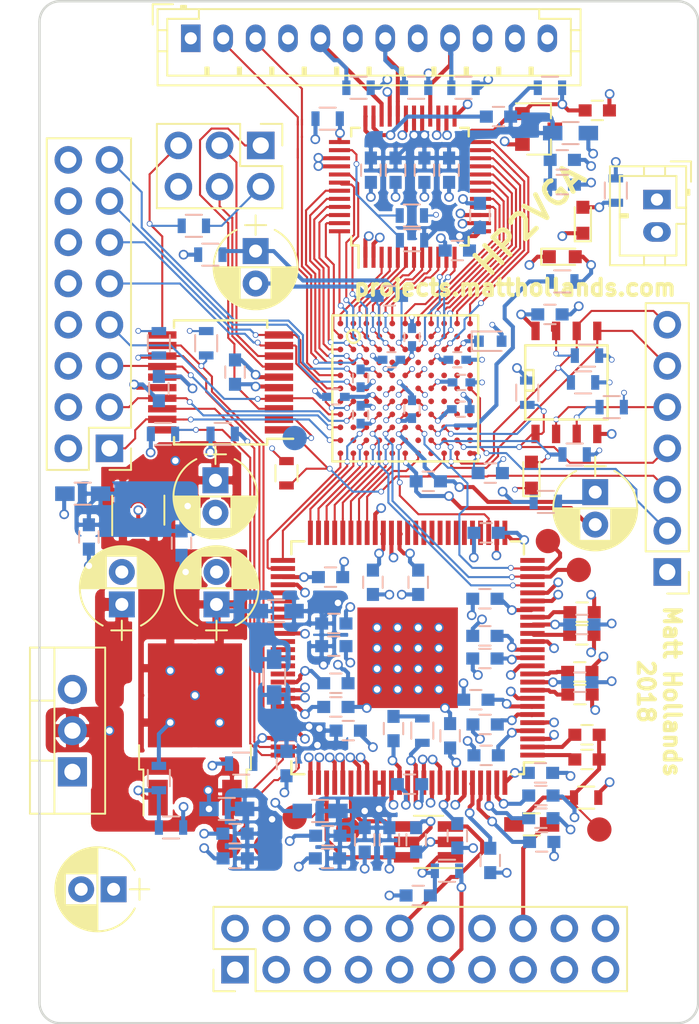
<source format=kicad_pcb>
(kicad_pcb (version 4) (host pcbnew 4.0.5)
  (layers (0 F.Cu signal) (1 In1.Cu power) (2 In2.Cu power) (31 B.Cu signal) (34 B.Paste user) (35 F.Paste user) (36 B.SilkS user) (37 F.SilkS user) (38 B.Mask user) (39 F.Mask user) (44 Edge.Cuts user))
  (net 0 "")
  (net 1 +12V)
  (net 2 GND)
  (net 3 +3V3)
  (net 4 +1V9)
  (net 5 +1V2)
  (net 6 +1V9A)
  (net 7 +1V9PLL)
  (net 8 +1V9D)
  (net 9 +3V3A0)
  (net 10 +3V3A1)
  (net 11 +3V3D0)
  (net 12 "Net-(C201-Pad1)")
  (net 13 "Net-(C202-Pad2)")
  (net 14 "Net-(C202-Pad1)")
  (net 15 "Net-(C203-Pad1)")
  (net 16 "Net-(C204-Pad1)")
  (net 17 "Net-(C205-Pad1)")
  (net 18 /RX/VIDEO_L)
  (net 19 "Net-(C206-Pad1)")
  (net 20 "Net-(C207-Pad1)")
  (net 21 "Net-(C208-Pad1)")
  (net 22 "Net-(C209-Pad1)")
  (net 23 "Net-(C210-Pad1)")
  (net 24 "Net-(C211-Pad1)")
  (net 25 "Net-(C212-Pad1)")
  (net 26 "Net-(C213-Pad1)")
  (net 27 "Net-(C214-Pad1)")
  (net 28 "Net-(C215-Pad1)")
  (net 29 "Net-(C216-Pad2)")
  (net 30 "Net-(C216-Pad1)")
  (net 31 /TX/Vref)
  (net 32 "Net-(C304-Pad2)")
  (net 33 "Net-(C502-Pad1)")
  (net 34 "Net-(C502-Pad2)")
  (net 35 "Net-(C504-Pad1)")
  (net 36 "Net-(C504-Pad2)")
  (net 37 /uC/ISP_MISO)
  (net 38 /uC/ISP_SCK)
  (net 39 /uC/ISP_MOSI)
  (net 40 /uC/ISP_RESET)
  (net 41 /FPGA/DONE)
  (net 42 "Net-(D502-Pad1)")
  (net 43 /uC/FPGA_FB2)
  (net 44 "Net-(IC401-Pad2)")
  (net 45 /uC/FPGA_FB3)
  (net 46 /uC/FPGA_FB4)
  (net 47 /RX/TVP_RESET)
  (net 48 /RX/TVP_PWDN)
  (net 49 /uC/FPGA_FB0)
  (net 50 /uC/FPGA_FB1)
  (net 51 /RX/I2C_SCL)
  (net 52 /uC/FPGA_RESET)
  (net 53 /RX/I2C_SDA)
  (net 54 /FPGA/PROG_SS)
  (net 55 /VIDEO_IN)
  (net 56 /HSYNC_IN_A)
  (net 57 /VSYNC_IN_A)
  (net 58 /FPGA/CLK_EXT)
  (net 59 /FPGA/PROG_SDI)
  (net 60 /FPGA/PROG_SDO)
  (net 61 /FPGA/PROG_SCK)
  (net 62 /FPGA/DEBUG6)
  (net 63 /FPGA/DEBUG7)
  (net 64 /TX/VSYNC_IN)
  (net 65 /TX/HSYNC_IN)
  (net 66 /TX/RED)
  (net 67 /TX/GREEN)
  (net 68 /TX/BLUE)
  (net 69 "Net-(R101-Pad1)")
  (net 70 "Net-(R208-Pad1)")
  (net 71 "Net-(R301-Pad2)")
  (net 72 "Net-(R602-Pad1)")
  (net 73 "Net-(R604-Pad2)")
  (net 74 /RX/VSYNC_BUFF)
  (net 75 /RX/HSYNC_BUFF)
  (net 76 /FPGA/FIDOUT_IN)
  (net 77 /FPGA/VSYNC_IN)
  (net 78 /FPGA/HSYNC_IN)
  (net 79 /FPGA/CLK_IN)
  (net 80 /RX/G_9)
  (net 81 /RX/G_8)
  (net 82 /RX/G_7)
  (net 83 /RX/G_6)
  (net 84 /RX/G_5)
  (net 85 /RX/G_4)
  (net 86 /RX/G_3)
  (net 87 /RX/G_2)
  (net 88 /RX/G_1)
  (net 89 /RX/G_0)
  (net 90 /FPGA/G0)
  (net 91 /FPGA/G1)
  (net 92 /FPGA/G2)
  (net 93 /FPGA/G3)
  (net 94 /FPGA/G4)
  (net 95 /FPGA/G5)
  (net 96 /FPGA/G6)
  (net 97 /FPGA/G7)
  (net 98 /FPGA/ADV_BLANK)
  (net 99 /FPGA/ADV_SYNC)
  (net 100 /FPGA/B0)
  (net 101 /FPGA/B1)
  (net 102 /FPGA/B2)
  (net 103 /FPGA/B3)
  (net 104 /FPGA/B4)
  (net 105 /FPGA/B5)
  (net 106 /FPGA/B6)
  (net 107 /FPGA/B7)
  (net 108 /FPGA/ADV_CLK)
  (net 109 /FPGA/R0)
  (net 110 /FPGA/R1)
  (net 111 /FPGA/R2)
  (net 112 /FPGA/R3)
  (net 113 /FPGA/R4)
  (net 114 /FPGA/R5)
  (net 115 /FPGA/R6)
  (net 116 /FPGA/R7)
  (net 117 /uC/FPGA_FB5)
  (net 118 /TX/PSAVE)
  (net 119 "Net-(D101-Pad2)")
  (net 120 "Net-(D102-Pad2)")
  (net 121 /FPGA/FRAME_LED)
  (module Resistors_SMD:R_0603 (layer B.Cu) (at 157.988 43.942)
    (fp_text reference R106)
    (fp_text value 300R)
    (pad 1 smd rect (at -0.75 0) (size 0.5 0.9) (layers B.Cu B.Paste B.Mask) (net 121 /FPGA/FRAME_LED))
    (pad 2 smd rect (at 0.75 0) (size 0.5 0.9) (layers B.Cu B.Paste B.Mask) (net 120 "Net-(D102-Pad2)"))
  )
  (module Connectors_JST:JST_PH_B12B-PH-K_12x2.00mm_Straight (layer F.Cu) (at 135.066 28.956)
    (fp_text reference P104)
    (fp_text value CONN_01X12)
    (pad 1 thru_hole rect (at 0 0) (size 1.2 1.7) (drill 0.75) (layers *.Cu *.Mask) (net 2 GND))
    (pad 2 thru_hole oval (at 2 0) (size 1.2 1.7) (drill 0.75) (layers *.Cu *.Mask) (net 64 /TX/VSYNC_IN))
    (pad 3 thru_hole oval (at 4 0) (size 1.2 1.7) (drill 0.75) (layers *.Cu *.Mask) (net 65 /TX/HSYNC_IN))
    (pad 4 thru_hole oval (at 6 0) (size 1.2 1.7) (drill 0.75) (layers *.Cu *.Mask) (net 2 GND))
    (pad 5 thru_hole oval (at 8 0) (size 1.2 1.7) (drill 0.75) (layers *.Cu *.Mask) (net 66 /TX/RED))
    (pad 6 thru_hole oval (at 10 0) (size 1.2 1.7) (drill 0.75) (layers *.Cu *.Mask) (net 2 GND))
    (pad 7 thru_hole oval (at 12 0) (size 1.2 1.7) (drill 0.75) (layers *.Cu *.Mask) (net 67 /TX/GREEN))
    (pad 8 thru_hole oval (at 14 0) (size 1.2 1.7) (drill 0.75) (layers *.Cu *.Mask) (net 2 GND))
    (pad 9 thru_hole oval (at 16 0) (size 1.2 1.7) (drill 0.75) (layers *.Cu *.Mask) (net 68 /TX/BLUE))
    (pad 10 thru_hole oval (at 18 0) (size 1.2 1.7) (drill 0.75) (layers *.Cu *.Mask) (net 2 GND))
    (pad 11 thru_hole oval (at 20 0) (size 1.2 1.7) (drill 0.75) (layers *.Cu *.Mask))
    (pad 12 thru_hole oval (at 22 0) (size 1.2 1.7) (drill 0.75) (layers *.Cu *.Mask))
  )
  (module Housings_SSOP:SSOP-20_5.3x7.2mm_Pitch0.65mm (layer F.Cu) (at 136.906 50.165 180)
    (fp_text reference IC401)
    (fp_text value ATTINY87-AX)
    (pad 1 smd rect (at -3.6 -2.925 180) (size 1.75 0.45) (layers F.Cu F.Paste F.Mask) (net 52 /uC/FPGA_RESET))
    (pad 2 smd rect (at -3.6 -2.275 180) (size 1.75 0.45) (layers F.Cu F.Paste F.Mask) (net 44 "Net-(IC401-Pad2)"))
    (pad 3 smd rect (at -3.6 -1.625 180) (size 1.75 0.45) (layers F.Cu F.Paste F.Mask) (net 37 /uC/ISP_MISO))
    (pad 4 smd rect (at -3.6 -0.975 180) (size 1.75 0.45) (layers F.Cu F.Paste F.Mask) (net 45 /uC/FPGA_FB3))
    (pad 5 smd rect (at -3.6 -0.325 180) (size 1.75 0.45) (layers F.Cu F.Paste F.Mask) (net 3 +3V3))
    (pad 6 smd rect (at -3.6 0.325 180) (size 1.75 0.45) (layers F.Cu F.Paste F.Mask) (net 2 GND))
    (pad 7 smd rect (at -3.6 0.975 180) (size 1.75 0.45) (layers F.Cu F.Paste F.Mask) (net 39 /uC/ISP_MOSI))
    (pad 8 smd rect (at -3.6 1.625 180) (size 1.75 0.45) (layers F.Cu F.Paste F.Mask) (net 38 /uC/ISP_SCK))
    (pad 9 smd rect (at -3.6 2.275 180) (size 1.75 0.45) (layers F.Cu F.Paste F.Mask) (net 46 /uC/FPGA_FB4))
    (pad 10 smd rect (at -3.6 2.925 180) (size 1.75 0.45) (layers F.Cu F.Paste F.Mask) (net 117 /uC/FPGA_FB5))
    (pad 11 smd rect (at 3.6 2.925 180) (size 1.75 0.45) (layers F.Cu F.Paste F.Mask) (net 40 /uC/ISP_RESET))
    (pad 12 smd rect (at 3.6 2.275 180) (size 1.75 0.45) (layers F.Cu F.Paste F.Mask) (net 48 /RX/TVP_PWDN))
    (pad 13 smd rect (at 3.6 1.625 180) (size 1.75 0.45) (layers F.Cu F.Paste F.Mask) (net 47 /RX/TVP_RESET))
    (pad 14 smd rect (at 3.6 0.975 180) (size 1.75 0.45) (layers F.Cu F.Paste F.Mask) (net 43 /uC/FPGA_FB2))
    (pad 15 smd rect (at 3.6 0.325 180) (size 1.75 0.45) (layers F.Cu F.Paste F.Mask) (net 3 +3V3))
    (pad 16 smd rect (at 3.6 -0.325 180) (size 1.75 0.45) (layers F.Cu F.Paste F.Mask) (net 2 GND))
    (pad 17 smd rect (at 3.6 -0.975 180) (size 1.75 0.45) (layers F.Cu F.Paste F.Mask) (net 50 /uC/FPGA_FB1))
    (pad 18 smd rect (at 3.6 -1.625 180) (size 1.75 0.45) (layers F.Cu F.Paste F.Mask) (net 51 /RX/I2C_SCL))
    (pad 19 smd rect (at 3.6 -2.275 180) (size 1.75 0.45) (layers F.Cu F.Paste F.Mask) (net 49 /uC/FPGA_FB0))
    (pad 20 smd rect (at 3.6 -2.925 180) (size 1.75 0.45) (layers F.Cu F.Paste F.Mask) (net 53 /RX/I2C_SDA))
  )
  (module Capacitors_SMD:C_0603 (layer B.Cu) (at 151.003 37.084 270)
    (fp_text reference C308)
    (fp_text value 0.01uF)
    (pad 2 smd rect (at 0.75 0 270) (size 0.8 0.75) (layers B.Cu B.Paste B.Mask) (net 2 GND))
    (pad 1 smd rect (at -0.75 0 270) (size 0.8 0.75) (layers B.Cu B.Paste B.Mask) (net 10 +3V3A1))
  )
  (module Housings_QFP:LQFP-48_7x7mm_Pitch0.5mm (layer F.Cu) (at 148.59 38.1 90)
    (fp_text reference U301)
    (fp_text value ADV7125KSTZ50)
    (pad 1 smd rect (at -4.35 -2.75 90) (size 1.3 0.25) (layers F.Cu F.Paste F.Mask) (net 2 GND))
    (pad 2 smd rect (at -4.35 -2.25 90) (size 1.3 0.25) (layers F.Cu F.Paste F.Mask) (net 2 GND))
    (pad 3 smd rect (at -4.35 -1.75 90) (size 1.3 0.25) (layers F.Cu F.Paste F.Mask) (net 90 /FPGA/G0))
    (pad 4 smd rect (at -4.35 -1.25 90) (size 1.3 0.25) (layers F.Cu F.Paste F.Mask) (net 91 /FPGA/G1))
    (pad 5 smd rect (at -4.35 -0.75 90) (size 1.3 0.25) (layers F.Cu F.Paste F.Mask) (net 92 /FPGA/G2))
    (pad 6 smd rect (at -4.35 -0.25 90) (size 1.3 0.25) (layers F.Cu F.Paste F.Mask) (net 93 /FPGA/G3))
    (pad 7 smd rect (at -4.35 0.25 90) (size 1.3 0.25) (layers F.Cu F.Paste F.Mask) (net 94 /FPGA/G4))
    (pad 8 smd rect (at -4.35 0.75 90) (size 1.3 0.25) (layers F.Cu F.Paste F.Mask) (net 95 /FPGA/G5))
    (pad 9 smd rect (at -4.35 1.25 90) (size 1.3 0.25) (layers F.Cu F.Paste F.Mask) (net 96 /FPGA/G6))
    (pad 10 smd rect (at -4.35 1.75 90) (size 1.3 0.25) (layers F.Cu F.Paste F.Mask) (net 97 /FPGA/G7))
    (pad 11 smd rect (at -4.35 2.25 90) (size 1.3 0.25) (layers F.Cu F.Paste F.Mask) (net 98 /FPGA/ADV_BLANK))
    (pad 12 smd rect (at -4.35 2.75 90) (size 1.3 0.25) (layers F.Cu F.Paste F.Mask) (net 99 /FPGA/ADV_SYNC))
    (pad 13 smd rect (at -2.75 4.35 180) (size 1.3 0.25) (layers F.Cu F.Paste F.Mask) (net 10 +3V3A1))
    (pad 14 smd rect (at -2.25 4.35 180) (size 1.3 0.25) (layers F.Cu F.Paste F.Mask) (net 2 GND))
    (pad 15 smd rect (at -1.75 4.35 180) (size 1.3 0.25) (layers F.Cu F.Paste F.Mask) (net 2 GND))
    (pad 16 smd rect (at -1.25 4.35 180) (size 1.3 0.25) (layers F.Cu F.Paste F.Mask) (net 100 /FPGA/B0))
    (pad 17 smd rect (at -0.75 4.35 180) (size 1.3 0.25) (layers F.Cu F.Paste F.Mask) (net 101 /FPGA/B1))
    (pad 18 smd rect (at -0.25 4.35 180) (size 1.3 0.25) (layers F.Cu F.Paste F.Mask) (net 102 /FPGA/B2))
    (pad 19 smd rect (at 0.25 4.35 180) (size 1.3 0.25) (layers F.Cu F.Paste F.Mask) (net 103 /FPGA/B3))
    (pad 20 smd rect (at 0.75 4.35 180) (size 1.3 0.25) (layers F.Cu F.Paste F.Mask) (net 104 /FPGA/B4))
    (pad 21 smd rect (at 1.25 4.35 180) (size 1.3 0.25) (layers F.Cu F.Paste F.Mask) (net 105 /FPGA/B5))
    (pad 22 smd rect (at 1.75 4.35 180) (size 1.3 0.25) (layers F.Cu F.Paste F.Mask) (net 106 /FPGA/B6))
    (pad 23 smd rect (at 2.25 4.35 180) (size 1.3 0.25) (layers F.Cu F.Paste F.Mask) (net 107 /FPGA/B7))
    (pad 24 smd rect (at 2.75 4.35 180) (size 1.3 0.25) (layers F.Cu F.Paste F.Mask) (net 108 /FPGA/ADV_CLK))
    (pad 25 smd rect (at 4.35 2.75 90) (size 1.3 0.25) (layers F.Cu F.Paste F.Mask) (net 2 GND))
    (pad 26 smd rect (at 4.35 2.25 90) (size 1.3 0.25) (layers F.Cu F.Paste F.Mask) (net 2 GND))
    (pad 27 smd rect (at 4.35 1.75 90) (size 1.3 0.25) (layers F.Cu F.Paste F.Mask) (net 2 GND))
    (pad 28 smd rect (at 4.35 1.25 90) (size 1.3 0.25) (layers F.Cu F.Paste F.Mask) (net 68 /TX/BLUE))
    (pad 29 smd rect (at 4.35 0.75 90) (size 1.3 0.25) (layers F.Cu F.Paste F.Mask) (net 10 +3V3A1))
    (pad 30 smd rect (at 4.35 0.25 90) (size 1.3 0.25) (layers F.Cu F.Paste F.Mask) (net 10 +3V3A1))
    (pad 31 smd rect (at 4.35 -0.25 90) (size 1.3 0.25) (layers F.Cu F.Paste F.Mask) (net 2 GND))
    (pad 32 smd rect (at 4.35 -0.75 90) (size 1.3 0.25) (layers F.Cu F.Paste F.Mask) (net 67 /TX/GREEN))
    (pad 33 smd rect (at 4.35 -1.25 90) (size 1.3 0.25) (layers F.Cu F.Paste F.Mask) (net 2 GND))
    (pad 34 smd rect (at 4.35 -1.75 90) (size 1.3 0.25) (layers F.Cu F.Paste F.Mask) (net 66 /TX/RED))
    (pad 35 smd rect (at 4.35 -2.25 90) (size 1.3 0.25) (layers F.Cu F.Paste F.Mask) (net 32 "Net-(C304-Pad2)"))
    (pad 36 smd rect (at 4.35 -2.75 90) (size 1.3 0.25) (layers F.Cu F.Paste F.Mask) (net 31 /TX/Vref))
    (pad 37 smd rect (at 2.75 -4.35 180) (size 1.3 0.25) (layers F.Cu F.Paste F.Mask) (net 71 "Net-(R301-Pad2)"))
    (pad 38 smd rect (at 2.25 -4.35 180) (size 1.3 0.25) (layers F.Cu F.Paste F.Mask) (net 118 /TX/PSAVE))
    (pad 39 smd rect (at 1.75 -4.35 180) (size 1.3 0.25) (layers F.Cu F.Paste F.Mask) (net 2 GND))
    (pad 40 smd rect (at 1.25 -4.35 180) (size 1.3 0.25) (layers F.Cu F.Paste F.Mask) (net 2 GND))
    (pad 41 smd rect (at 0.75 -4.35 180) (size 1.3 0.25) (layers F.Cu F.Paste F.Mask) (net 109 /FPGA/R0))
    (pad 42 smd rect (at 0.25 -4.35 180) (size 1.3 0.25) (layers F.Cu F.Paste F.Mask) (net 110 /FPGA/R1))
    (pad 43 smd rect (at -0.25 -4.35 180) (size 1.3 0.25) (layers F.Cu F.Paste F.Mask) (net 111 /FPGA/R2))
    (pad 44 smd rect (at -0.75 -4.35 180) (size 1.3 0.25) (layers F.Cu F.Paste F.Mask) (net 112 /FPGA/R3))
    (pad 45 smd rect (at -1.25 -4.35 180) (size 1.3 0.25) (layers F.Cu F.Paste F.Mask) (net 113 /FPGA/R4))
    (pad 46 smd rect (at -1.75 -4.35 180) (size 1.3 0.25) (layers F.Cu F.Paste F.Mask) (net 114 /FPGA/R5))
    (pad 47 smd rect (at -2.25 -4.35 180) (size 1.3 0.25) (layers F.Cu F.Paste F.Mask) (net 115 /FPGA/R6))
    (pad 48 smd rect (at -2.75 -4.35 180) (size 1.3 0.25) (layers F.Cu F.Paste F.Mask) (net 116 /FPGA/R7))
  )
  (module Capacitors_THT:CP_Radial_D5.0mm_P2.00mm (layer F.Cu) (at 139.065 42.069 270)
    (fp_text reference C504)
    (fp_text value 10uF)
    (pad 1 thru_hole rect (at 0 0 270) (size 1.6 1.6) (drill 0.8) (layers *.Cu *.Mask) (net 35 "Net-(C504-Pad1)"))
    (pad 2 thru_hole circle (at 2 0 270) (size 1.6 1.6) (drill 0.8) (layers *.Cu *.Mask) (net 36 "Net-(C504-Pad2)"))
  )
  (module Capacitors_THT:CP_Radial_D5.0mm_P2.00mm (layer F.Cu) (at 130.302 81.407 180)
    (fp_text reference C101)
    (fp_text value 10uF)
    (pad 1 thru_hole rect (at 0 0 180) (size 1.6 1.6) (drill 0.8) (layers *.Cu *.Mask) (net 1 +12V))
    (pad 2 thru_hole circle (at 2 0 180) (size 1.6 1.6) (drill 0.8) (layers *.Cu *.Mask) (net 2 GND))
  )
  (module Capacitors_THT:CP_Radial_D5.0mm_P2.00mm (layer F.Cu) (at 130.81 63.849 90)
    (fp_text reference C102)
    (fp_text value 10uF)
    (pad 1 thru_hole rect (at 0 0 90) (size 1.6 1.6) (drill 0.8) (layers *.Cu *.Mask) (net 3 +3V3))
    (pad 2 thru_hole circle (at 2 0 90) (size 1.6 1.6) (drill 0.8) (layers *.Cu *.Mask) (net 2 GND))
  )
  (module Capacitors_THT:CP_Radial_D5.0mm_P2.00mm (layer F.Cu) (at 136.652 63.849 90)
    (fp_text reference C103)
    (fp_text value 10uF)
    (pad 1 thru_hole rect (at 0 0 90) (size 1.6 1.6) (drill 0.8) (layers *.Cu *.Mask) (net 4 +1V9))
    (pad 2 thru_hole circle (at 2 0 90) (size 1.6 1.6) (drill 0.8) (layers *.Cu *.Mask) (net 2 GND))
  )
  (module Capacitors_THT:CP_Radial_D5.0mm_P2.00mm (layer F.Cu) (at 136.5885 56.1975 270)
    (fp_text reference C104)
    (fp_text value 10uF)
    (pad 1 thru_hole rect (at 0 0 270) (size 1.6 1.6) (drill 0.8) (layers *.Cu *.Mask) (net 5 +1V2))
    (pad 2 thru_hole circle (at 2 0 270) (size 1.6 1.6) (drill 0.8) (layers *.Cu *.Mask) (net 2 GND))
  )
  (module Capacitors_SMD:C_0603 (layer B.Cu) (at 144.78 71.628)
    (fp_text reference C105)
    (fp_text value 22uF)
    (pad 2 smd rect (at 0.75 0) (size 0.8 0.75) (layers B.Cu B.Paste B.Mask) (net 2 GND))
    (pad 1 smd rect (at -0.75 0) (size 0.8 0.75) (layers B.Cu B.Paste B.Mask) (net 6 +1V9A))
  )
  (module Capacitors_SMD:C_0603 (layer B.Cu) (at 140.97 73.66 270)
    (fp_text reference C106)
    (fp_text value 1uF)
    (pad 2 smd rect (at 0.75 0 270) (size 0.8 0.75) (layers B.Cu B.Paste B.Mask) (net 2 GND))
    (pad 1 smd rect (at -0.75 0 270) (size 0.8 0.75) (layers B.Cu B.Paste B.Mask) (net 6 +1V9A))
  )
  (module Capacitors_SMD:C_0603 (layer B.Cu) (at 143.522 78.105 180)
    (fp_text reference C107)
    (fp_text value 22uF)
    (pad 2 smd rect (at 0.75 0 180) (size 0.8 0.75) (layers B.Cu B.Paste B.Mask) (net 2 GND))
    (pad 1 smd rect (at -0.75 0 180) (size 0.8 0.75) (layers B.Cu B.Paste B.Mask) (net 7 +1V9PLL))
  )
  (module Capacitors_SMD:C_0603 (layer B.Cu) (at 143.498 79.502 180)
    (fp_text reference C108)
    (fp_text value 1uF)
    (pad 2 smd rect (at 0.75 0 180) (size 0.8 0.75) (layers B.Cu B.Paste B.Mask) (net 2 GND))
    (pad 1 smd rect (at -0.75 0 180) (size 0.8 0.75) (layers B.Cu B.Paste B.Mask) (net 7 +1V9PLL))
  )
  (module Capacitors_SMD:C_0603 (layer B.Cu) (at 143.891 65.024)
    (fp_text reference C109)
    (fp_text value 22uF)
    (pad 2 smd rect (at 0.75 0) (size 0.8 0.75) (layers B.Cu B.Paste B.Mask) (net 2 GND))
    (pad 1 smd rect (at -0.75 0) (size 0.8 0.75) (layers B.Cu B.Paste B.Mask) (net 8 +1V9D))
  )
  (module Capacitors_SMD:C_0603 (layer B.Cu) (at 143.891 66.421)
    (fp_text reference C110)
    (fp_text value 1uF)
    (pad 2 smd rect (at 0.75 0) (size 0.8 0.75) (layers B.Cu B.Paste B.Mask) (net 2 GND))
    (pad 1 smd rect (at -0.75 0) (size 0.8 0.75) (layers B.Cu B.Paste B.Mask) (net 8 +1V9D))
  )
  (module Capacitors_SMD:C_0603 (layer B.Cu) (at 137.795 77.978 180)
    (fp_text reference C111)
    (fp_text value 22uF)
    (pad 2 smd rect (at 0.75 0 180) (size 0.8 0.75) (layers B.Cu B.Paste B.Mask) (net 2 GND))
    (pad 1 smd rect (at -0.75 0 180) (size 0.8 0.75) (layers B.Cu B.Paste B.Mask) (net 9 +3V3A0))
  )
  (module Capacitors_SMD:C_0603 (layer B.Cu) (at 137.807 79.502 180)
    (fp_text reference C112)
    (fp_text value 1uF)
    (pad 2 smd rect (at 0.75 0 180) (size 0.8 0.75) (layers B.Cu B.Paste B.Mask) (net 2 GND))
    (pad 1 smd rect (at -0.75 0 180) (size 0.8 0.75) (layers B.Cu B.Paste B.Mask) (net 9 +3V3A0))
  )
  (module Capacitors_SMD:C_0603 (layer B.Cu) (at 157.988 36.449)
    (fp_text reference C113)
    (fp_text value 22uF)
    (pad 2 smd rect (at 0.75 0) (size 0.8 0.75) (layers B.Cu B.Paste B.Mask) (net 2 GND))
    (pad 1 smd rect (at -0.75 0) (size 0.8 0.75) (layers B.Cu B.Paste B.Mask) (net 10 +3V3A1))
  )
  (module Capacitors_SMD:C_0603 (layer B.Cu) (at 157.988 37.973)
    (fp_text reference C114)
    (fp_text value 1uF)
    (pad 2 smd rect (at 0.75 0) (size 0.8 0.75) (layers B.Cu B.Paste B.Mask) (net 2 GND))
    (pad 1 smd rect (at -0.75 0) (size 0.8 0.75) (layers B.Cu B.Paste B.Mask) (net 10 +3V3A1))
  )
  (module Capacitors_SMD:C_0603 (layer B.Cu) (at 128.778 59.69 270)
    (fp_text reference C115)
    (fp_text value 22uF)
    (pad 2 smd rect (at 0.75 0 270) (size 0.8 0.75) (layers B.Cu B.Paste B.Mask) (net 2 GND))
    (pad 1 smd rect (at -0.75 0 270) (size 0.8 0.75) (layers B.Cu B.Paste B.Mask) (net 11 +3V3D0))
  )
  (module Capacitors_SMD:C_0603 (layer B.Cu) (at 134.493 60.071 270)
    (fp_text reference C116)
    (fp_text value 1uF)
    (pad 2 smd rect (at 0.75 0 270) (size 0.8 0.75) (layers B.Cu B.Paste B.Mask) (net 2 GND))
    (pad 1 smd rect (at -0.75 0 270) (size 0.8 0.75) (layers B.Cu B.Paste B.Mask) (net 11 +3V3D0))
  )
  (module Capacitors_SMD:C_0603 (layer B.Cu) (at 149.098 81.788 180)
    (fp_text reference C201)
    (fp_text value 1nF)
    (pad 2 smd rect (at 0.75 0 180) (size 0.8 0.75) (layers B.Cu B.Paste B.Mask) (net 2 GND))
    (pad 1 smd rect (at -0.75 0 180) (size 0.8 0.75) (layers B.Cu B.Paste B.Mask) (net 12 "Net-(C201-Pad1)"))
  )
  (module Capacitors_SMD:C_0603 (layer B.Cu) (at 148.5646 74.93)
    (fp_text reference C202)
    (fp_text value 4.7nF)
    (pad 2 smd rect (at 0.75 0) (size 0.8 0.75) (layers B.Cu B.Paste B.Mask) (net 13 "Net-(C202-Pad2)"))
    (pad 1 smd rect (at -0.75 0) (size 0.8 0.75) (layers B.Cu B.Paste B.Mask) (net 14 "Net-(C202-Pad1)"))
  )
  (module Capacitors_SMD:C_0603 (layer F.Cu) (at 159.0795 69.4055)
    (fp_text reference C203)
    (fp_text value 10nF)
    (pad 2 smd rect (at 0.75 0) (size 0.8 0.75) (layers F.Cu F.Paste F.Mask) (net 2 GND))
    (pad 1 smd rect (at -0.75 0) (size 0.8 0.75) (layers F.Cu F.Paste F.Mask) (net 15 "Net-(C203-Pad1)"))
  )
  (module Capacitors_SMD:C_0603 (layer F.Cu) (at 159.0675 68.0085)
    (fp_text reference C204)
    (fp_text value 10nf)
    (pad 2 smd rect (at 0.75 0) (size 0.8 0.75) (layers F.Cu F.Paste F.Mask) (net 2 GND))
    (pad 1 smd rect (at -0.75 0) (size 0.8 0.75) (layers F.Cu F.Paste F.Mask) (net 16 "Net-(C204-Pad1)"))
  )
  (module Capacitors_SMD:C_0603 (layer B.Cu) (at 156.6665 77.0255)
    (fp_text reference C205)
    (fp_text value 10nF)
    (pad 2 smd rect (at 0.75 0) (size 0.8 0.75) (layers B.Cu B.Paste B.Mask) (net 2 GND))
    (pad 1 smd rect (at -0.75 0) (size 0.8 0.75) (layers B.Cu B.Paste B.Mask) (net 17 "Net-(C205-Pad1)"))
  )
  (module Capacitors_SMD:C_0603 (layer F.Cu) (at 159.512 71.882)
    (fp_text reference C206)
    (fp_text value 0.1uF)
    (pad 2 smd rect (at 0.75 0) (size 0.8 0.75) (layers F.Cu F.Paste F.Mask) (net 18 /RX/VIDEO_L))
    (pad 1 smd rect (at -0.75 0) (size 0.8 0.75) (layers F.Cu F.Paste F.Mask) (net 19 "Net-(C206-Pad1)"))
  )
  (module Capacitors_SMD:C_0603 (layer B.Cu) (at 159.1945 65.0875)
    (fp_text reference C207)
    (fp_text value 10nF)
    (pad 2 smd rect (at 0.75 0) (size 0.8 0.75) (layers B.Cu B.Paste B.Mask) (net 2 GND))
    (pad 1 smd rect (at -0.75 0) (size 0.8 0.75) (layers B.Cu B.Paste B.Mask) (net 20 "Net-(C207-Pad1)"))
  )
  (module Capacitors_SMD:C_0603 (layer B.Cu) (at 156.718 78.486)
    (fp_text reference C208)
    (fp_text value 10nF)
    (pad 2 smd rect (at 0.75 0) (size 0.8 0.75) (layers B.Cu B.Paste B.Mask) (net 2 GND))
    (pad 1 smd rect (at -0.75 0) (size 0.8 0.75) (layers B.Cu B.Paste B.Mask) (net 21 "Net-(C208-Pad1)"))
  )
  (module Capacitors_SMD:C_0603 (layer F.Cu) (at 159.512 73.406)
    (fp_text reference C209)
    (fp_text value 1nF)
    (pad 2 smd rect (at 0.75 0) (size 0.8 0.75) (layers F.Cu F.Paste F.Mask) (net 18 /RX/VIDEO_L))
    (pad 1 smd rect (at -0.75 0) (size 0.8 0.75) (layers F.Cu F.Paste F.Mask) (net 22 "Net-(C209-Pad1)"))
  )
  (module Capacitors_SMD:C_0603 (layer B.Cu) (at 159.0675 68.6435)
    (fp_text reference C210)
    (fp_text value 10nF)
    (pad 2 smd rect (at 0.75 0) (size 0.8 0.75) (layers B.Cu B.Paste B.Mask) (net 2 GND))
    (pad 1 smd rect (at -0.75 0) (size 0.8 0.75) (layers B.Cu B.Paste B.Mask) (net 23 "Net-(C210-Pad1)"))
  )
  (module Capacitors_SMD:C_0603 (layer B.Cu) (at 153.543 79.629 270)
    (fp_text reference C211)
    (fp_text value 10nF)
    (pad 2 smd rect (at 0.75 0 270) (size 0.8 0.75) (layers B.Cu B.Paste B.Mask) (net 2 GND))
    (pad 1 smd rect (at -0.75 0 270) (size 0.8 0.75) (layers B.Cu B.Paste B.Mask) (net 24 "Net-(C211-Pad1)"))
  )
  (module Capacitors_SMD:C_0603 (layer B.Cu) (at 156.6425 74.2315)
    (fp_text reference C212)
    (fp_text value 10nF)
    (pad 2 smd rect (at 0.75 0) (size 0.8 0.75) (layers B.Cu B.Paste B.Mask) (net 2 GND))
    (pad 1 smd rect (at -0.75 0) (size 0.8 0.75) (layers B.Cu B.Paste B.Mask) (net 25 "Net-(C212-Pad1)"))
  )
  (module Capacitors_SMD:C_0603 (layer F.Cu) (at 159.1945 65.7225)
    (fp_text reference C213)
    (fp_text value 10nF)
    (pad 2 smd rect (at 0.75 0) (size 0.8 0.75) (layers F.Cu F.Paste F.Mask) (net 2 GND))
    (pad 1 smd rect (at -0.75 0) (size 0.8 0.75) (layers F.Cu F.Paste F.Mask) (net 26 "Net-(C213-Pad1)"))
  )
  (module Capacitors_SMD:C_0603 (layer F.Cu) (at 159.2065 64.3255)
    (fp_text reference C214)
    (fp_text value 10nF)
    (pad 2 smd rect (at 0.75 0) (size 0.8 0.75) (layers F.Cu F.Paste F.Mask) (net 2 GND))
    (pad 1 smd rect (at -0.75 0) (size 0.8 0.75) (layers F.Cu F.Paste F.Mask) (net 27 "Net-(C214-Pad1)"))
  )
  (module Capacitors_SMD:C_0603 (layer B.Cu) (at 156.6665 75.6285)
    (fp_text reference C215)
    (fp_text value 10nF)
    (pad 2 smd rect (at 0.75 0) (size 0.8 0.75) (layers B.Cu B.Paste B.Mask) (net 2 GND))
    (pad 1 smd rect (at -0.75 0) (size 0.8 0.75) (layers B.Cu B.Paste B.Mask) (net 28 "Net-(C215-Pad1)"))
  )
  (module Capacitors_SMD:C_0603 (layer B.Cu) (at 147.574 71.501 90)
    (fp_text reference C216)
    (fp_text value 0.1uF)
    (pad 2 smd rect (at 0.75 0 90) (size 0.8 0.75) (layers B.Cu B.Paste B.Mask) (net 29 "Net-(C216-Pad2)"))
    (pad 1 smd rect (at -0.75 0 90) (size 0.8 0.75) (layers B.Cu B.Paste B.Mask) (net 30 "Net-(C216-Pad1)"))
  )
  (module Capacitors_SMD:C_0603 (layer B.Cu) (at 145.796 78.359 270)
    (fp_text reference C217)
    (fp_text value 0.1uF)
    (pad 2 smd rect (at 0.75 0 270) (size 0.8 0.75) (layers B.Cu B.Paste B.Mask) (net 2 GND))
    (pad 1 smd rect (at -0.75 0 270) (size 0.8 0.75) (layers B.Cu B.Paste B.Mask) (net 7 +1V9PLL))
  )
  (module Capacitors_SMD:C_0603 (layer B.Cu) (at 147.32 78.359 270)
    (fp_text reference C218)
    (fp_text value 0.1uF)
    (pad 2 smd rect (at 0.75 0 270) (size 0.8 0.75) (layers B.Cu B.Paste B.Mask) (net 2 GND))
    (pad 1 smd rect (at -0.75 0 270) (size 0.8 0.75) (layers B.Cu B.Paste B.Mask) (net 7 +1V9PLL))
  )
  (module Capacitors_SMD:C_0603 (layer B.Cu) (at 144.018 70.1675)
    (fp_text reference C219)
    (fp_text value 0.1uF)
    (pad 2 smd rect (at 0.75 0) (size 0.8 0.75) (layers B.Cu B.Paste B.Mask) (net 2 GND))
    (pad 1 smd rect (at -0.75 0) (size 0.8 0.75) (layers B.Cu B.Paste B.Mask) (net 8 +1V9D))
  )
  (module Capacitors_SMD:C_0603 (layer B.Cu) (at 149.098 62.484 270)
    (fp_text reference C220)
    (fp_text value 0.1uF)
    (pad 2 smd rect (at 0.75 0 270) (size 0.8 0.75) (layers B.Cu B.Paste B.Mask) (net 2 GND))
    (pad 1 smd rect (at -0.75 0 270) (size 0.8 0.75) (layers B.Cu B.Paste B.Mask) (net 8 +1V9D))
  )
  (module Capacitors_SMD:C_0603 (layer B.Cu) (at 153.2135 63.5 180)
    (fp_text reference C221)
    (fp_text value 0.1uF)
    (pad 2 smd rect (at 0.75 0 180) (size 0.8 0.75) (layers B.Cu B.Paste B.Mask) (net 2 GND))
    (pad 1 smd rect (at -0.75 0 180) (size 0.8 0.75) (layers B.Cu B.Paste B.Mask) (net 6 +1V9A))
  )
  (module Capacitors_SMD:C_0603 (layer B.Cu) (at 152.654 69.723 180)
    (fp_text reference C222)
    (fp_text value 0.1uF)
    (pad 2 smd rect (at 0.75 0 180) (size 0.8 0.75) (layers B.Cu B.Paste B.Mask) (net 2 GND))
    (pad 1 smd rect (at -0.75 0 180) (size 0.8 0.75) (layers B.Cu B.Paste B.Mask) (net 6 +1V9A))
  )
  (module Capacitors_SMD:C_0603 (layer B.Cu) (at 153.2255 71.247 180)
    (fp_text reference C223)
    (fp_text value 0.1uF)
    (pad 2 smd rect (at 0.75 0 180) (size 0.8 0.75) (layers B.Cu B.Paste B.Mask) (net 2 GND))
    (pad 1 smd rect (at -0.75 0 180) (size 0.8 0.75) (layers B.Cu B.Paste B.Mask) (net 6 +1V9A))
  )
  (module Capacitors_SMD:C_0603 (layer B.Cu) (at 153.289 73.152 180)
    (fp_text reference C224)
    (fp_text value 0.1uF)
    (pad 2 smd rect (at 0.75 0 180) (size 0.8 0.75) (layers B.Cu B.Paste B.Mask) (net 2 GND))
    (pad 1 smd rect (at -0.75 0 180) (size 0.8 0.75) (layers B.Cu B.Paste B.Mask) (net 6 +1V9A))
  )
  (module Capacitors_SMD:C_0603 (layer B.Cu) (at 151.0665 71.9455 90)
    (fp_text reference C225)
    (fp_text value 0.1uF)
    (pad 2 smd rect (at 0.75 0 90) (size 0.8 0.75) (layers B.Cu B.Paste B.Mask) (net 2 GND))
    (pad 1 smd rect (at -0.75 0 90) (size 0.8 0.75) (layers B.Cu B.Paste B.Mask) (net 9 +3V3A0))
  )
  (module Capacitors_SMD:C_0603 (layer B.Cu) (at 151.511 78.105 270)
    (fp_text reference C226)
    (fp_text value 0.1uF)
    (pad 2 smd rect (at 0.75 0 270) (size 0.8 0.75) (layers B.Cu B.Paste B.Mask) (net 2 GND))
    (pad 1 smd rect (at -0.75 0 270) (size 0.8 0.75) (layers B.Cu B.Paste B.Mask) (net 9 +3V3A0))
  )
  (module Capacitors_SMD:C_0603 (layer B.Cu) (at 153.2135 65.786 180)
    (fp_text reference C227)
    (fp_text value 0.1uF)
    (pad 2 smd rect (at 0.75 0 180) (size 0.8 0.75) (layers B.Cu B.Paste B.Mask) (net 2 GND))
    (pad 1 smd rect (at -0.75 0 180) (size 0.8 0.75) (layers B.Cu B.Paste B.Mask) (net 9 +3V3A0))
  )
  (module Capacitors_SMD:C_0603 (layer B.Cu) (at 153.2135 67.183 180)
    (fp_text reference C228)
    (fp_text value 0.1uF)
    (pad 2 smd rect (at 0.75 0 180) (size 0.8 0.75) (layers B.Cu B.Paste B.Mask) (net 2 GND))
    (pad 1 smd rect (at -0.75 0 180) (size 0.8 0.75) (layers B.Cu B.Paste B.Mask) (net 9 +3V3A0))
  )
  (module Capacitors_SMD:C_0603 (layer B.Cu) (at 153.289 59.436 180)
    (fp_text reference C229)
    (fp_text value 0.1uF)
    (pad 2 smd rect (at 0.75 0 180) (size 0.8 0.75) (layers B.Cu B.Paste B.Mask) (net 2 GND))
    (pad 1 smd rect (at -0.75 0 180) (size 0.8 0.75) (layers B.Cu B.Paste B.Mask) (net 11 +3V3D0))
  )
  (module Capacitors_SMD:C_0603 (layer B.Cu) (at 146.304 62.484 270)
    (fp_text reference C230)
    (fp_text value 0.1uF)
    (pad 2 smd rect (at 0.75 0 270) (size 0.8 0.75) (layers B.Cu B.Paste B.Mask) (net 2 GND))
    (pad 1 smd rect (at -0.75 0 270) (size 0.8 0.75) (layers B.Cu B.Paste B.Mask) (net 11 +3V3D0))
  )
  (module Capacitors_SMD:C_0603 (layer B.Cu) (at 143.6885 62.1665)
    (fp_text reference C231)
    (fp_text value 0.1uF)
    (pad 2 smd rect (at 0.75 0) (size 0.8 0.75) (layers B.Cu B.Paste B.Mask) (net 2 GND))
    (pad 1 smd rect (at -0.75 0) (size 0.8 0.75) (layers B.Cu B.Paste B.Mask) (net 11 +3V3D0))
  )
  (module Capacitors_SMD:C_0603 (layer B.Cu) (at 144.018 68.707)
    (fp_text reference C232)
    (fp_text value 0.1uF)
    (pad 2 smd rect (at 0.75 0) (size 0.8 0.75) (layers B.Cu B.Paste B.Mask) (net 2 GND))
    (pad 1 smd rect (at -0.75 0) (size 0.8 0.75) (layers B.Cu B.Paste B.Mask) (net 11 +3V3D0))
  )
  (module Capacitors_SMD:C_0603 (layer B.Cu) (at 151.511 42.037 180)
    (fp_text reference C301)
    (fp_text value 0.1uF)
    (pad 2 smd rect (at 0.75 0 180) (size 0.8 0.75) (layers B.Cu B.Paste B.Mask) (net 2 GND))
    (pad 1 smd rect (at -0.75 0 180) (size 0.8 0.75) (layers B.Cu B.Paste B.Mask) (net 10 +3V3A1))
  )
  (module Capacitors_SMD:C_0603 (layer B.Cu) (at 152.908 39.878 90)
    (fp_text reference C302)
    (fp_text value 0.01uF)
    (pad 2 smd rect (at 0.75 0 90) (size 0.8 0.75) (layers B.Cu B.Paste B.Mask) (net 2 GND))
    (pad 1 smd rect (at -0.75 0 90) (size 0.8 0.75) (layers B.Cu B.Paste B.Mask) (net 10 +3V3A1))
  )
  (module Capacitors_SMD:C_0603 (layer F.Cu) (at 160.147 33.401)
    (fp_text reference C303)
    (fp_text value 1uF)
    (pad 2 smd rect (at 0.75 0) (size 0.8 0.75) (layers F.Cu F.Paste F.Mask) (net 2 GND))
    (pad 1 smd rect (at -0.75 0) (size 0.8 0.75) (layers F.Cu F.Paste F.Mask) (net 31 /TX/Vref))
  )
  (module Capacitors_SMD:C_0603 (layer B.Cu) (at 154.051 33.782 180)
    (fp_text reference C304)
    (fp_text value 0.1uF)
    (pad 2 smd rect (at 0.75 0 180) (size 0.8 0.75) (layers B.Cu B.Paste B.Mask) (net 32 "Net-(C304-Pad2)"))
    (pad 1 smd rect (at -0.75 0 180) (size 0.8 0.75) (layers B.Cu B.Paste B.Mask) (net 10 +3V3A1))
  )
  (module Capacitors_SMD:C_0603 (layer B.Cu) (at 147.701 37.084 270)
    (fp_text reference C305)
    (fp_text value 0.1uF)
    (pad 2 smd rect (at 0.75 0 270) (size 0.8 0.75) (layers B.Cu B.Paste B.Mask) (net 2 GND))
    (pad 1 smd rect (at -0.75 0 270) (size 0.8 0.75) (layers B.Cu B.Paste B.Mask) (net 10 +3V3A1))
  )
  (module Capacitors_SMD:C_0603 (layer B.Cu) (at 146.177 37.084 270)
    (fp_text reference C306)
    (fp_text value 0.1uF)
    (pad 2 smd rect (at 0.75 0 270) (size 0.8 0.75) (layers B.Cu B.Paste B.Mask) (net 2 GND))
    (pad 1 smd rect (at -0.75 0 270) (size 0.8 0.75) (layers B.Cu B.Paste B.Mask) (net 10 +3V3A1))
  )
  (module Capacitors_SMD:C_0603 (layer B.Cu) (at 149.479 37.084 270)
    (fp_text reference C307)
    (fp_text value 0.01uF)
    (pad 2 smd rect (at 0.75 0 270) (size 0.8 0.75) (layers B.Cu B.Paste B.Mask) (net 2 GND))
    (pad 1 smd rect (at -0.75 0 270) (size 0.8 0.75) (layers B.Cu B.Paste B.Mask) (net 10 +3V3A1))
  )
  (module Capacitors_SMD:C_0603 (layer B.Cu) (at 133.096 50.546 270)
    (fp_text reference C401)
    (fp_text value 0.1uF)
    (pad 2 smd rect (at 0.75 0 270) (size 0.8 0.75) (layers B.Cu B.Paste B.Mask) (net 2 GND))
    (pad 1 smd rect (at -0.75 0 270) (size 0.8 0.75) (layers B.Cu B.Paste B.Mask) (net 3 +3V3))
  )
  (module Capacitors_SMD:C_0603 (layer B.Cu) (at 137.795 49.53 90)
    (fp_text reference C402)
    (fp_text value 0.1uF)
    (pad 2 smd rect (at 0.75 0 90) (size 0.8 0.75) (layers B.Cu B.Paste B.Mask) (net 2 GND))
    (pad 1 smd rect (at -0.75 0 90) (size 0.8 0.75) (layers B.Cu B.Paste B.Mask) (net 3 +3V3))
  )
  (module Capacitors_THT:CP_Radial_D5.0mm_P2.00mm (layer F.Cu) (at 160.02 56.928 270)
    (fp_text reference C502)
    (fp_text value 10uF)
    (pad 1 thru_hole rect (at 0 0 270) (size 1.6 1.6) (drill 0.8) (layers *.Cu *.Mask) (net 33 "Net-(C502-Pad1)"))
    (pad 2 thru_hole circle (at 2 0 270) (size 1.6 1.6) (drill 0.8) (layers *.Cu *.Mask) (net 34 "Net-(C502-Pad2)"))
  )
  (module Capacitors_SMD:C_0603 (layer B.Cu) (at 153.543 55.753)
    (fp_text reference C601)
    (fp_text value 01uF)
    (pad 2 smd rect (at 0.75 0) (size 0.8 0.75) (layers B.Cu B.Paste B.Mask) (net 2 GND))
    (pad 1 smd rect (at -0.75 0) (size 0.8 0.75) (layers B.Cu B.Paste B.Mask) (net 3 +3V3))
  )
  (module Capacitors_SMD:C_0603 (layer B.Cu) (at 157.226 45.974)
    (fp_text reference C602)
    (fp_text value 0.1uF)
    (pad 2 smd rect (at 0.75 0) (size 0.8 0.75) (layers B.Cu B.Paste B.Mask) (net 2 GND))
    (pad 1 smd rect (at -0.75 0) (size 0.8 0.75) (layers B.Cu B.Paste B.Mask) (net 3 +3V3))
  )
  (module Pin_Headers:Pin_Header_Straight_2x03_Pitch2.54mm (layer F.Cu) (at 139.3825 35.56 270)
    (fp_text reference CON101)
    (fp_text value AVR-ISP-6)
    (pad 1 thru_hole rect (at 0 0 270) (size 1.7 1.7) (drill 1) (layers *.Cu *.Mask) (net 37 /uC/ISP_MISO))
    (pad 2 thru_hole oval (at 2.54 0 270) (size 1.7 1.7) (drill 1) (layers *.Cu *.Mask) (net 3 +3V3))
    (pad 3 thru_hole oval (at 0 2.54 270) (size 1.7 1.7) (drill 1) (layers *.Cu *.Mask) (net 38 /uC/ISP_SCK))
    (pad 4 thru_hole oval (at 2.54 2.54 270) (size 1.7 1.7) (drill 1) (layers *.Cu *.Mask) (net 39 /uC/ISP_MOSI))
    (pad 5 thru_hole oval (at 0 5.08 270) (size 1.7 1.7) (drill 1) (layers *.Cu *.Mask) (net 40 /uC/ISP_RESET))
    (pad 6 thru_hole oval (at 2.54 5.08 270) (size 1.7 1.7) (drill 1) (layers *.Cu *.Mask) (net 2 GND))
  )
  (module LEDs:LED_0603 (layer F.Cu) (at 156.083 55.88 90)
    (fp_text reference D501)
    (fp_text value LED)
    (pad 2 smd rect (at 0.8 0 270) (size 0.8 0.8) (layers F.Cu F.Paste F.Mask) (net 41 /FPGA/DONE))
    (pad 1 smd rect (at -0.8 0 270) (size 0.8 0.8) (layers F.Cu F.Paste F.Mask) (net 2 GND))
  )
  (module Diodes_SMD:D_SOD-523 (layer B.Cu) (at 153.543 47.625)
    (fp_text reference D502)
    (fp_text value CDBU0520)
    (pad 2 smd rect (at 0.7 0 180) (size 0.6 0.7) (layers B.Cu B.Paste B.Mask) (net 3 +3V3))
    (pad 1 smd rect (at -0.7 0 180) (size 0.6 0.7) (layers B.Cu B.Paste B.Mask) (net 42 "Net-(D502-Pad1)"))
  )
  (module Resistors_SMD:R_0603_HandSoldering (layer B.Cu) (at 140.208 68.326 270)
    (fp_text reference L101)
    (fp_text value L_Small)
    (pad 1 smd rect (at -1.1 0 270) (size 1.2 0.9) (layers B.Cu B.Paste B.Mask) (net 4 +1V9))
    (pad 2 smd rect (at 1.1 0 270) (size 1.2 0.9) (layers B.Cu B.Paste B.Mask) (net 6 +1V9A))
  )
  (module Resistors_SMD:R_0603_HandSoldering (layer B.Cu) (at 143.045 76.581)
    (fp_text reference L102)
    (fp_text value L_Small)
    (pad 1 smd rect (at -1.1 0) (size 1.2 0.9) (layers B.Cu B.Paste B.Mask) (net 4 +1V9))
    (pad 2 smd rect (at 1.1 0) (size 1.2 0.9) (layers B.Cu B.Paste B.Mask) (net 7 +1V9PLL))
  )
  (module Resistors_SMD:R_0603_HandSoldering (layer B.Cu) (at 140.335 64.262)
    (fp_text reference L103)
    (fp_text value L_Small)
    (pad 1 smd rect (at -1.1 0) (size 1.2 0.9) (layers B.Cu B.Paste B.Mask) (net 4 +1V9))
    (pad 2 smd rect (at 1.1 0) (size 1.2 0.9) (layers B.Cu B.Paste B.Mask) (net 8 +1V9D))
  )
  (module Resistors_SMD:R_0603_HandSoldering (layer B.Cu) (at 137.287 76.454)
    (fp_text reference L104)
    (fp_text value L_Small)
    (pad 1 smd rect (at -1.1 0) (size 1.2 0.9) (layers B.Cu B.Paste B.Mask) (net 3 +3V3))
    (pad 2 smd rect (at 1.1 0) (size 1.2 0.9) (layers B.Cu B.Paste B.Mask) (net 9 +3V3A0))
  )
  (module Resistors_SMD:R_0603_HandSoldering (layer B.Cu) (at 158.496 34.798 180)
    (fp_text reference L105)
    (fp_text value L_Small)
    (pad 1 smd rect (at -1.1 0 180) (size 1.2 0.9) (layers B.Cu B.Paste B.Mask) (net 3 +3V3))
    (pad 2 smd rect (at 1.1 0 180) (size 1.2 0.9) (layers B.Cu B.Paste B.Mask) (net 10 +3V3A1))
  )
  (module Resistors_SMD:R_0603_HandSoldering (layer B.Cu) (at 128.397 57.023)
    (fp_text reference L106)
    (fp_text value L_Small)
    (pad 1 smd rect (at -1.1 0) (size 1.2 0.9) (layers B.Cu B.Paste B.Mask) (net 3 +3V3))
    (pad 2 smd rect (at 1.1 0) (size 1.2 0.9) (layers B.Cu B.Paste B.Mask) (net 11 +3V3D0))
  )
  (module Resistors_SMD:R_0603_HandSoldering (layer F.Cu) (at 156.1035 77.4065 180)
    (fp_text reference L201)
    (fp_text value L_Small)
    (pad 1 smd rect (at -1.1 0 180) (size 1.2 0.9) (layers F.Cu F.Paste F.Mask) (net 55 /VIDEO_IN))
    (pad 2 smd rect (at 1.1 0 180) (size 1.2 0.9) (layers F.Cu F.Paste F.Mask) (net 18 /RX/VIDEO_L))
  )
  (module Pin_Headers:Pin_Header_Straight_2x10_Pitch2.54mm (layer F.Cu) (at 137.795 86.36 90)
    (fp_text reference P101)
    (fp_text value CONN_02X10)
    (pad 1 thru_hole rect (at 0 0 90) (size 1.7 1.7) (drill 1) (layers *.Cu *.Mask))
    (pad 2 thru_hole oval (at 2.54 0 90) (size 1.7 1.7) (drill 1) (layers *.Cu *.Mask) (net 1 +12V))
    (pad 3 thru_hole oval (at 0 2.54 90) (size 1.7 1.7) (drill 1) (layers *.Cu *.Mask) (net 2 GND))
    (pad 4 thru_hole oval (at 2.54 2.54 90) (size 1.7 1.7) (drill 1) (layers *.Cu *.Mask) (net 2 GND))
    (pad 5 thru_hole oval (at 0 5.08 90) (size 1.7 1.7) (drill 1) (layers *.Cu *.Mask) (net 1 +12V))
    (pad 6 thru_hole oval (at 2.54 5.08 90) (size 1.7 1.7) (drill 1) (layers *.Cu *.Mask) (net 2 GND))
    (pad 7 thru_hole oval (at 0 7.62 90) (size 1.7 1.7) (drill 1) (layers *.Cu *.Mask) (net 1 +12V))
    (pad 8 thru_hole oval (at 2.54 7.62 90) (size 1.7 1.7) (drill 1) (layers *.Cu *.Mask) (net 2 GND))
    (pad 9 thru_hole oval (at 0 10.16 90) (size 1.7 1.7) (drill 1) (layers *.Cu *.Mask) (net 1 +12V))
    (pad 10 thru_hole oval (at 2.54 10.16 90) (size 1.7 1.7) (drill 1) (layers *.Cu *.Mask) (net 56 /HSYNC_IN_A))
    (pad 11 thru_hole oval (at 0 12.7 90) (size 1.7 1.7) (drill 1) (layers *.Cu *.Mask) (net 57 /VSYNC_IN_A))
    (pad 12 thru_hole oval (at 2.54 12.7 90) (size 1.7 1.7) (drill 1) (layers *.Cu *.Mask) (net 1 +12V))
    (pad 13 thru_hole oval (at 0 15.24 90) (size 1.7 1.7) (drill 1) (layers *.Cu *.Mask) (net 2 GND))
    (pad 14 thru_hole oval (at 2.54 15.24 90) (size 1.7 1.7) (drill 1) (layers *.Cu *.Mask) (net 2 GND))
    (pad 15 thru_hole oval (at 0 17.78 90) (size 1.7 1.7) (drill 1) (layers *.Cu *.Mask) (net 2 GND))
    (pad 16 thru_hole oval (at 2.54 17.78 90) (size 1.7 1.7) (drill 1) (layers *.Cu *.Mask) (net 55 /VIDEO_IN))
    (pad 17 thru_hole oval (at 0 20.32 90) (size 1.7 1.7) (drill 1) (layers *.Cu *.Mask) (net 2 GND))
    (pad 18 thru_hole oval (at 2.54 20.32 90) (size 1.7 1.7) (drill 1) (layers *.Cu *.Mask))
    (pad 19 thru_hole oval (at 0 22.86 90) (size 1.7 1.7) (drill 1) (layers *.Cu *.Mask) (net 2 GND))
    (pad 20 thru_hole oval (at 2.54 22.86 90) (size 1.7 1.7) (drill 1) (layers *.Cu *.Mask))
  )
  (module Resistors_SMD:R_0603 (layer B.Cu) (at 133.846 77.597)
    (fp_text reference R101)
    (fp_text value 520)
    (pad 1 smd rect (at -0.75 0) (size 0.5 0.9) (layers B.Cu B.Paste B.Mask) (net 69 "Net-(R101-Pad1)"))
    (pad 2 smd rect (at 0.75 0) (size 0.5 0.9) (layers B.Cu B.Paste B.Mask) (net 2 GND))
  )
  (module Resistors_SMD:R_0603 (layer B.Cu) (at 133.096 74.549 90)
    (fp_text reference R102)
    (fp_text value 1k)
    (pad 1 smd rect (at -0.75 0 90) (size 0.5 0.9) (layers B.Cu B.Paste B.Mask) (net 69 "Net-(R101-Pad1)"))
    (pad 2 smd rect (at 0.75 0 90) (size 0.5 0.9) (layers B.Cu B.Paste B.Mask) (net 4 +1V9))
  )
  (module Resistors_SMD:R_0603 (layer B.Cu) (at 150.876 80.264)
    (fp_text reference R201)
    (fp_text value 330)
    (pad 1 smd rect (at -0.75 0) (size 0.5 0.9) (layers B.Cu B.Paste B.Mask) (net 12 "Net-(C201-Pad1)"))
    (pad 2 smd rect (at 0.75 0) (size 0.5 0.9) (layers B.Cu B.Paste B.Mask) (net 57 /VSYNC_IN_A))
  )
  (module Resistors_SMD:R_0603 (layer F.Cu) (at 159.4605 75.7555)
    (fp_text reference R202)
    (fp_text value 75)
    (pad 1 smd rect (at -0.75 0) (size 0.5 0.9) (layers F.Cu F.Paste F.Mask) (net 18 /RX/VIDEO_L))
    (pad 2 smd rect (at 0.75 0) (size 0.5 0.9) (layers F.Cu F.Paste F.Mask) (net 2 GND))
  )
  (module Resistors_SMD:R_0603 (layer B.Cu) (at 133.096 47.752 90)
    (fp_text reference R203)
    (fp_text value 2k2)
    (pad 1 smd rect (at -0.75 0 90) (size 0.5 0.9) (layers B.Cu B.Paste B.Mask) (net 47 /RX/TVP_RESET))
    (pad 2 smd rect (at 0.75 0 90) (size 0.5 0.9) (layers B.Cu B.Paste B.Mask) (net 2 GND))
  )
  (module Resistors_SMD:R_0603 (layer B.Cu) (at 136.017 47.752 90)
    (fp_text reference R205)
    (fp_text value 2k2)
    (pad 1 smd rect (at -0.75 0 90) (size 0.5 0.9) (layers B.Cu B.Paste B.Mask) (net 48 /RX/TVP_PWDN))
    (pad 2 smd rect (at 0.75 0 90) (size 0.5 0.9) (layers B.Cu B.Paste B.Mask) (net 2 GND))
  )
  (module Resistors_SMD:R_0603 (layer B.Cu) (at 149.352 71.628 270)
    (fp_text reference R207)
    (fp_text value 1.5k)
    (pad 1 smd rect (at -0.75 0 270) (size 0.5 0.9) (layers B.Cu B.Paste B.Mask) (net 29 "Net-(C216-Pad2)"))
    (pad 2 smd rect (at 0.75 0 270) (size 0.5 0.9) (layers B.Cu B.Paste B.Mask) (net 13 "Net-(C202-Pad2)"))
  )
  (module Resistors_SMD:R_0603 (layer B.Cu) (at 138.176 73.66 180)
    (fp_text reference R208)
    (fp_text value 2k2)
    (pad 1 smd rect (at -0.75 0 180) (size 0.5 0.9) (layers B.Cu B.Paste B.Mask) (net 70 "Net-(R208-Pad1)"))
    (pad 2 smd rect (at 0.75 0 180) (size 0.5 0.9) (layers B.Cu B.Paste B.Mask) (net 2 GND))
  )
  (module Resistors_SMD:R_0603 (layer B.Cu) (at 143.51 33.909)
    (fp_text reference R301)
    (fp_text value 530R)
    (pad 1 smd rect (at -0.75 0) (size 0.5 0.9) (layers B.Cu B.Paste B.Mask) (net 2 GND))
    (pad 2 smd rect (at 0.75 0) (size 0.5 0.9) (layers B.Cu B.Paste B.Mask) (net 71 "Net-(R301-Pad2)"))
  )
  (module Resistors_SMD:R_0603 (layer B.Cu) (at 157.226 32.004)
    (fp_text reference R302)
    (fp_text value 1k)
    (pad 1 smd rect (at -0.75 0) (size 0.5 0.9) (layers B.Cu B.Paste B.Mask) (net 10 +3V3A1))
    (pad 2 smd rect (at 0.75 0) (size 0.5 0.9) (layers B.Cu B.Paste B.Mask) (net 31 /TX/Vref))
  )
  (module Resistors_SMD:R_0603 (layer B.Cu) (at 145.415 32.004)
    (fp_text reference R303)
    (fp_text value 75R)
    (pad 1 smd rect (at -0.75 0) (size 0.5 0.9) (layers B.Cu B.Paste B.Mask) (net 66 /TX/RED))
    (pad 2 smd rect (at 0.75 0) (size 0.5 0.9) (layers B.Cu B.Paste B.Mask) (net 2 GND))
  )
  (module Resistors_SMD:R_0603 (layer B.Cu) (at 148.971 32.004)
    (fp_text reference R304)
    (fp_text value 75R)
    (pad 1 smd rect (at -0.75 0) (size 0.5 0.9) (layers B.Cu B.Paste B.Mask) (net 67 /TX/GREEN))
    (pad 2 smd rect (at 0.75 0) (size 0.5 0.9) (layers B.Cu B.Paste B.Mask) (net 2 GND))
  )
  (module Resistors_SMD:R_0603 (layer B.Cu) (at 151.892 32.004)
    (fp_text reference R305)
    (fp_text value 75R)
    (pad 1 smd rect (at -0.75 0) (size 0.5 0.9) (layers B.Cu B.Paste B.Mask) (net 68 /TX/BLUE))
    (pad 2 smd rect (at 0.75 0) (size 0.5 0.9) (layers B.Cu B.Paste B.Mask) (net 2 GND))
  )
  (module Resistors_SMD:R_0603 (layer B.Cu) (at 133.35 53.34)
    (fp_text reference R401)
    (fp_text value 2k2)
    (pad 1 smd rect (at -0.75 0) (size 0.5 0.9) (layers B.Cu B.Paste B.Mask) (net 3 +3V3))
    (pad 2 smd rect (at 0.75 0) (size 0.5 0.9) (layers B.Cu B.Paste B.Mask) (net 53 /RX/I2C_SDA))
  )
  (module Resistors_SMD:R_0603 (layer B.Cu) (at 137.033 53.34)
    (fp_text reference R402)
    (fp_text value 2k2)
    (pad 1 smd rect (at -0.75 0) (size 0.5 0.9) (layers B.Cu B.Paste B.Mask) (net 3 +3V3))
    (pad 2 smd rect (at 0.75 0) (size 0.5 0.9) (layers B.Cu B.Paste B.Mask) (net 51 /RX/I2C_SCL))
  )
  (module Resistors_SMD:R_0603 (layer B.Cu) (at 135.255 40.513)
    (fp_text reference R403)
    (fp_text value 4k7)
    (pad 1 smd rect (at -0.75 0) (size 0.5 0.9) (layers B.Cu B.Paste B.Mask) (net 40 /uC/ISP_RESET))
    (pad 2 smd rect (at 0.75 0) (size 0.5 0.9) (layers B.Cu B.Paste B.Mask) (net 3 +3V3))
  )
  (module Resistors_SMD:R_0603 (layer B.Cu) (at 156.972 57.531 180)
    (fp_text reference R501)
    (fp_text value 100R)
    (pad 1 smd rect (at -0.75 0 180) (size 0.5 0.9) (layers B.Cu B.Paste B.Mask) (net 33 "Net-(C502-Pad1)"))
    (pad 2 smd rect (at 0.75 0 180) (size 0.5 0.9) (layers B.Cu B.Paste B.Mask) (net 5 +1V2))
  )
  (module Resistors_SMD:R_0603 (layer B.Cu) (at 136.271 42.291 180)
    (fp_text reference R502)
    (fp_text value 100R)
    (pad 1 smd rect (at -0.75 0 180) (size 0.5 0.9) (layers B.Cu B.Paste B.Mask) (net 35 "Net-(C504-Pad1)"))
    (pad 2 smd rect (at 0.75 0 180) (size 0.5 0.9) (layers B.Cu B.Paste B.Mask) (net 5 +1V2))
  )
  (module Resistors_SMD:R_0603 (layer B.Cu) (at 158.75 54.61 180)
    (fp_text reference R503)
    (fp_text value 649)
    (pad 1 smd rect (at -0.75 0 180) (size 0.5 0.9) (layers B.Cu B.Paste B.Mask) (net 3 +3V3))
    (pad 2 smd rect (at 0.75 0 180) (size 0.5 0.9) (layers B.Cu B.Paste B.Mask) (net 41 /FPGA/DONE))
  )
  (module Resistors_SMD:R_0603 (layer F.Cu) (at 140.97 55.765 270)
    (fp_text reference R504)
    (fp_text value 10k)
    (pad 1 smd rect (at -0.75 0 270) (size 0.5 0.9) (layers F.Cu F.Paste F.Mask) (net 3 +3V3))
    (pad 2 smd rect (at 0.75 0 270) (size 0.5 0.9) (layers F.Cu F.Paste F.Mask) (net 52 /uC/FPGA_RESET))
  )
  (module Resistors_SMD:R_0603 (layer B.Cu) (at 159.27 50.165 180)
    (fp_text reference R601)
    (fp_text value 10k)
    (pad 1 smd rect (at -0.75 0 180) (size 0.5 0.9) (layers B.Cu B.Paste B.Mask) (net 3 +3V3))
    (pad 2 smd rect (at 0.75 0 180) (size 0.5 0.9) (layers B.Cu B.Paste B.Mask) (net 61 /FPGA/PROG_SCK))
  )
  (module Resistors_SMD:R_0603 (layer B.Cu) (at 161.036 51.689)
    (fp_text reference R602)
    (fp_text value 10k)
    (pad 1 smd rect (at -0.75 0) (size 0.5 0.9) (layers B.Cu B.Paste B.Mask) (net 72 "Net-(R602-Pad1)"))
    (pad 2 smd rect (at 0.75 0) (size 0.5 0.9) (layers B.Cu B.Paste B.Mask) (net 3 +3V3))
  )
  (module Resistors_SMD:R_0603 (layer B.Cu) (at 155.829 50.8 270)
    (fp_text reference R603)
    (fp_text value 10k)
    (pad 1 smd rect (at -0.75 0 270) (size 0.5 0.9) (layers B.Cu B.Paste B.Mask) (net 3 +3V3))
    (pad 2 smd rect (at 0.75 0 270) (size 0.5 0.9) (layers B.Cu B.Paste B.Mask) (net 54 /FPGA/PROG_SS))
  )
  (module Resistors_SMD:R_0603 (layer B.Cu) (at 159.512 48.514 180)
    (fp_text reference R604)
    (fp_text value 10k)
    (pad 1 smd rect (at -0.75 0 180) (size 0.5 0.9) (layers B.Cu B.Paste B.Mask) (net 3 +3V3))
    (pad 2 smd rect (at 0.75 0 180) (size 0.5 0.9) (layers B.Cu B.Paste B.Mask) (net 73 "Net-(R604-Pad2)"))
  )
  (module Measurement_Points:Measurement_Point_Round-SMD-Pad_Small (layer F.Cu) (at 160.274 77.724)
    (fp_text reference TP201)
    (fp_text value VIDEO)
    (pad 1 smd circle (at 0 0) (size 1.5 1.5) (layers F.Cu F.Mask) (net 18 /RX/VIDEO_L))
  )
  (module Measurement_Points:Measurement_Point_Round-SMD-Pad_Small (layer F.Cu) (at 144.78 77.724)
    (fp_text reference TP202)
    (fp_text value HSYNC)
    (pad 1 smd circle (at 0 0) (size 1.5 1.5) (layers F.Cu F.Mask) (net 75 /RX/HSYNC_BUFF))
  )
  (module Measurement_Points:Measurement_Point_Round-SMD-Pad_Small (layer F.Cu) (at 141.478 76.962)
    (fp_text reference TP203)
    (fp_text value VSYNC)
    (pad 1 smd circle (at 0 0) (size 1.5 1.5) (layers F.Cu F.Mask) (net 74 /RX/VSYNC_BUFF))
  )
  (module Measurement_Points:Measurement_Point_Round-SMD-Pad_Small (layer B.Cu) (at 141.478 53.594)
    (fp_text reference TP401)
    (fp_text value SERIAL_DEBUG)
    (pad 1 smd circle (at 0 0) (size 1.5 1.5) (layers B.Cu B.Mask) (net 44 "Net-(IC401-Pad2)"))
  )
  (module Measurement_Points:Measurement_Point_Round-SMD-Pad_Small (layer F.Cu) (at 137.414 78.74)
    (fp_text reference TP402)
    (fp_text value SDA)
    (pad 1 smd circle (at 0 0) (size 1.5 1.5) (layers F.Cu F.Mask) (net 53 /RX/I2C_SDA))
  )
  (module Measurement_Points:Measurement_Point_Round-SMD-Pad_Small (layer F.Cu) (at 139.7 78.74)
    (fp_text reference TP403)
    (fp_text value SCL)
    (pad 1 smd circle (at 0 0) (size 1.5 1.5) (layers F.Cu F.Mask) (net 51 /RX/I2C_SCL))
  )
  (module TO_SOT_Packages_SMD:TO-252-2 (layer F.Cu) (at 135.3245 71.5555 90)
    (fp_text reference U102)
    (fp_text value NCP1117DTAG)
    (pad 1 smd rect (at -4.2 -2.28 90) (size 2.2 1.2) (layers F.Cu F.Paste F.Mask) (net 69 "Net-(R101-Pad1)"))
    (pad 3 smd rect (at -4.2 2.28 90) (size 2.2 1.2) (layers F.Cu F.Paste F.Mask) (net 3 +3V3))
    (pad 2 smd rect (at 2.1 0 90) (size 6.4 5.8) (layers F.Cu F.Mask) (net 4 +1V9))
    (pad 2 smd rect (at 3.775 1.525 90) (size 3.05 2.75) (layers F.Cu F.Paste) (net 4 +1V9))
    (pad 2 smd rect (at 0.425 -1.525 90) (size 3.05 2.75) (layers F.Cu F.Paste) (net 4 +1V9))
    (pad 2 smd rect (at 3.775 -1.525 90) (size 3.05 2.75) (layers F.Cu F.Paste) (net 4 +1V9))
    (pad 2 smd rect (at 0.425 1.525 90) (size 3.05 2.75) (layers F.Cu F.Paste) (net 4 +1V9))
  )
  (module TO_SOT_Packages_SMD:SOT-23-5 (layer F.Cu) (at 131.826 58.039 90)
    (fp_text reference U103)
    (fp_text value TLV73312PDBVT)
    (pad 1 smd rect (at -1.1 -0.95 90) (size 1.06 0.65) (layers F.Cu F.Paste F.Mask) (net 4 +1V9))
    (pad 2 smd rect (at -1.1 0 90) (size 1.06 0.65) (layers F.Cu F.Paste F.Mask) (net 2 GND))
    (pad 3 smd rect (at -1.1 0.95 90) (size 1.06 0.65) (layers F.Cu F.Paste F.Mask) (net 4 +1V9))
    (pad 4 smd rect (at 1.1 0.95 90) (size 1.06 0.65) (layers F.Cu F.Paste F.Mask))
    (pad 5 smd rect (at 1.1 -0.95 90) (size 1.06 0.65) (layers F.Cu F.Paste F.Mask) (net 5 +1V2))
  )
  (module TO_SOT_Packages_SMD:SOT-23-6_Handsoldering (layer F.Cu) (at 149.733 78.486 180)
    (fp_text reference U201)
    (fp_text value SN74LVC2G17)
    (pad 1 smd rect (at -1.35 -0.95 180) (size 1.56 0.65) (layers F.Cu F.Paste F.Mask) (net 12 "Net-(C201-Pad1)"))
    (pad 2 smd rect (at -1.35 0 180) (size 1.56 0.65) (layers F.Cu F.Paste F.Mask) (net 2 GND))
    (pad 3 smd rect (at -1.35 0.95 180) (size 1.56 0.65) (layers F.Cu F.Paste F.Mask) (net 56 /HSYNC_IN_A))
    (pad 4 smd rect (at 1.35 0.95 180) (size 1.56 0.65) (layers F.Cu F.Paste F.Mask) (net 75 /RX/HSYNC_BUFF))
    (pad 6 smd rect (at 1.35 -0.95 180) (size 1.56 0.65) (layers F.Cu F.Paste F.Mask) (net 74 /RX/VSYNC_BUFF))
    (pad 5 smd rect (at 1.35 0 180) (size 1.56 0.65) (layers F.Cu F.Paste F.Mask) (net 9 +3V3A0))
  )
  (module TI:TQFP-100_14x14mm_Pitch0.5mm-PowerPad (layer F.Cu) (at 148.4465 67.1355 180)
    (fp_text reference U202)
    (fp_text value TVP7002)
    (pad 1 smd rect (at -7.7 -6 180) (size 1.5 0.3) (layers F.Cu F.Paste F.Mask) (net 22 "Net-(C209-Pad1)"))
    (pad 2 smd rect (at -7.7 -5.5 180) (size 1.5 0.3) (layers F.Cu F.Paste F.Mask) (net 19 "Net-(C206-Pad1)"))
    (pad 3 smd rect (at -7.7 -5 180) (size 1.5 0.3) (layers F.Cu F.Paste F.Mask) (net 2 GND))
    (pad 4 smd rect (at -7.7 -4.5 180) (size 1.5 0.3) (layers F.Cu F.Paste F.Mask) (net 6 +1V9A))
    (pad 5 smd rect (at -7.7 -4 180) (size 1.5 0.3) (layers F.Cu F.Paste F.Mask) (net 2 GND))
    (pad 6 smd rect (at -7.7 -3.5 180) (size 1.5 0.3) (layers F.Cu F.Paste F.Mask) (net 6 +1V9A))
    (pad 7 smd rect (at -7.7 -3 180) (size 1.5 0.3) (layers F.Cu F.Paste F.Mask) (net 6 +1V9A))
    (pad 8 smd rect (at -7.7 -2.5 180) (size 1.5 0.3) (layers F.Cu F.Paste F.Mask) (net 2 GND))
    (pad 9 smd rect (at -7.7 -2 180) (size 1.5 0.3) (layers F.Cu F.Paste F.Mask) (net 15 "Net-(C203-Pad1)"))
    (pad 10 smd rect (at -7.7 -1.5 180) (size 1.5 0.3) (layers F.Cu F.Paste F.Mask) (net 23 "Net-(C210-Pad1)"))
    (pad 11 smd rect (at -7.7 -1 180) (size 1.5 0.3) (layers F.Cu F.Paste F.Mask) (net 16 "Net-(C204-Pad1)"))
    (pad 12 smd rect (at -7.7 -0.5 180) (size 1.5 0.3) (layers F.Cu F.Paste F.Mask) (net 2 GND))
    (pad 13 smd rect (at -7.7 0 180) (size 1.5 0.3) (layers F.Cu F.Paste F.Mask) (net 9 +3V3A0))
    (pad 14 smd rect (at -7.7 0.5 180) (size 1.5 0.3) (layers F.Cu F.Paste F.Mask) (net 9 +3V3A0))
    (pad 15 smd rect (at -7.7 1 180) (size 1.5 0.3) (layers F.Cu F.Paste F.Mask) (net 2 GND))
    (pad 16 smd rect (at -7.7 1.5 180) (size 1.5 0.3) (layers F.Cu F.Paste F.Mask) (net 26 "Net-(C213-Pad1)"))
    (pad 17 smd rect (at -7.7 2 180) (size 1.5 0.3) (layers F.Cu F.Paste F.Mask) (net 20 "Net-(C207-Pad1)"))
    (pad 18 smd rect (at -7.7 2.5 180) (size 1.5 0.3) (layers F.Cu F.Paste F.Mask) (net 27 "Net-(C214-Pad1)"))
    (pad 19 smd rect (at -7.7 3 180) (size 1.5 0.3) (layers F.Cu F.Paste F.Mask) (net 6 +1V9A))
    (pad 20 smd rect (at -7.7 3.5 180) (size 1.5 0.3) (layers F.Cu F.Paste F.Mask) (net 2 GND))
    (pad 21 smd rect (at -7.7 4 180) (size 1.5 0.3) (layers F.Cu F.Paste F.Mask) (net 2 GND))
    (pad 22 smd rect (at -7.7 4.5 180) (size 1.5 0.3) (layers F.Cu F.Paste F.Mask) (net 76 /FPGA/FIDOUT_IN))
    (pad 23 smd rect (at -7.7 5 180) (size 1.5 0.3) (layers F.Cu F.Paste F.Mask) (net 77 /FPGA/VSYNC_IN))
    (pad 24 smd rect (at -7.7 5.5 180) (size 1.5 0.3) (layers F.Cu F.Paste F.Mask) (net 78 /FPGA/HSYNC_IN))
    (pad 25 smd rect (at -7.7 6 180) (size 1.5 0.3) (layers F.Cu F.Paste F.Mask))
    (pad 26 smd rect (at -6 7.7 270) (size 1.5 0.3) (layers F.Cu F.Paste F.Mask) (net 11 +3V3D0))
    (pad 27 smd rect (at -5.5 7.7 270) (size 1.5 0.3) (layers F.Cu F.Paste F.Mask) (net 2 GND))
    (pad 28 smd rect (at -5 7.7 270) (size 1.5 0.3) (layers F.Cu F.Paste F.Mask) (net 79 /FPGA/CLK_IN))
    (pad 29 smd rect (at -4.5 7.7 270) (size 1.5 0.3) (layers F.Cu F.Paste F.Mask))
    (pad 30 smd rect (at -4 7.7 270) (size 1.5 0.3) (layers F.Cu F.Paste F.Mask))
    (pad 31 smd rect (at -3.5 7.7 270) (size 1.5 0.3) (layers F.Cu F.Paste F.Mask))
    (pad 32 smd rect (at -3 7.7 270) (size 1.5 0.3) (layers F.Cu F.Paste F.Mask))
    (pad 33 smd rect (at -2.5 7.7 270) (size 1.5 0.3) (layers F.Cu F.Paste F.Mask))
    (pad 34 smd rect (at -2 7.7 270) (size 1.5 0.3) (layers F.Cu F.Paste F.Mask))
    (pad 35 smd rect (at -1.5 7.7 270) (size 1.5 0.3) (layers F.Cu F.Paste F.Mask))
    (pad 36 smd rect (at -1 7.7 270) (size 1.5 0.3) (layers F.Cu F.Paste F.Mask))
    (pad 37 smd rect (at -0.5 7.7 270) (size 1.5 0.3) (layers F.Cu F.Paste F.Mask))
    (pad 38 smd rect (at 0 7.7 270) (size 1.5 0.3) (layers F.Cu F.Paste F.Mask))
    (pad 39 smd rect (at 0.5 7.7 270) (size 1.5 0.3) (layers F.Cu F.Paste F.Mask) (net 8 +1V9D))
    (pad 40 smd rect (at 1 7.7 270) (size 1.5 0.3) (layers F.Cu F.Paste F.Mask) (net 2 GND))
    (pad 41 smd rect (at 1.5 7.7 270) (size 1.5 0.3) (layers F.Cu F.Paste F.Mask) (net 11 +3V3D0))
    (pad 42 smd rect (at 2 7.7 270) (size 1.5 0.3) (layers F.Cu F.Paste F.Mask) (net 2 GND))
    (pad 43 smd rect (at 2.5 7.7 270) (size 1.5 0.3) (layers F.Cu F.Paste F.Mask) (net 80 /RX/G_9))
    (pad 44 smd rect (at 3 7.7 270) (size 1.5 0.3) (layers F.Cu F.Paste F.Mask) (net 81 /RX/G_8))
    (pad 45 smd rect (at 3.5 7.7 270) (size 1.5 0.3) (layers F.Cu F.Paste F.Mask) (net 82 /RX/G_7))
    (pad 46 smd rect (at 4 7.7 270) (size 1.5 0.3) (layers F.Cu F.Paste F.Mask) (net 83 /RX/G_6))
    (pad 47 smd rect (at 4.5 7.7 270) (size 1.5 0.3) (layers F.Cu F.Paste F.Mask) (net 84 /RX/G_5))
    (pad 48 smd rect (at 5 7.7 270) (size 1.5 0.3) (layers F.Cu F.Paste F.Mask) (net 85 /RX/G_4))
    (pad 49 smd rect (at 5.5 7.7 270) (size 1.5 0.3) (layers F.Cu F.Paste F.Mask) (net 86 /RX/G_3))
    (pad 50 smd rect (at 6 7.7 270) (size 1.5 0.3) (layers F.Cu F.Paste F.Mask) (net 87 /RX/G_2))
    (pad 51 smd rect (at 7.7 6 180) (size 1.5 0.3) (layers F.Cu F.Paste F.Mask) (net 88 /RX/G_1))
    (pad 52 smd rect (at 7.7 5.5 180) (size 1.5 0.3) (layers F.Cu F.Paste F.Mask) (net 89 /RX/G_0))
    (pad 53 smd rect (at 7.7 5 180) (size 1.5 0.3) (layers F.Cu F.Paste F.Mask) (net 11 +3V3D0))
    (pad 54 smd rect (at 7.7 4.5 180) (size 1.5 0.3) (layers F.Cu F.Paste F.Mask) (net 2 GND))
    (pad 55 smd rect (at 7.7 4 180) (size 1.5 0.3) (layers F.Cu F.Paste F.Mask))
    (pad 56 smd rect (at 7.7 3.5 180) (size 1.5 0.3) (layers F.Cu F.Paste F.Mask))
    (pad 57 smd rect (at 7.7 3 180) (size 1.5 0.3) (layers F.Cu F.Paste F.Mask))
    (pad 58 smd rect (at 7.7 2.5 180) (size 1.5 0.3) (layers F.Cu F.Paste F.Mask))
    (pad 59 smd rect (at 7.7 2 180) (size 1.5 0.3) (layers F.Cu F.Paste F.Mask))
    (pad 60 smd rect (at 7.7 1.5 180) (size 1.5 0.3) (layers F.Cu F.Paste F.Mask) (net 2 GND))
    (pad 61 smd rect (at 7.7 1 180) (size 1.5 0.3) (layers F.Cu F.Paste F.Mask))
    (pad 62 smd rect (at 7.7 0.5 180) (size 1.5 0.3) (layers F.Cu F.Paste F.Mask))
    (pad 63 smd rect (at 7.7 0 180) (size 1.5 0.3) (layers F.Cu F.Paste F.Mask))
    (pad 64 smd rect (at 7.7 -0.5 180) (size 1.5 0.3) (layers F.Cu F.Paste F.Mask))
    (pad 65 smd rect (at 7.7 -1 180) (size 1.5 0.3) (layers F.Cu F.Paste F.Mask))
    (pad 66 smd rect (at 7.7 -1.5 180) (size 1.5 0.3) (layers F.Cu F.Paste F.Mask) (net 11 +3V3D0))
    (pad 67 smd rect (at 7.7 -2 180) (size 1.5 0.3) (layers F.Cu F.Paste F.Mask) (net 2 GND))
    (pad 68 smd rect (at 7.7 -2.5 180) (size 1.5 0.3) (layers F.Cu F.Paste F.Mask) (net 2 GND))
    (pad 69 smd rect (at 7.7 -3 180) (size 1.5 0.3) (layers F.Cu F.Paste F.Mask) (net 8 +1V9D))
    (pad 70 smd rect (at 7.7 -3.5 180) (size 1.5 0.3) (layers F.Cu F.Paste F.Mask) (net 48 /RX/TVP_PWDN))
    (pad 71 smd rect (at 7.7 -4 180) (size 1.5 0.3) (layers F.Cu F.Paste F.Mask) (net 47 /RX/TVP_RESET))
    (pad 72 smd rect (at 7.7 -4.5 180) (size 1.5 0.3) (layers F.Cu F.Paste F.Mask) (net 2 GND))
    (pad 73 smd rect (at 7.7 -5 180) (size 1.5 0.3) (layers F.Cu F.Paste F.Mask) (net 70 "Net-(R208-Pad1)"))
    (pad 74 smd rect (at 7.7 -5.5 180) (size 1.5 0.3) (layers F.Cu F.Paste F.Mask) (net 51 /RX/I2C_SCL))
    (pad 75 smd rect (at 7.7 -6 180) (size 1.5 0.3) (layers F.Cu F.Paste F.Mask) (net 53 /RX/I2C_SDA))
    (pad 76 smd rect (at 6 -7.7 270) (size 1.5 0.3) (layers F.Cu F.Paste F.Mask) (net 2 GND))
    (pad 77 smd rect (at 5.5 -7.7 270) (size 1.5 0.3) (layers F.Cu F.Paste F.Mask) (net 2 GND))
    (pad 78 smd rect (at 5 -7.7 270) (size 1.5 0.3) (layers F.Cu F.Paste F.Mask) (net 74 /RX/VSYNC_BUFF))
    (pad 79 smd rect (at 4.5 -7.7 270) (size 1.5 0.3) (layers F.Cu F.Paste F.Mask) (net 2 GND))
    (pad 80 smd rect (at 4 -7.7 270) (size 1.5 0.3) (layers F.Cu F.Paste F.Mask) (net 2 GND))
    (pad 81 smd rect (at 3.5 -7.7 270) (size 1.5 0.3) (layers F.Cu F.Paste F.Mask) (net 75 /RX/HSYNC_BUFF))
    (pad 82 smd rect (at 3 -7.7 270) (size 1.5 0.3) (layers F.Cu F.Paste F.Mask) (net 2 GND))
    (pad 83 smd rect (at 2.5 -7.7 270) (size 1.5 0.3) (layers F.Cu F.Paste F.Mask) (net 2 GND))
    (pad 84 smd rect (at 2 -7.7 270) (size 1.5 0.3) (layers F.Cu F.Paste F.Mask) (net 7 +1V9PLL))
    (pad 85 smd rect (at 1.5 -7.7 270) (size 1.5 0.3) (layers F.Cu F.Paste F.Mask) (net 7 +1V9PLL))
    (pad 86 smd rect (at 1 -7.7 270) (size 1.5 0.3) (layers F.Cu F.Paste F.Mask) (net 2 GND))
    (pad 87 smd rect (at 0.5 -7.7 270) (size 1.5 0.3) (layers F.Cu F.Paste F.Mask) (net 30 "Net-(C216-Pad1)"))
    (pad 88 smd rect (at 0 -7.7 270) (size 1.5 0.3) (layers F.Cu F.Paste F.Mask) (net 14 "Net-(C202-Pad1)"))
    (pad 89 smd rect (at -0.5 -7.7 270) (size 1.5 0.3) (layers F.Cu F.Paste F.Mask) (net 13 "Net-(C202-Pad2)"))
    (pad 90 smd rect (at -1 -7.7 270) (size 1.5 0.3) (layers F.Cu F.Paste F.Mask) (net 2 GND))
    (pad 91 smd rect (at -1.5 -7.7 270) (size 1.5 0.3) (layers F.Cu F.Paste F.Mask) (net 2 GND))
    (pad 92 smd rect (at -2 -7.7 270) (size 1.5 0.3) (layers F.Cu F.Paste F.Mask) (net 2 GND))
    (pad 93 smd rect (at -2.5 -7.7 270) (size 1.5 0.3) (layers F.Cu F.Paste F.Mask) (net 9 +3V3A0))
    (pad 94 smd rect (at -3 -7.7 270) (size 1.5 0.3) (layers F.Cu F.Paste F.Mask) (net 9 +3V3A0))
    (pad 95 smd rect (at -3.5 -7.7 270) (size 1.5 0.3) (layers F.Cu F.Paste F.Mask) (net 2 GND))
    (pad 96 smd rect (at -4 -7.7 270) (size 1.5 0.3) (layers F.Cu F.Paste F.Mask) (net 24 "Net-(C211-Pad1)"))
    (pad 97 smd rect (at -4.5 -7.7 270) (size 1.5 0.3) (layers F.Cu F.Paste F.Mask) (net 21 "Net-(C208-Pad1)"))
    (pad 98 smd rect (at -5 -7.7 270) (size 1.5 0.3) (layers F.Cu F.Paste F.Mask) (net 17 "Net-(C205-Pad1)"))
    (pad 99 smd rect (at -5.5 -7.7 270) (size 1.5 0.3) (layers F.Cu F.Paste F.Mask) (net 28 "Net-(C215-Pad1)"))
    (pad 100 smd rect (at -6 -7.7 270) (size 1.5 0.3) (layers F.Cu F.Paste F.Mask) (net 25 "Net-(C212-Pad1)"))
    (pad 101 smd rect (at 0 0 180) (size 6.2 6.2) (layers F.Cu F.Paste F.Mask) (net 2 GND) (clearance 0.2))
  )
  (module TO_SOT_Packages_SMD:SOT-23 (layer F.Cu) (at 156.5275 34.544)
    (fp_text reference U302)
    (fp_text value AD1580ARTZ-REEL7)
    (pad 1 smd rect (at -1 -0.95) (size 0.9 0.8) (layers F.Cu F.Paste F.Mask) (net 31 /TX/Vref))
    (pad 2 smd rect (at -1 0.95) (size 0.9 0.8) (layers F.Cu F.Paste F.Mask) (net 2 GND))
    (pad 3 smd rect (at 1 0) (size 0.9 0.8) (layers F.Cu F.Paste F.Mask))
  )
  (module SMD_Packages:SOIC-8-N (layer F.Cu) (at 158.242 50.165)
    (fp_text reference U601)
    (fp_text value "Winbond W25Q80JV")
    (pad 8 smd rect (at -1.905 -3.175) (size 0.508 1.143) (layers F.Cu F.Paste F.Mask) (net 3 +3V3))
    (pad 7 smd rect (at -0.635 -3.175) (size 0.508 1.143) (layers F.Cu F.Paste F.Mask) (net 73 "Net-(R604-Pad2)"))
    (pad 6 smd rect (at 0.635 -3.175) (size 0.508 1.143) (layers F.Cu F.Paste F.Mask) (net 61 /FPGA/PROG_SCK))
    (pad 5 smd rect (at 1.905 -3.175) (size 0.508 1.143) (layers F.Cu F.Paste F.Mask) (net 60 /FPGA/PROG_SDO))
    (pad 4 smd rect (at 1.905 3.175) (size 0.508 1.143) (layers F.Cu F.Paste F.Mask) (net 2 GND))
    (pad 3 smd rect (at 0.635 3.175) (size 0.508 1.143) (layers F.Cu F.Paste F.Mask) (net 72 "Net-(R602-Pad1)"))
    (pad 2 smd rect (at -0.635 3.175) (size 0.508 1.143) (layers F.Cu F.Paste F.Mask) (net 59 /FPGA/PROG_SDI))
    (pad 1 smd rect (at -1.905 3.175) (size 0.508 1.143) (layers F.Cu F.Paste F.Mask) (net 54 /FPGA/PROG_SS))
  )
  (module TO_SOT_Packages_THT:TO-220-3_Vertical (layer F.Cu) (at 127.762 74.168 90)
    (fp_text reference U101)
    (fp_text value LD1117V33)
    (pad 1 thru_hole rect (at 0 0 90) (size 1.8 1.8) (drill 1) (layers *.Cu *.Mask) (net 2 GND))
    (pad 2 thru_hole oval (at 2.54 0 90) (size 1.8 1.8) (drill 1) (layers *.Cu *.Mask) (net 3 +3V3))
    (pad 3 thru_hole oval (at 5.08 0 90) (size 1.8 1.8) (drill 1) (layers *.Cu *.Mask) (net 1 +12V))
  )
  (module Capacitors_SMD:C_0603 (layer B.Cu) (at 148.971 78.359 270)
    (fp_text reference C233)
    (fp_text value 0.1uF)
    (pad 2 smd rect (at 0.75 0 270) (size 0.8 0.75) (layers B.Cu B.Paste B.Mask) (net 2 GND))
    (pad 1 smd rect (at -0.75 0 270) (size 0.8 0.75) (layers B.Cu B.Paste B.Mask) (net 9 +3V3A0))
  )
  (module Pin_Headers:Pin_Header_Straight_2x08_Pitch2.54mm (layer F.Cu) (at 130.048 54.229 180)
    (fp_text reference P103)
    (fp_text value CONN_02X08)
    (pad 1 thru_hole rect (at 0 0 180) (size 1.7 1.7) (drill 1) (layers *.Cu *.Mask) (net 49 /uC/FPGA_FB0))
    (pad 2 thru_hole oval (at 2.54 0 180) (size 1.7 1.7) (drill 1) (layers *.Cu *.Mask) (net 2 GND))
    (pad 3 thru_hole oval (at 0 2.54 180) (size 1.7 1.7) (drill 1) (layers *.Cu *.Mask) (net 50 /uC/FPGA_FB1))
    (pad 4 thru_hole oval (at 2.54 2.54 180) (size 1.7 1.7) (drill 1) (layers *.Cu *.Mask) (net 2 GND))
    (pad 5 thru_hole oval (at 0 5.08 180) (size 1.7 1.7) (drill 1) (layers *.Cu *.Mask) (net 43 /uC/FPGA_FB2))
    (pad 6 thru_hole oval (at 2.54 5.08 180) (size 1.7 1.7) (drill 1) (layers *.Cu *.Mask) (net 2 GND))
    (pad 7 thru_hole oval (at 0 7.62 180) (size 1.7 1.7) (drill 1) (layers *.Cu *.Mask) (net 45 /uC/FPGA_FB3))
    (pad 8 thru_hole oval (at 2.54 7.62 180) (size 1.7 1.7) (drill 1) (layers *.Cu *.Mask) (net 2 GND))
    (pad 9 thru_hole oval (at 0 10.16 180) (size 1.7 1.7) (drill 1) (layers *.Cu *.Mask) (net 46 /uC/FPGA_FB4))
    (pad 10 thru_hole oval (at 2.54 10.16 180) (size 1.7 1.7) (drill 1) (layers *.Cu *.Mask) (net 2 GND))
    (pad 11 thru_hole oval (at 0 12.7 180) (size 1.7 1.7) (drill 1) (layers *.Cu *.Mask) (net 117 /uC/FPGA_FB5))
    (pad 12 thru_hole oval (at 2.54 12.7 180) (size 1.7 1.7) (drill 1) (layers *.Cu *.Mask) (net 2 GND))
    (pad 13 thru_hole oval (at 0 15.24 180) (size 1.7 1.7) (drill 1) (layers *.Cu *.Mask) (net 62 /FPGA/DEBUG6))
    (pad 14 thru_hole oval (at 2.54 15.24 180) (size 1.7 1.7) (drill 1) (layers *.Cu *.Mask) (net 2 GND))
    (pad 15 thru_hole oval (at 0 17.78 180) (size 1.7 1.7) (drill 1) (layers *.Cu *.Mask) (net 63 /FPGA/DEBUG7))
    (pad 16 thru_hole oval (at 2.54 17.78 180) (size 1.7 1.7) (drill 1) (layers *.Cu *.Mask) (net 2 GND))
  )
  (module Mounting_Holes:MountingHole_2.2mm_M2 (layer F.Cu) (at 128.27 29.21)
    (fp_text reference P106)
    (fp_text value CONN_01X01)
    (pad 1 np_thru_hole circle (at 0 0) (size 2.2 2.2) (drill 2.2) (layers *.Cu *.Mask) (net 2 GND))
  )
  (module Mounting_Holes:MountingHole_2.2mm_M2 (layer F.Cu) (at 163.83 29.21)
    (fp_text reference P107)
    (fp_text value CONN_01X01)
    (pad 1 np_thru_hole circle (at 0 0) (size 2.2 2.2) (drill 2.2) (layers *.Cu *.Mask) (net 2 GND))
  )
  (module Mounting_Holes:MountingHole_2.2mm_M2 (layer F.Cu) (at 163.83 77.216)
    (fp_text reference P108)
    (fp_text value CONN_01X01)
    (pad 1 np_thru_hole circle (at 0 0) (size 2.2 2.2) (drill 2.2) (layers *.Cu *.Mask) (net 2 GND))
  )
  (module Mounting_Holes:MountingHole_2.2mm_M2 (layer F.Cu) (at 128.27 87.122)
    (fp_text reference P109)
    (fp_text value CONN_01X01)
    (pad 1 np_thru_hole circle (at 0 0) (size 2.2 2.2) (drill 2.2) (layers *.Cu *.Mask) (net 2 GND))
  )
  (module Resistors_SMD:R_0603 (layer B.Cu) (at 148.705 39.878 180)
    (fp_text reference R103)
    (fp_text value 0R)
    (pad 1 smd rect (at -0.75 0 180) (size 0.5 0.9) (layers B.Cu B.Paste B.Mask) (net 2 GND))
    (pad 2 smd rect (at 0.75 0 180) (size 0.5 0.9) (layers B.Cu B.Paste B.Mask) (net 118 /TX/PSAVE))
  )
  (module Resistors_SMD:R_0603 (layer B.Cu) (at 148.717 41.402 180)
    (fp_text reference R104)
    (fp_text value 0R)
    (pad 1 smd rect (at -0.75 0 180) (size 0.5 0.9) (layers B.Cu B.Paste B.Mask) (net 10 +3V3A1))
    (pad 2 smd rect (at 0.75 0 180) (size 0.5 0.9) (layers B.Cu B.Paste B.Mask) (net 118 /TX/PSAVE))
  )
  (module Measurement_Points:Measurement_Point_Round-SMD-Pad_Small (layer F.Cu) (at 157.099 59.944)
    (fp_text reference TP101)
    (fp_text value TEST)
    (pad 1 smd circle (at 0 0) (size 1.5 1.5) (layers F.Cu F.Mask) (net 78 /FPGA/HSYNC_IN))
  )
  (module Measurement_Points:Measurement_Point_Round-SMD-Pad_Small (layer F.Cu) (at 159.004 61.722)
    (fp_text reference TP102)
    (fp_text value TEST)
    (pad 1 smd circle (at 0 0) (size 1.5 1.5) (layers F.Cu F.Mask) (net 77 /FPGA/VSYNC_IN))
  )
  (module Capacitors_SMD:C_0402 (layer B.Cu) (at 148.717 47.371 90)
    (fp_text reference C501)
    (fp_text value 0.1uF)
    (pad 1 smd rect (at -0.55 0 90) (size 0.6 0.5) (layers B.Cu B.Paste B.Mask) (net 3 +3V3))
    (pad 2 smd rect (at 0.55 0 90) (size 0.6 0.5) (layers B.Cu B.Paste B.Mask) (net 2 GND))
  )
  (module Capacitors_SMD:C_0402 (layer B.Cu) (at 151.765 50.165)
    (fp_text reference C503)
    (fp_text value 0.1uF)
    (pad 1 smd rect (at -0.55 0) (size 0.6 0.5) (layers B.Cu B.Paste B.Mask) (net 3 +3V3))
    (pad 2 smd rect (at 0.55 0) (size 0.6 0.5) (layers B.Cu B.Paste B.Mask) (net 2 GND))
  )
  (module Capacitors_SMD:C_0402 (layer B.Cu) (at 144.018 51.054 180)
    (fp_text reference C507)
    (fp_text value 0.1uF)
    (pad 1 smd rect (at -0.55 0 180) (size 0.6 0.5) (layers B.Cu B.Paste B.Mask) (net 3 +3V3))
    (pad 2 smd rect (at 0.55 0 180) (size 0.6 0.5) (layers B.Cu B.Paste B.Mask) (net 2 GND))
  )
  (module Capacitors_SMD:C_0402 (layer B.Cu) (at 145.542 49.911 270)
    (fp_text reference C508)
    (fp_text value 0.1uF)
    (pad 1 smd rect (at -0.55 0 270) (size 0.6 0.5) (layers B.Cu B.Paste B.Mask) (net 3 +3V3))
    (pad 2 smd rect (at 0.55 0 270) (size 0.6 0.5) (layers B.Cu B.Paste B.Mask) (net 2 GND))
  )
  (module Capacitors_SMD:C_0402 (layer B.Cu) (at 148.717 51.816 90)
    (fp_text reference C509)
    (fp_text value 0.1uF)
    (pad 1 smd rect (at -0.55 0 90) (size 0.6 0.5) (layers B.Cu B.Paste B.Mask) (net 3 +3V3))
    (pad 2 smd rect (at 0.55 0 90) (size 0.6 0.5) (layers B.Cu B.Paste B.Mask) (net 2 GND))
  )
  (module Capacitors_SMD:C_0402 (layer B.Cu) (at 147.447 48.768)
    (fp_text reference C510)
    (fp_text value 0.1uF)
    (pad 1 smd rect (at -0.55 0) (size 0.6 0.5) (layers B.Cu B.Paste B.Mask) (net 5 +1V2))
    (pad 2 smd rect (at 0.55 0) (size 0.6 0.5) (layers B.Cu B.Paste B.Mask) (net 2 GND))
  )
  (module Capacitors_SMD:C_0402 (layer B.Cu) (at 151.511 48.768)
    (fp_text reference C511)
    (fp_text value 0.1uF)
    (pad 1 smd rect (at -0.55 0) (size 0.6 0.5) (layers B.Cu B.Paste B.Mask) (net 5 +1V2))
    (pad 2 smd rect (at 0.55 0) (size 0.6 0.5) (layers B.Cu B.Paste B.Mask) (net 2 GND))
  )
  (module Capacitors_SMD:C_0402 (layer B.Cu) (at 151.723 51.816)
    (fp_text reference C512)
    (fp_text value 0.1uF)
    (pad 1 smd rect (at -0.55 0) (size 0.6 0.5) (layers B.Cu B.Paste B.Mask) (net 5 +1V2))
    (pad 2 smd rect (at 0.55 0) (size 0.6 0.5) (layers B.Cu B.Paste B.Mask) (net 2 GND))
  )
  (module Capacitors_SMD:C_0402 (layer B.Cu) (at 145.542 52.155 90)
    (fp_text reference C513)
    (fp_text value 0.1uF)
    (pad 1 smd rect (at -0.55 0 90) (size 0.6 0.5) (layers B.Cu B.Paste B.Mask) (net 5 +1V2))
    (pad 2 smd rect (at 0.55 0 90) (size 0.6 0.5) (layers B.Cu B.Paste B.Mask) (net 2 GND))
  )
  (module Capacitors_SMD:C_0603 (layer B.Cu) (at 149.721 56.261 180)
    (fp_text reference C505)
    (fp_text value 0.1uF)
    (pad 2 smd rect (at 0.75 0 180) (size 0.8 0.75) (layers B.Cu B.Paste B.Mask) (net 34 "Net-(C502-Pad2)"))
    (pad 1 smd rect (at -0.75 0 180) (size 0.8 0.75) (layers B.Cu B.Paste B.Mask) (net 33 "Net-(C502-Pad1)"))
  )
  (module Capacitors_SMD:C_0603 (layer B.Cu) (at 147.32 44.831 180)
    (fp_text reference C506)
    (fp_text value 0.1uF)
    (pad 2 smd rect (at 0.75 0 180) (size 0.8 0.75) (layers B.Cu B.Paste B.Mask) (net 36 "Net-(C504-Pad2)"))
    (pad 1 smd rect (at -0.75 0 180) (size 0.8 0.75) (layers B.Cu B.Paste B.Mask) (net 35 "Net-(C504-Pad1)"))
  )
  (module Pin_Headers:Pin_Header_Straight_1x07_Pitch2.54mm (layer F.Cu) (at 164.465 61.849 180)
    (fp_text reference P102)
    (fp_text value CONN_01X07)
    (pad 1 thru_hole rect (at 0 0 180) (size 1.7 1.7) (drill 1) (layers *.Cu *.Mask) (net 2 GND))
    (pad 2 thru_hole oval (at 0 2.54 180) (size 1.7 1.7) (drill 1) (layers *.Cu *.Mask) (net 58 /FPGA/CLK_EXT))
    (pad 3 thru_hole oval (at 0 5.08 180) (size 1.7 1.7) (drill 1) (layers *.Cu *.Mask) (net 52 /uC/FPGA_RESET))
    (pad 4 thru_hole oval (at 0 7.62 180) (size 1.7 1.7) (drill 1) (layers *.Cu *.Mask) (net 54 /FPGA/PROG_SS))
    (pad 5 thru_hole oval (at 0 10.16 180) (size 1.7 1.7) (drill 1) (layers *.Cu *.Mask) (net 59 /FPGA/PROG_SDI))
    (pad 6 thru_hole oval (at 0 12.7 180) (size 1.7 1.7) (drill 1) (layers *.Cu *.Mask) (net 60 /FPGA/PROG_SDO))
    (pad 7 thru_hole oval (at 0 15.24 180) (size 1.7 1.7) (drill 1) (layers *.Cu *.Mask) (net 61 /FPGA/PROG_SCK))
  )
  (module Connectors_JST:JST_PH_B2B-PH-K_02x2.00mm_Straight (layer F.Cu) (at 163.83 38.894 270)
    (fp_text reference P105)
    (fp_text value CONN_01X02)
    (pad 1 thru_hole rect (at 0 0 270) (size 1.2 1.7) (drill 0.75) (layers *.Cu *.Mask) (net 2 GND))
    (pad 2 thru_hole oval (at 2 0 270) (size 1.2 1.7) (drill 0.75) (layers *.Cu *.Mask) (net 1 +12V))
  )
  (module LEDs:LED_0603 (layer F.Cu) (at 159.258 40.17 90)
    (fp_text reference D101)
    (fp_text value LED)
    (pad 2 smd rect (at 0.8 0 270) (size 0.8 0.8) (layers F.Cu F.Paste F.Mask) (net 119 "Net-(D101-Pad2)"))
    (pad 1 smd rect (at -0.8 0 270) (size 0.8 0.8) (layers F.Cu F.Paste F.Mask) (net 2 GND))
  )
  (module LEDs:LED_0603 (layer F.Cu) (at 157.988 42.418)
    (fp_text reference D102)
    (fp_text value LED)
    (pad 2 smd rect (at 0.8 0 180) (size 0.8 0.8) (layers F.Cu F.Paste F.Mask) (net 120 "Net-(D102-Pad2)"))
    (pad 1 smd rect (at -0.8 0 180) (size 0.8 0.8) (layers F.Cu F.Paste F.Mask) (net 2 GND))
  )
  (module Resistors_SMD:R_0603 (layer B.Cu) (at 161.29 38.342 270)
    (fp_text reference R105)
    (fp_text value 300R)
    (pad 1 smd rect (at -0.75 0 270) (size 0.5 0.9) (layers B.Cu B.Paste B.Mask) (net 3 +3V3))
    (pad 2 smd rect (at 0.75 0 270) (size 0.5 0.9) (layers B.Cu B.Paste B.Mask) (net 119 "Net-(D101-Pad2)"))
  )
  (module bga121:BGA-121-0.8mm (layer F.Cu) (at 148.298 50.533)
    (fp_text reference U501)
    (fp_text value iCE40HX8K-BG121)
    (pad A1 smd circle (at -4 -4) (size 0.35 0.35) (layers F.Cu F.Paste F.Mask) (net 90 /FPGA/G0))
    (pad A2 smd circle (at -3.2 -4) (size 0.35 0.35) (layers F.Cu F.Paste F.Mask) (net 91 /FPGA/G1))
    (pad A3 smd circle (at -2.4 -4) (size 0.35 0.35) (layers F.Cu F.Paste F.Mask) (net 93 /FPGA/G3))
    (pad A4 smd circle (at -1.6 -4) (size 0.35 0.35) (layers F.Cu F.Paste F.Mask) (net 95 /FPGA/G5))
    (pad A5 smd circle (at -0.8 -4) (size 0.35 0.35) (layers F.Cu F.Paste F.Mask) (net 97 /FPGA/G7))
    (pad A6 smd circle (at 0 -4) (size 0.35 0.35) (layers F.Cu F.Paste F.Mask) (net 100 /FPGA/B0))
    (pad A7 smd circle (at 0.8 -4) (size 0.35 0.35) (layers F.Cu F.Paste F.Mask) (net 101 /FPGA/B1))
    (pad A8 smd circle (at 1.6 -4) (size 0.35 0.35) (layers F.Cu F.Paste F.Mask) (net 102 /FPGA/B2))
    (pad A9 smd circle (at 2.4 -4) (size 0.35 0.35) (layers F.Cu F.Paste F.Mask) (net 104 /FPGA/B4))
    (pad A10 smd circle (at 3.2 -4) (size 0.35 0.35) (layers F.Cu F.Paste F.Mask) (net 106 /FPGA/B6))
    (pad A11 smd circle (at 4 -4) (size 0.35 0.35) (layers F.Cu F.Paste F.Mask) (net 107 /FPGA/B7))
    (pad B1 smd circle (at -4 -3.2) (size 0.35 0.35) (layers F.Cu F.Paste F.Mask) (net 115 /FPGA/R6))
    (pad C1 smd circle (at -4 -2.4) (size 0.35 0.35) (layers F.Cu F.Paste F.Mask) (net 113 /FPGA/R4))
    (pad D1 smd circle (at -4 -1.6) (size 0.35 0.35) (layers F.Cu F.Paste F.Mask) (net 111 /FPGA/R2))
    (pad E1 smd circle (at -4 -0.8) (size 0.35 0.35) (layers F.Cu F.Paste F.Mask) (net 64 /TX/VSYNC_IN))
    (pad F1 smd circle (at -4 0) (size 0.35 0.35) (layers F.Cu F.Paste F.Mask) (net 117 /uC/FPGA_FB5))
    (pad G1 smd circle (at -4 0.8) (size 0.35 0.35) (layers F.Cu F.Paste F.Mask))
    (pad H1 smd circle (at -4 1.6) (size 0.35 0.35) (layers F.Cu F.Paste F.Mask) (net 45 /uC/FPGA_FB3))
    (pad J1 smd circle (at -4 2.4) (size 0.35 0.35) (layers F.Cu F.Paste F.Mask) (net 50 /uC/FPGA_FB1))
    (pad B11 smd circle (at 4 -3.2) (size 0.35 0.35) (layers F.Cu F.Paste F.Mask))
    (pad B10 smd circle (at 3.2 -3.2) (size 0.35 0.35) (layers F.Cu F.Paste F.Mask))
    (pad B9 smd circle (at 2.4 -3.2) (size 0.35 0.35) (layers F.Cu F.Paste F.Mask) (net 105 /FPGA/B5))
    (pad B8 smd circle (at 1.6 -3.2) (size 0.35 0.35) (layers F.Cu F.Paste F.Mask) (net 103 /FPGA/B3))
    (pad B7 smd circle (at 0.8 -3.2) (size 0.35 0.35) (layers F.Cu F.Paste F.Mask))
    (pad B6 smd circle (at 0 -3.2) (size 0.35 0.35) (layers F.Cu F.Paste F.Mask))
    (pad B5 smd circle (at -0.8 -3.2) (size 0.35 0.35) (layers F.Cu F.Paste F.Mask) (net 96 /FPGA/G6))
    (pad B2 smd circle (at -3.2 -3.2) (size 0.35 0.35) (layers F.Cu F.Paste F.Mask) (net 116 /FPGA/R7))
    (pad B3 smd circle (at -2.4 -3.2) (size 0.35 0.35) (layers F.Cu F.Paste F.Mask) (net 92 /FPGA/G2))
    (pad B4 smd circle (at -1.6 -3.2) (size 0.35 0.35) (layers F.Cu F.Paste F.Mask) (net 94 /FPGA/G4))
    (pad C2 smd circle (at -3.2 -2.4) (size 0.35 0.35) (layers F.Cu F.Paste F.Mask) (net 114 /FPGA/R5))
    (pad C3 smd circle (at -2.4 -2.4) (size 0.35 0.35) (layers F.Cu F.Paste F.Mask) (net 110 /FPGA/R1))
    (pad C4 smd circle (at -1.6 -2.4) (size 0.35 0.35) (layers F.Cu F.Paste F.Mask) (net 109 /FPGA/R0))
    (pad C5 smd circle (at -0.8 -2.4) (size 0.35 0.35) (layers F.Cu F.Paste F.Mask) (net 36 "Net-(C504-Pad2)"))
    (pad C6 smd circle (at 0 -2.4) (size 0.35 0.35) (layers F.Cu F.Paste F.Mask) (net 35 "Net-(C504-Pad1)"))
    (pad C7 smd circle (at 0.8 -2.4) (size 0.35 0.35) (layers F.Cu F.Paste F.Mask) (net 98 /FPGA/ADV_BLANK))
    (pad C8 smd circle (at 1.6 -2.4) (size 0.35 0.35) (layers F.Cu F.Paste F.Mask) (net 99 /FPGA/ADV_SYNC))
    (pad C9 smd circle (at 2.4 -2.4) (size 0.35 0.35) (layers F.Cu F.Paste F.Mask) (net 108 /FPGA/ADV_CLK))
    (pad D2 smd circle (at -3.2 -1.6) (size 0.35 0.35) (layers F.Cu F.Paste F.Mask) (net 112 /FPGA/R3))
    (pad D3 smd circle (at -2.4 -1.6) (size 0.35 0.35) (layers F.Cu F.Paste F.Mask) (net 65 /TX/HSYNC_IN))
    (pad D4 smd circle (at -1.6 -1.6) (size 0.35 0.35) (layers F.Cu F.Paste F.Mask) (net 5 +1V2))
    (pad D5 smd circle (at -0.8 -1.6) (size 0.35 0.35) (layers F.Cu F.Paste F.Mask))
    (pad D6 smd circle (at 0 -1.6) (size 0.35 0.35) (layers F.Cu F.Paste F.Mask) (net 3 +3V3))
    (pad D7 smd circle (at 0.8 -1.6) (size 0.35 0.35) (layers F.Cu F.Paste F.Mask))
    (pad D8 smd circle (at 1.6 -1.6) (size 0.35 0.35) (layers F.Cu F.Paste F.Mask) (net 5 +1V2))
    (pad D9 smd circle (at 2.4 -1.6) (size 0.35 0.35) (layers F.Cu F.Paste F.Mask))
    (pad E2 smd circle (at -3.2 -0.8) (size 0.35 0.35) (layers F.Cu F.Paste F.Mask) (net 63 /FPGA/DEBUG7))
    (pad E3 smd circle (at -2.4 -0.8) (size 0.35 0.35) (layers F.Cu F.Paste F.Mask))
    (pad E4 smd circle (at -1.6 -0.8) (size 0.35 0.35) (layers F.Cu F.Paste F.Mask) (net 3 +3V3))
    (pad C10 smd circle (at 3.2 -2.4) (size 0.35 0.35) (layers F.Cu F.Paste F.Mask) (net 42 "Net-(D502-Pad1)"))
    (pad D10 smd circle (at 3.2 -1.6) (size 0.35 0.35) (layers F.Cu F.Paste F.Mask))
    (pad C11 smd circle (at 4 -2.4) (size 0.35 0.35) (layers F.Cu F.Paste F.Mask))
    (pad D11 smd circle (at 4 -1.6) (size 0.35 0.35) (layers F.Cu F.Paste F.Mask))
    (pad F2 smd circle (at -3.2 0) (size 0.35 0.35) (layers F.Cu F.Paste F.Mask) (net 62 /FPGA/DEBUG6))
    (pad F3 smd circle (at -2.4 0) (size 0.35 0.35) (layers F.Cu F.Paste F.Mask))
    (pad F4 smd circle (at -1.6 0) (size 0.35 0.35) (layers F.Cu F.Paste F.Mask))
    (pad G4 smd circle (at -1.6 0.8) (size 0.35 0.35) (layers F.Cu F.Paste F.Mask) (net 3 +3V3))
    (pad G3 smd circle (at -2.4 0.8) (size 0.35 0.35) (layers F.Cu F.Paste F.Mask))
    (pad G2 smd circle (at -3.2 0.8) (size 0.35 0.35) (layers F.Cu F.Paste F.Mask) (net 46 /uC/FPGA_FB4))
    (pad H2 smd circle (at -3.2 1.6) (size 0.35 0.35) (layers F.Cu F.Paste F.Mask) (net 43 /uC/FPGA_FB2))
    (pad H3 smd circle (at -2.4 1.6) (size 0.35 0.35) (layers F.Cu F.Paste F.Mask))
    (pad H4 smd circle (at -1.6 1.6) (size 0.35 0.35) (layers F.Cu F.Paste F.Mask) (net 5 +1V2))
    (pad J4 smd circle (at -1.6 2.4) (size 0.35 0.35) (layers F.Cu F.Paste F.Mask) (net 76 /FPGA/FIDOUT_IN))
    (pad J3 smd circle (at -2.4 2.4) (size 0.35 0.35) (layers F.Cu F.Paste F.Mask) (net 88 /RX/G_1))
    (pad J2 smd circle (at -3.2 2.4) (size 0.35 0.35) (layers F.Cu F.Paste F.Mask))
    (pad K1 smd circle (at -4 3.2) (size 0.35 0.35) (layers F.Cu F.Paste F.Mask) (net 49 /uC/FPGA_FB0))
    (pad K2 smd circle (at -3.2 3.2) (size 0.35 0.35) (layers F.Cu F.Paste F.Mask))
    (pad K3 smd circle (at -2.4 3.2) (size 0.35 0.35) (layers F.Cu F.Paste F.Mask) (net 86 /RX/G_3))
    (pad K4 smd circle (at -1.6 3.2) (size 0.35 0.35) (layers F.Cu F.Paste F.Mask) (net 84 /RX/G_5))
    (pad L4 smd circle (at -1.6 4) (size 0.35 0.35) (layers F.Cu F.Paste F.Mask) (net 83 /RX/G_6))
    (pad L3 smd circle (at -2.4 4) (size 0.35 0.35) (layers F.Cu F.Paste F.Mask) (net 85 /RX/G_4))
    (pad L2 smd circle (at -3.2 4) (size 0.35 0.35) (layers F.Cu F.Paste F.Mask) (net 87 /RX/G_2))
    (pad L1 smd circle (at -4 4) (size 0.35 0.35) (layers F.Cu F.Paste F.Mask) (net 89 /RX/G_0))
    (pad E8 smd circle (at 1.6 -0.8) (size 0.35 0.35) (layers F.Cu F.Paste F.Mask))
    (pad E7 smd circle (at 0.8 -0.8) (size 0.35 0.35) (layers F.Cu F.Paste F.Mask) (net 2 GND))
    (pad E6 smd circle (at 0 -0.8) (size 0.35 0.35) (layers F.Cu F.Paste F.Mask) (net 2 GND))
    (pad E5 smd circle (at -0.8 -0.8) (size 0.35 0.35) (layers F.Cu F.Paste F.Mask) (net 2 GND))
    (pad F5 smd circle (at -0.8 0) (size 0.35 0.35) (layers F.Cu F.Paste F.Mask) (net 2 GND))
    (pad F6 smd circle (at 0 0) (size 0.35 0.35) (layers F.Cu F.Paste F.Mask) (net 2 GND))
    (pad F7 smd circle (at 0.8 0) (size 0.35 0.35) (layers F.Cu F.Paste F.Mask) (net 2 GND))
    (pad F8 smd circle (at 1.6 0) (size 0.35 0.35) (layers F.Cu F.Paste F.Mask) (net 3 +3V3))
    (pad G5 smd circle (at -0.8 0.8) (size 0.35 0.35) (layers F.Cu F.Paste F.Mask) (net 2 GND))
    (pad G6 smd circle (at 0 0.8) (size 0.35 0.35) (layers F.Cu F.Paste F.Mask) (net 2 GND))
    (pad G7 smd circle (at 0.8 0.8) (size 0.35 0.35) (layers F.Cu F.Paste F.Mask) (net 2 GND))
    (pad G8 smd circle (at 1.6 0.8) (size 0.35 0.35) (layers F.Cu F.Paste F.Mask))
    (pad H5 smd circle (at -0.8 1.6) (size 0.35 0.35) (layers F.Cu F.Paste F.Mask) (net 2 GND))
    (pad H6 smd circle (at 0 1.6) (size 0.35 0.35) (layers F.Cu F.Paste F.Mask) (net 3 +3V3))
    (pad H7 smd circle (at 0.8 1.6) (size 0.35 0.35) (layers F.Cu F.Paste F.Mask))
    (pad H8 smd circle (at 1.6 1.6) (size 0.35 0.35) (layers F.Cu F.Paste F.Mask) (net 5 +1V2))
    (pad J5 smd circle (at -0.8 2.4) (size 0.35 0.35) (layers F.Cu F.Paste F.Mask) (net 77 /FPGA/VSYNC_IN))
    (pad J6 smd circle (at 0 2.4) (size 0.35 0.35) (layers F.Cu F.Paste F.Mask) (net 33 "Net-(C502-Pad1)"))
    (pad J7 smd circle (at 0.8 2.4) (size 0.35 0.35) (layers F.Cu F.Paste F.Mask) (net 78 /FPGA/HSYNC_IN))
    (pad J8 smd circle (at 1.6 2.4) (size 0.35 0.35) (layers F.Cu F.Paste F.Mask) (net 121 /FPGA/FRAME_LED))
    (pad K5 smd circle (at -0.8 3.2) (size 0.35 0.35) (layers F.Cu F.Paste F.Mask) (net 82 /RX/G_7))
    (pad K6 smd circle (at 0 3.2) (size 0.35 0.35) (layers F.Cu F.Paste F.Mask) (net 79 /FPGA/CLK_IN))
    (pad K7 smd circle (at 0.8 3.2) (size 0.35 0.35) (layers F.Cu F.Paste F.Mask))
    (pad K8 smd circle (at 1.6 3.2) (size 0.35 0.35) (layers F.Cu F.Paste F.Mask) (net 41 /FPGA/DONE))
    (pad L5 smd circle (at -0.8 4) (size 0.35 0.35) (layers F.Cu F.Paste F.Mask) (net 81 /RX/G_8))
    (pad L6 smd circle (at 0 4) (size 0.35 0.35) (layers F.Cu F.Paste F.Mask) (net 34 "Net-(C502-Pad2)"))
    (pad L7 smd circle (at 0.8 4) (size 0.35 0.35) (layers F.Cu F.Paste F.Mask) (net 80 /RX/G_9))
    (pad L8 smd circle (at 1.6 4) (size 0.35 0.35) (layers F.Cu F.Paste F.Mask))
    (pad E9 smd circle (at 2.4 -0.8) (size 0.35 0.35) (layers F.Cu F.Paste F.Mask))
    (pad E10 smd circle (at 3.2 -0.8) (size 0.35 0.35) (layers F.Cu F.Paste F.Mask))
    (pad E11 smd circle (at 4 -0.8) (size 0.35 0.35) (layers F.Cu F.Paste F.Mask))
    (pad F9 smd circle (at 2.4 0) (size 0.35 0.35) (layers F.Cu F.Paste F.Mask))
    (pad F10 smd circle (at 3.2 0) (size 0.35 0.35) (layers F.Cu F.Paste F.Mask))
    (pad F11 smd circle (at 4 0) (size 0.35 0.35) (layers F.Cu F.Paste F.Mask) (net 58 /FPGA/CLK_EXT))
    (pad J9 smd circle (at 2.4 2.4) (size 0.35 0.35) (layers F.Cu F.Paste F.Mask) (net 59 /FPGA/PROG_SDI))
    (pad G11 smd circle (at 4 0.8) (size 0.35 0.35) (layers F.Cu F.Paste F.Mask))
    (pad G10 smd circle (at 3.2 0.8) (size 0.35 0.35) (layers F.Cu F.Paste F.Mask))
    (pad G9 smd circle (at 2.4 0.8) (size 0.35 0.35) (layers F.Cu F.Paste F.Mask))
    (pad H9 smd circle (at 2.4 1.6) (size 0.35 0.35) (layers F.Cu F.Paste F.Mask))
    (pad H10 smd circle (at 3.2 1.6) (size 0.35 0.35) (layers F.Cu F.Paste F.Mask))
    (pad H11 smd circle (at 4 1.6) (size 0.35 0.35) (layers F.Cu F.Paste F.Mask))
    (pad J10 smd circle (at 3.2 2.4) (size 0.35 0.35) (layers F.Cu F.Paste F.Mask))
    (pad J11 smd circle (at 4 2.4) (size 0.35 0.35) (layers F.Cu F.Paste F.Mask))
    (pad L9 smd circle (at 2.4 4) (size 0.35 0.35) (layers F.Cu F.Paste F.Mask) (net 52 /uC/FPGA_RESET))
    (pad K9 smd circle (at 2.4 3.2) (size 0.35 0.35) (layers F.Cu F.Paste F.Mask) (net 60 /FPGA/PROG_SDO))
    (pad K10 smd circle (at 3.2 3.2) (size 0.35 0.35) (layers F.Cu F.Paste F.Mask) (net 54 /FPGA/PROG_SS))
    (pad L10 smd circle (at 3.2 4) (size 0.35 0.35) (layers F.Cu F.Paste F.Mask) (net 61 /FPGA/PROG_SCK))
    (pad L11 smd circle (at 4 4) (size 0.35 0.35) (layers F.Cu F.Paste F.Mask) (net 3 +3V3))
    (pad K11 smd circle (at 4 3.2) (size 0.35 0.35) (layers F.Cu F.Paste F.Mask))
  )
  (gr_text HP2VGA (at 155.956 40.132 45) (layer F.SilkS) (effects (font (size 1.5 1.5) (thickness 0.3))))
  (gr_text "Matt Hollands\n2018" (at 163.957 69.215 270) (layer F.SilkS) (effects (font (size 1 1) (thickness 0.25))))
  (gr_text projects.matthollands.com (at 155.067 44.323) (layer F.SilkS) (effects (font (size 1 1) (thickness 0.25))))
  (gr_line (start 127 89.662) (end 165.1 89.662) (layer Edge.Cuts) (width 0.15))
  (gr_line (start 125.73 27.94) (end 125.73 88.392) (layer Edge.Cuts) (width 0.15))
  (gr_line (start 165.1 26.67) (end 127 26.67) (layer Edge.Cuts) (width 0.15))
  (gr_line (start 166.37 88.392) (end 166.37 27.94) (layer Edge.Cuts) (width 0.15))
  (gr_arc (start 165.1 88.392) (end 166.37 88.392) (angle 90) (layer Edge.Cuts) (width 0.15))
  (gr_arc (start 165.1 27.94) (end 165.1 26.67) (angle 90) (layer Edge.Cuts) (width 0.15))
  (gr_arc (start 127 88.392) (end 127 89.662) (angle 90) (layer Edge.Cuts) (width 0.15))
  (gr_arc (start 127 27.94) (end 125.73 27.94) (angle 90) (layer Edge.Cuts) (width 0.15))
  (segment (start 149.098 50.533) (end 149.113273 50.533) (width 0.127) (layer F.Cu) (net 2))
  (segment (start 149.113273 50.533) (end 149.513272 50.932999) (width 0.127) (layer F.Cu) (net 2))
  (via (at 149.513272 50.932999) (size 0.3556) (drill 0.254) (layers F.Cu B.Cu) (net 2))
  (segment (start 147.498 50.533) (end 147.481748 50.533) (width 0.127) (layer F.Cu) (net 2))
  (segment (start 147.481748 50.533) (end 147.110912 50.903836) (width 0.127) (layer F.Cu) (net 2))
  (via (at 147.110912 50.903836) (size 0.3556) (drill 0.254) (layers F.Cu B.Cu) (net 2))
  (segment (start 148.298 50.533) (end 148.2855 50.533) (width 0.127) (layer F.Cu) (net 2))
  (segment (start 148.2855 50.533) (end 147.8915 50.927) (width 0.127) (layer F.Cu) (net 2))
  (via (at 147.8915 50.927) (size 0.3556) (drill 0.254) (layers F.Cu B.Cu) (net 2))
  (segment (start 148.298 51.333) (end 148.2475 51.333) (width 0.127) (layer F.Cu) (net 2))
  (segment (start 148.2475 51.333) (end 147.8915 51.689) (width 0.127) (layer F.Cu) (net 2))
  (via (at 147.8915 51.689) (size 0.3556) (drill 0.254) (layers F.Cu B.Cu) (net 2))
  (segment (start 148.298 49.733) (end 148.3235 49.733) (width 0.127) (layer F.Cu) (net 2))
  (segment (start 148.3235 49.733) (end 148.717 49.3395) (width 0.127) (layer F.Cu) (net 2))
  (via (at 148.717 49.3395) (size 0.3556) (drill 0.254) (layers F.Cu B.Cu) (net 2))
  (segment (start 147.498 52.133) (end 147.4808 52.133) (width 0.127) (layer F.Cu) (net 2))
  (segment (start 147.4808 52.133) (end 147.117928 52.495872) (width 0.127) (layer F.Cu) (net 2))
  (via (at 147.117928 52.495872) (size 0.3556) (drill 0.254) (layers F.Cu B.Cu) (net 2))
  (segment (start 147.498 51.333) (end 147.482769 51.333) (width 0.127) (layer F.Cu) (net 2))
  (segment (start 147.482769 51.333) (end 147.096888 51.718881) (width 0.127) (layer F.Cu) (net 2))
  (via (at 147.096888 51.718881) (size 0.3556) (drill 0.254) (layers F.Cu B.Cu) (net 2))
  (segment (start 149.098 51.333) (end 149.113123 51.333) (width 0.127) (layer F.Cu) (net 2))
  (segment (start 149.113123 51.333) (end 149.505837 51.725714) (width 0.127) (layer F.Cu) (net 2))
  (via (at 149.505837 51.725714) (size 0.3556) (drill 0.254) (layers F.Cu B.Cu) (net 2))
  (segment (start 149.098 49.733) (end 149.098 49.7205) (width 0.127) (layer F.Cu) (net 2))
  (segment (start 149.098 49.7205) (end 149.479 49.3395) (width 0.127) (layer F.Cu) (net 2))
  (via (at 149.479 49.3395) (size 0.3556) (drill 0.254) (layers F.Cu B.Cu) (net 2))
  (segment (start 159.258 40.97) (end 158.166 40.97) (width 0.25) (layer F.Cu) (net 2))
  (via (at 157.988 41.148) (size 0.6) (drill 0.4) (layers F.Cu B.Cu) (net 2))
  (segment (start 158.166 40.97) (end 157.988 41.148) (width 0.25) (layer F.Cu) (net 2))
  (segment (start 157.188 42.418) (end 156.464 42.418) (width 0.25) (layer F.Cu) (net 2))
  (segment (start 156.464 42.418) (end 155.956 42.926) (width 0.25) (layer F.Cu) (net 2))
  (via (at 155.956 42.926) (size 0.6) (drill 0.4) (layers F.Cu B.Cu) (net 2))
  (segment (start 157.976 45.974) (end 158.496 45.974) (width 0.25) (layer B.Cu) (net 2))
  (segment (start 158.496 45.974) (end 159.004 45.466) (width 0.25) (layer B.Cu) (net 2))
  (via (at 159.004 45.466) (size 0.6) (drill 0.4) (layers F.Cu B.Cu) (net 2))
  (segment (start 160.147 53.34) (end 161.036 53.34) (width 0.25) (layer F.Cu) (net 2))
  (via (at 161.036 53.34) (size 0.6) (drill 0.4) (layers F.Cu B.Cu) (net 2))
  (segment (start 152.642 32.004) (end 152.908 32.004) (width 0.25) (layer B.Cu) (net 2))
  (segment (start 152.908 32.004) (end 153.416 31.496) (width 0.25) (layer B.Cu) (net 2))
  (segment (start 152.642 31.75) (end 153.162 31.75) (width 0.25) (layer B.Cu) (net 2))
  (segment (start 153.162 31.75) (end 153.416 31.496) (width 0.25) (layer B.Cu) (net 2))
  (via (at 153.416 31.496) (size 0.6) (drill 0.4) (layers F.Cu B.Cu) (net 2))
  (segment (start 151.34 33.75) (end 151.416 33.75) (width 0.25) (layer F.Cu) (net 2))
  (segment (start 151.416 33.75) (end 152.146 33.02) (width 0.25) (layer F.Cu) (net 2))
  (via (at 152.146 33.02) (size 0.6) (drill 0.4) (layers F.Cu B.Cu) (net 2))
  (segment (start 160.897 33.401) (end 160.897 32.397) (width 0.25) (layer F.Cu) (net 2))
  (segment (start 160.897 32.397) (end 160.909 32.385) (width 0.25) (layer F.Cu) (net 2))
  (via (at 160.909 32.385) (size 0.6) (drill 0.4) (layers F.Cu B.Cu) (net 2))
  (segment (start 152.273 51.816) (end 152.273 51.308) (width 0.25) (layer B.Cu) (net 2))
  (via (at 151.892 50.927) (size 0.3556) (drill 0.254) (layers F.Cu B.Cu) (net 2))
  (segment (start 152.273 51.308) (end 151.892 50.927) (width 0.25) (layer B.Cu) (net 2))
  (segment (start 148.717 51.266) (end 148.717 50.927) (width 0.25) (layer B.Cu) (net 2))
  (via (at 147.955 50.165) (size 0.3556) (drill 0.254) (layers F.Cu B.Cu) (net 2))
  (segment (start 148.717 50.927) (end 147.955 50.165) (width 0.25) (layer B.Cu) (net 2))
  (segment (start 148.717 46.821) (end 148.717 46.167272) (width 0.25) (layer B.Cu) (net 2))
  (segment (start 148.717 46.167272) (end 148.698 46.148272) (width 0.25) (layer B.Cu) (net 2))
  (via (at 148.698 46.148272) (size 0.3556) (drill 0.254) (layers F.Cu B.Cu) (net 2))
  (segment (start 147.082728 49.332999) (end 147.432001 49.332999) (width 0.25) (layer B.Cu) (net 2))
  (segment (start 147.432001 49.332999) (end 147.997 48.768) (width 0.25) (layer B.Cu) (net 2))
  (segment (start 143.468 51.054) (end 143.10042 51.054) (width 0.25) (layer B.Cu) (net 2))
  (segment (start 143.10042 51.054) (end 142.73371 50.68729) (width 0.25) (layer B.Cu) (net 2))
  (via (at 142.73371 50.68729) (size 0.3556) (drill 0.254) (layers F.Cu B.Cu) (net 2))
  (segment (start 145.542 51.605) (end 146.185272 51.605) (width 0.25) (layer B.Cu) (net 2))
  (segment (start 146.185272 51.605) (end 146.298 51.717728) (width 0.25) (layer B.Cu) (net 2))
  (via (at 146.298 51.717728) (size 0.3556) (drill 0.254) (layers F.Cu B.Cu) (net 2))
  (segment (start 145.542 50.461) (end 145.954728 50.461) (width 0.25) (layer B.Cu) (net 2))
  (segment (start 145.954728 50.461) (end 146.298 50.117728) (width 0.25) (layer B.Cu) (net 2))
  (via (at 146.298 50.117728) (size 0.3556) (drill 0.254) (layers F.Cu B.Cu) (net 2))
  (segment (start 152.061 48.768) (end 153.035 48.768) (width 0.25) (layer B.Cu) (net 2))
  (via (at 153.035 48.768) (size 0.3556) (drill 0.254) (layers F.Cu B.Cu) (net 2))
  (segment (start 152.315 50.165) (end 153.035 50.165) (width 0.25) (layer B.Cu) (net 2))
  (via (at 153.035 50.165) (size 0.3556) (drill 0.254) (layers F.Cu B.Cu) (net 2))
  (segment (start 150.761 42.037) (end 150.761 41.541) (width 0.25) (layer B.Cu) (net 2))
  (segment (start 150.761 41.541) (end 150.495 41.275) (width 0.25) (layer B.Cu) (net 2))
  (via (at 150.495 41.275) (size 0.6) (drill 0.4) (layers F.Cu B.Cu) (net 2))
  (segment (start 142.76 33.909) (end 142.76 35.167) (width 0.25) (layer B.Cu) (net 2))
  (segment (start 142.76 35.167) (end 142.748 35.179) (width 0.25) (layer B.Cu) (net 2))
  (via (at 142.748 35.179) (size 0.6) (drill 0.4) (layers F.Cu B.Cu) (net 2))
  (via (at 151.862998 38.862) (size 0.6) (drill 0.4) (layers F.Cu B.Cu) (net 2))
  (segment (start 146.165 32.004) (end 146.685 32.004) (width 0.25) (layer B.Cu) (net 2))
  (via (at 147.193 31.496) (size 0.6) (drill 0.4) (layers F.Cu B.Cu) (net 2))
  (segment (start 146.685 32.004) (end 147.193 31.496) (width 0.25) (layer B.Cu) (net 2))
  (segment (start 147.34 33.75) (end 147.34 32.405) (width 0.25) (layer F.Cu) (net 2))
  (segment (start 147.34 32.405) (end 147.193 32.258) (width 0.25) (layer F.Cu) (net 2))
  (via (at 147.193 32.258) (size 0.6) (drill 0.4) (layers F.Cu B.Cu) (net 2))
  (segment (start 146.34 42.45) (end 146.34 41.62) (width 0.25) (layer F.Cu) (net 2))
  (segment (start 146.34 41.62) (end 146.727164 41.232836) (width 0.25) (layer F.Cu) (net 2))
  (via (at 146.727164 41.232836) (size 0.6) (drill 0.4) (layers F.Cu B.Cu) (net 2))
  (segment (start 145.84 42.45) (end 145.84 41.358) (width 0.25) (layer F.Cu) (net 2))
  (segment (start 145.84 41.358) (end 146.05 41.148) (width 0.25) (layer F.Cu) (net 2))
  (via (at 146.05 41.148) (size 0.6) (drill 0.4) (layers F.Cu B.Cu) (net 2))
  (segment (start 156.1465 72.1355) (end 157.2265 72.1355) (width 0.25) (layer F.Cu) (net 2))
  (via (at 157.48 71.882) (size 0.6) (drill 0.4) (layers F.Cu B.Cu) (net 2))
  (segment (start 157.2265 72.1355) (end 157.48 71.882) (width 0.25) (layer F.Cu) (net 2))
  (segment (start 146.4465 59.4355) (end 146.4465 58.2775) (width 0.25) (layer F.Cu) (net 2))
  (segment (start 146.4465 58.2775) (end 146.812 57.912) (width 0.25) (layer F.Cu) (net 2))
  (via (at 146.812 57.912) (size 0.6) (drill 0.4) (layers F.Cu B.Cu) (net 2))
  (segment (start 146.165 32.004) (end 146.304 32.004) (width 0.25) (layer B.Cu) (net 2))
  (segment (start 160.2105 75.7555) (end 160.2105 75.5015) (width 0.25) (layer F.Cu) (net 2))
  (segment (start 160.2105 75.5015) (end 160.909 74.803) (width 0.25) (layer F.Cu) (net 2))
  (via (at 160.909 74.803) (size 0.6) (drill 0.4) (layers F.Cu B.Cu) (net 2))
  (segment (start 152.908 39.128) (end 152.128998 39.128) (width 0.25) (layer B.Cu) (net 2))
  (segment (start 152.128998 39.128) (end 151.862998 38.862) (width 0.25) (layer B.Cu) (net 2))
  (segment (start 149.455 39.878) (end 150.149708 39.878) (width 0.127) (layer B.Cu) (net 2))
  (segment (start 150.149708 39.878) (end 150.195354 39.832354) (width 0.127) (layer B.Cu) (net 2))
  (via (at 150.195354 39.832354) (size 0.3556) (drill 0.254) (layers F.Cu B.Cu) (net 2))
  (via (at 147.082728 49.332999) (size 0.3556) (drill 0.254) (layers F.Cu B.Cu) (net 2))
  (segment (start 147.482729 49.733) (end 147.082728 49.332999) (width 0.127) (layer F.Cu) (net 2))
  (segment (start 134.493 60.821) (end 134.493 61.595) (width 0.25) (layer B.Cu) (net 2))
  (segment (start 134.493 61.595) (end 134.747 61.849) (width 0.25) (layer B.Cu) (net 2))
  (via (at 134.747 61.849) (size 0.6) (drill 0.4) (layers F.Cu B.Cu) (net 2))
  (segment (start 128.778 60.44) (end 128.778 61.468) (width 0.25) (layer B.Cu) (net 2))
  (via (at 128.778 61.468) (size 0.6) (drill 0.4) (layers F.Cu B.Cu) (net 2))
  (segment (start 131.826 59.139) (end 131.826 58.039) (width 0.25) (layer F.Cu) (net 2))
  (via (at 131.826 58.039) (size 0.6) (drill 0.4) (layers F.Cu B.Cu) (net 2))
  (segment (start 153.543 80.379) (end 154.547 80.379) (width 0.25) (layer B.Cu) (net 2))
  (segment (start 154.547 80.379) (end 154.559 80.391) (width 0.25) (layer B.Cu) (net 2))
  (via (at 154.559 80.391) (size 0.6) (drill 0.4) (layers F.Cu B.Cu) (net 2))
  (segment (start 151.511 78.855) (end 152.474998 78.855) (width 0.25) (layer B.Cu) (net 2))
  (segment (start 152.474998 78.855) (end 152.486998 78.867) (width 0.25) (layer B.Cu) (net 2))
  (via (at 152.486998 78.867) (size 0.6) (drill 0.4) (layers F.Cu B.Cu) (net 2))
  (segment (start 148.348 81.788) (end 147.32 81.788) (width 0.25) (layer B.Cu) (net 2))
  (via (at 147.32 81.788) (size 0.6) (drill 0.4) (layers F.Cu B.Cu) (net 2))
  (segment (start 147.32 79.109) (end 147.32 80.137) (width 0.25) (layer B.Cu) (net 2))
  (via (at 147.32 80.137) (size 0.6) (drill 0.4) (layers F.Cu B.Cu) (net 2))
  (segment (start 145.796 79.109) (end 145.796 80.137) (width 0.25) (layer B.Cu) (net 2))
  (via (at 145.796 80.137) (size 0.6) (drill 0.4) (layers F.Cu B.Cu) (net 2))
  (segment (start 148.971 79.109) (end 149.237 79.109) (width 0.25) (layer B.Cu) (net 2))
  (segment (start 149.237 79.109) (end 149.86 78.486) (width 0.25) (layer B.Cu) (net 2))
  (segment (start 151.083 78.486) (end 149.86 78.486) (width 0.25) (layer F.Cu) (net 2))
  (via (at 149.86 78.486) (size 0.6) (drill 0.4) (layers F.Cu B.Cu) (net 2))
  (segment (start 157.468 78.486) (end 157.468 79.363) (width 0.25) (layer B.Cu) (net 2))
  (segment (start 157.468 79.363) (end 157.48 79.375) (width 0.25) (layer B.Cu) (net 2))
  (via (at 157.48 79.375) (size 0.6) (drill 0.4) (layers F.Cu B.Cu) (net 2))
  (segment (start 144.4385 67.8575) (end 144.5435 67.8575) (width 0.25) (layer B.Cu) (net 2))
  (segment (start 144.5435 67.8575) (end 144.768 68.082) (width 0.25) (layer B.Cu) (net 2))
  (segment (start 144.768 68.082) (end 144.768 68.707) (width 0.25) (layer B.Cu) (net 2))
  (segment (start 144.768 70.1675) (end 145.8595 70.1675) (width 0.25) (layer B.Cu) (net 2))
  (segment (start 145.8595 70.1675) (end 145.923 70.231) (width 0.25) (layer B.Cu) (net 2))
  (via (at 145.923 70.231) (size 0.6) (drill 0.4) (layers F.Cu B.Cu) (net 2))
  (segment (start 151.904 69.723) (end 151.904 68.719) (width 0.25) (layer B.Cu) (net 2))
  (segment (start 151.904 68.719) (end 151.892 68.707) (width 0.25) (layer B.Cu) (net 2))
  (via (at 151.892 68.707) (size 0.6) (drill 0.4) (layers F.Cu B.Cu) (net 2))
  (segment (start 151.0665 71.1955) (end 151.0665 70.5485) (width 0.25) (layer B.Cu) (net 2))
  (segment (start 151.0665 70.5485) (end 150.749 70.231) (width 0.25) (layer B.Cu) (net 2))
  (via (at 150.749 70.231) (size 0.6) (drill 0.4) (layers F.Cu B.Cu) (net 2))
  (segment (start 152.4755 71.247) (end 152.4755 71.7035) (width 0.25) (layer B.Cu) (net 2))
  (segment (start 152.4755 71.7035) (end 152.908 72.136) (width 0.25) (layer B.Cu) (net 2))
  (via (at 152.908 72.136) (size 0.6) (drill 0.4) (layers F.Cu B.Cu) (net 2))
  (segment (start 156.1465 69.6355) (end 155.2335 69.6355) (width 0.25) (layer F.Cu) (net 2))
  (segment (start 155.2335 69.6355) (end 154.813 69.215) (width 0.25) (layer F.Cu) (net 2))
  (via (at 154.813 69.215) (size 0.6) (drill 0.4) (layers F.Cu B.Cu) (net 2))
  (segment (start 156.1465 67.6355) (end 155.3765 67.6355) (width 0.25) (layer F.Cu) (net 2))
  (segment (start 155.3765 67.6355) (end 154.813 68.199) (width 0.25) (layer F.Cu) (net 2))
  (via (at 154.813 68.199) (size 0.6) (drill 0.4) (layers F.Cu B.Cu) (net 2))
  (segment (start 140.7465 69.1355) (end 141.9385 69.1355) (width 0.25) (layer F.Cu) (net 2))
  (segment (start 141.9385 69.1355) (end 142.113 68.961) (width 0.25) (layer F.Cu) (net 2))
  (via (at 142.113 68.961) (size 0.6) (drill 0.4) (layers F.Cu B.Cu) (net 2))
  (segment (start 140.7465 69.6355) (end 142.070166 69.6355) (width 0.25) (layer F.Cu) (net 2))
  (segment (start 142.070166 69.6355) (end 142.113716 69.59195) (width 0.25) (layer F.Cu) (net 2))
  (via (at 142.113716 69.59195) (size 0.6) (drill 0.4) (layers F.Cu B.Cu) (net 2))
  (segment (start 137.426 73.66) (end 136.525 73.66) (width 0.25) (layer B.Cu) (net 2))
  (segment (start 136.525 73.66) (end 136.398 73.787) (width 0.25) (layer B.Cu) (net 2))
  (via (at 136.398 73.787) (size 0.6) (drill 0.4) (layers F.Cu B.Cu) (net 2))
  (segment (start 140.97 74.41) (end 140.97 75.311) (width 0.25) (layer B.Cu) (net 2))
  (segment (start 140.97 75.311) (end 140.843 75.438) (width 0.25) (layer B.Cu) (net 2))
  (via (at 140.843 75.438) (size 0.6) (drill 0.4) (layers F.Cu B.Cu) (net 2))
  (segment (start 145.53 71.628) (end 145.53 71.87) (width 0.25) (layer B.Cu) (net 2))
  (segment (start 145.53 71.87) (end 146.304 72.644) (width 0.25) (layer B.Cu) (net 2))
  (via (at 146.304 72.644) (size 0.6) (drill 0.4) (layers F.Cu B.Cu) (net 2))
  (segment (start 140.7465 71.6355) (end 141.6125 71.6355) (width 0.25) (layer F.Cu) (net 2))
  (segment (start 141.6125 71.6355) (end 142.113 72.136) (width 0.25) (layer F.Cu) (net 2))
  (via (at 142.113 72.136) (size 0.6) (drill 0.4) (layers F.Cu B.Cu) (net 2))
  (segment (start 140.7465 65.6355) (end 142.0895 65.6355) (width 0.25) (layer F.Cu) (net 2))
  (segment (start 142.0895 65.6355) (end 142.113 65.659) (width 0.25) (layer F.Cu) (net 2))
  (via (at 142.113 65.659) (size 0.6) (drill 0.4) (layers F.Cu B.Cu) (net 2))
  (segment (start 140.7465 62.6355) (end 141.6295 62.6355) (width 0.25) (layer F.Cu) (net 2))
  (segment (start 141.6295 62.6355) (end 142.113 63.119) (width 0.25) (layer F.Cu) (net 2))
  (via (at 142.113 63.119) (size 0.6) (drill 0.4) (layers F.Cu B.Cu) (net 2))
  (segment (start 150.4465 74.8355) (end 150.4465 73.8655) (width 0.25) (layer F.Cu) (net 2))
  (segment (start 150.4465 73.8655) (end 149.987 73.406) (width 0.25) (layer F.Cu) (net 2))
  (via (at 149.987 73.406) (size 0.6) (drill 0.4) (layers F.Cu B.Cu) (net 2))
  (segment (start 149.9465 74.8355) (end 149.9465 75.9865) (width 0.25) (layer F.Cu) (net 2))
  (via (at 149.86 76.073) (size 0.6) (drill 0.4) (layers F.Cu B.Cu) (net 2))
  (segment (start 149.9465 75.9865) (end 149.86 76.073) (width 0.25) (layer F.Cu) (net 2))
  (segment (start 145.9465 74.8355) (end 145.9465 73.6835) (width 0.25) (layer F.Cu) (net 2))
  (segment (start 145.9465 73.6835) (end 145.542 73.279) (width 0.25) (layer F.Cu) (net 2))
  (via (at 145.542 73.279) (size 0.6) (drill 0.4) (layers F.Cu B.Cu) (net 2))
  (segment (start 145.4465 74.8355) (end 145.4465 73.8185) (width 0.25) (layer F.Cu) (net 2))
  (segment (start 145.4465 73.8185) (end 144.907 73.279) (width 0.25) (layer F.Cu) (net 2))
  (via (at 144.907 73.279) (size 0.6) (drill 0.4) (layers F.Cu B.Cu) (net 2))
  (segment (start 144.4465 74.8355) (end 144.4465 73.4535) (width 0.25) (layer F.Cu) (net 2))
  (segment (start 144.4465 73.4535) (end 144.272 73.279) (width 0.25) (layer F.Cu) (net 2))
  (via (at 144.272 73.279) (size 0.6) (drill 0.4) (layers F.Cu B.Cu) (net 2))
  (segment (start 143.9465 74.8355) (end 143.9465 73.5885) (width 0.25) (layer F.Cu) (net 2))
  (segment (start 143.9465 73.5885) (end 143.637 73.279) (width 0.25) (layer F.Cu) (net 2))
  (via (at 143.637 73.279) (size 0.6) (drill 0.4) (layers F.Cu B.Cu) (net 2))
  (segment (start 142.9465 74.8355) (end 142.9465 73.3345) (width 0.25) (layer F.Cu) (net 2))
  (segment (start 142.9465 73.3345) (end 143.002 73.279) (width 0.25) (layer F.Cu) (net 2))
  (via (at 143.002 73.279) (size 0.6) (drill 0.4) (layers F.Cu B.Cu) (net 2))
  (segment (start 142.4465 74.8355) (end 142.4465 73.376) (width 0.25) (layer F.Cu) (net 2))
  (segment (start 142.4465 73.376) (end 142.3495 73.279) (width 0.25) (layer F.Cu) (net 2))
  (via (at 142.3495 73.279) (size 0.6) (drill 0.4) (layers F.Cu B.Cu) (net 2))
  (segment (start 147.4465 74.8355) (end 147.4465 76.0725) (width 0.25) (layer F.Cu) (net 2))
  (segment (start 147.4465 76.0725) (end 147.574 76.2) (width 0.25) (layer F.Cu) (net 2))
  (via (at 147.574 76.2) (size 0.6) (drill 0.4) (layers F.Cu B.Cu) (net 2))
  (segment (start 144.4385 67.8575) (end 144.145 67.564) (width 0.25) (layer B.Cu) (net 2))
  (via (at 144.145 67.564) (size 0.6) (drill 0.4) (layers F.Cu B.Cu) (net 2))
  (segment (start 144.641 66.421) (end 144.641 67.171) (width 0.25) (layer B.Cu) (net 2))
  (segment (start 144.641 67.171) (end 144.907 67.437) (width 0.25) (layer B.Cu) (net 2))
  (via (at 144.907 67.437) (size 0.6) (drill 0.4) (layers F.Cu B.Cu) (net 2))
  (segment (start 144.641 65.024) (end 144.641 64.274) (width 0.25) (layer B.Cu) (net 2))
  (segment (start 144.641 64.274) (end 144.907 64.008) (width 0.25) (layer B.Cu) (net 2))
  (via (at 144.907 64.008) (size 0.6) (drill 0.4) (layers F.Cu B.Cu) (net 2))
  (via (at 146.558 65.278) (size 0.6) (drill 0.4) (layers F.Cu B.Cu) (net 2))
  (via (at 146.558 66.548) (size 0.6) (drill 0.4) (layers F.Cu B.Cu) (net 2))
  (via (at 146.558 67.818) (size 0.6) (drill 0.4) (layers F.Cu B.Cu) (net 2))
  (via (at 146.558 69.088) (size 0.6) (drill 0.4) (layers F.Cu B.Cu) (net 2))
  (via (at 150.368 69.088) (size 0.6) (drill 0.4) (layers F.Cu B.Cu) (net 2))
  (via (at 149.098 69.088) (size 0.6) (drill 0.4) (layers F.Cu B.Cu) (net 2))
  (via (at 147.828 69.088) (size 0.6) (drill 0.4) (layers F.Cu B.Cu) (net 2))
  (via (at 150.368 67.818) (size 0.6) (drill 0.4) (layers F.Cu B.Cu) (net 2))
  (via (at 149.098 67.818) (size 0.6) (drill 0.4) (layers F.Cu B.Cu) (net 2))
  (via (at 147.828 67.818) (size 0.6) (drill 0.4) (layers F.Cu B.Cu) (net 2))
  (via (at 150.368 66.548) (size 0.6) (drill 0.4) (layers F.Cu B.Cu) (net 2))
  (via (at 149.098 66.548) (size 0.6) (drill 0.4) (layers F.Cu B.Cu) (net 2))
  (via (at 147.828 66.548) (size 0.6) (drill 0.4) (layers F.Cu B.Cu) (net 2))
  (via (at 150.368 65.278) (size 0.6) (drill 0.4) (layers F.Cu B.Cu) (net 2))
  (via (at 149.098 65.278) (size 0.6) (drill 0.4) (layers F.Cu B.Cu) (net 2))
  (via (at 147.828 65.278) (size 0.6) (drill 0.4) (layers F.Cu B.Cu) (net 2))
  (segment (start 149.098 63.234) (end 148.094 63.234) (width 0.25) (layer B.Cu) (net 2))
  (segment (start 148.094 63.234) (end 148.082 63.246) (width 0.25) (layer B.Cu) (net 2))
  (via (at 148.082 63.246) (size 0.6) (drill 0.4) (layers F.Cu B.Cu) (net 2))
  (segment (start 146.304 63.234) (end 147.308 63.234) (width 0.25) (layer B.Cu) (net 2))
  (segment (start 147.308 63.234) (end 147.32 63.246) (width 0.25) (layer B.Cu) (net 2))
  (via (at 147.32 63.246) (size 0.6) (drill 0.4) (layers F.Cu B.Cu) (net 2))
  (segment (start 147.4465 59.4355) (end 147.4465 60.8325) (width 0.25) (layer F.Cu) (net 2))
  (segment (start 147.4465 60.8325) (end 147.574 60.96) (width 0.25) (layer F.Cu) (net 2))
  (via (at 147.574 60.96) (size 0.6) (drill 0.4) (layers F.Cu B.Cu) (net 2))
  (segment (start 153.9465 59.4355) (end 153.9465 60.8105) (width 0.25) (layer F.Cu) (net 2))
  (segment (start 153.9465 60.8105) (end 153.924 60.833) (width 0.25) (layer F.Cu) (net 2))
  (via (at 153.924 60.833) (size 0.6) (drill 0.4) (layers F.Cu B.Cu) (net 2))
  (segment (start 152.539 59.436) (end 152.539 60.948) (width 0.25) (layer B.Cu) (net 2))
  (segment (start 152.539 60.948) (end 152.527 60.96) (width 0.25) (layer B.Cu) (net 2))
  (via (at 152.527 60.96) (size 0.6) (drill 0.4) (layers F.Cu B.Cu) (net 2))
  (segment (start 152.4635 65.786) (end 152.4635 65.3415) (width 0.25) (layer B.Cu) (net 2))
  (segment (start 152.4635 65.3415) (end 153.035 64.77) (width 0.25) (layer B.Cu) (net 2))
  (via (at 153.035 64.77) (size 0.6) (drill 0.4) (layers F.Cu B.Cu) (net 2))
  (segment (start 152.4635 67.183) (end 152.4635 67.8815) (width 0.25) (layer B.Cu) (net 2))
  (segment (start 152.4635 67.8815) (end 152.781 68.199) (width 0.25) (layer B.Cu) (net 2))
  (via (at 152.781 68.199) (size 0.6) (drill 0.4) (layers F.Cu B.Cu) (net 2))
  (segment (start 152.4635 63.5) (end 152.4635 64.4525) (width 0.25) (layer B.Cu) (net 2))
  (segment (start 152.4635 64.4525) (end 152.4 64.516) (width 0.25) (layer B.Cu) (net 2))
  (via (at 152.4 64.516) (size 0.6) (drill 0.4) (layers F.Cu B.Cu) (net 2))
  (segment (start 152.539 73.152) (end 152.539 72.656) (width 0.25) (layer B.Cu) (net 2))
  (segment (start 152.539 72.656) (end 152.146 72.263) (width 0.25) (layer B.Cu) (net 2))
  (via (at 152.146 72.263) (size 0.6) (drill 0.4) (layers F.Cu B.Cu) (net 2))
  (segment (start 151.9465 74.8355) (end 151.9465 75.6375) (width 0.25) (layer F.Cu) (net 2))
  (segment (start 151.9465 75.6375) (end 151.384 76.2) (width 0.25) (layer F.Cu) (net 2))
  (via (at 151.384 76.2) (size 0.6) (drill 0.4) (layers F.Cu B.Cu) (net 2))
  (segment (start 144.4385 62.1665) (end 144.4385 61.3015) (width 0.25) (layer B.Cu) (net 2))
  (segment (start 144.4385 61.3015) (end 144.526 61.214) (width 0.25) (layer B.Cu) (net 2))
  (via (at 144.526 61.214) (size 0.6) (drill 0.4) (layers F.Cu B.Cu) (net 2))
  (segment (start 149.4465 74.8355) (end 149.4465 73.472665) (width 0.25) (layer F.Cu) (net 2))
  (segment (start 149.4465 73.472665) (end 149.377516 73.403681) (width 0.25) (layer F.Cu) (net 2))
  (via (at 149.377516 73.403681) (size 0.6) (drill 0.4) (layers F.Cu B.Cu) (net 2))
  (segment (start 157.4165 77.0255) (end 157.7975 77.0255) (width 0.25) (layer B.Cu) (net 2))
  (segment (start 157.7975 77.0255) (end 158.496 77.724) (width 0.25) (layer B.Cu) (net 2))
  (via (at 158.496 77.724) (size 0.6) (drill 0.4) (layers F.Cu B.Cu) (net 2))
  (segment (start 157.988 75.692) (end 158.740677 76.444677) (width 0.25) (layer B.Cu) (net 2))
  (segment (start 158.740677 76.444677) (end 158.740677 76.971323) (width 0.25) (layer B.Cu) (net 2))
  (via (at 158.740677 76.971323) (size 0.6) (drill 0.4) (layers F.Cu B.Cu) (net 2))
  (segment (start 157.505 75.692) (end 157.988 75.692) (width 0.25) (layer B.Cu) (net 2))
  (segment (start 157.4165 75.6285) (end 157.4415 75.6285) (width 0.25) (layer B.Cu) (net 2))
  (segment (start 157.4415 75.6285) (end 157.505 75.692) (width 0.25) (layer B.Cu) (net 2))
  (segment (start 157.3925 74.2315) (end 158.3055 74.2315) (width 0.25) (layer B.Cu) (net 2))
  (segment (start 158.3055 74.2315) (end 158.496 74.422) (width 0.25) (layer B.Cu) (net 2))
  (via (at 158.496 74.422) (size 0.6) (drill 0.4) (layers F.Cu B.Cu) (net 2))
  (segment (start 156.9565 71.1355) (end 156.972 71.12) (width 0.25) (layer F.Cu) (net 2))
  (segment (start 156.972 71.12) (end 157.48 71.12) (width 0.25) (layer F.Cu) (net 2))
  (segment (start 156.1465 71.1355) (end 156.9565 71.1355) (width 0.25) (layer F.Cu) (net 2))
  (via (at 157.48 71.12) (size 0.6) (drill 0.4) (layers F.Cu B.Cu) (net 2))
  (segment (start 159.8295 69.4055) (end 159.8295 70.1675) (width 0.25) (layer F.Cu) (net 2))
  (segment (start 159.8295 70.1675) (end 160.02 70.358) (width 0.25) (layer F.Cu) (net 2))
  (via (at 160.02 70.358) (size 0.6) (drill 0.4) (layers F.Cu B.Cu) (net 2))
  (segment (start 159.8175 68.0085) (end 159.8175 67.7665) (width 0.25) (layer F.Cu) (net 2))
  (segment (start 159.8175 67.7665) (end 160.528 67.056) (width 0.25) (layer F.Cu) (net 2))
  (via (at 160.528 67.056) (size 0.6) (drill 0.4) (layers F.Cu B.Cu) (net 2))
  (segment (start 159.8175 68.6435) (end 160.9725 68.6435) (width 0.25) (layer B.Cu) (net 2))
  (segment (start 160.9725 68.6435) (end 161.036 68.58) (width 0.25) (layer B.Cu) (net 2))
  (via (at 161.036 68.58) (size 0.6) (drill 0.4) (layers F.Cu B.Cu) (net 2))
  (segment (start 156.1465 66.1355) (end 157.0675 66.1355) (width 0.25) (layer F.Cu) (net 2))
  (segment (start 157.0675 66.1355) (end 157.48 66.548) (width 0.25) (layer F.Cu) (net 2))
  (via (at 157.48 66.548) (size 0.6) (drill 0.4) (layers F.Cu B.Cu) (net 2))
  (segment (start 159.9445 65.7225) (end 159.9445 66.6235) (width 0.25) (layer F.Cu) (net 2))
  (segment (start 159.9445 66.6235) (end 159.766 66.802) (width 0.25) (layer F.Cu) (net 2))
  (via (at 159.766 66.802) (size 0.6) (drill 0.4) (layers F.Cu B.Cu) (net 2))
  (segment (start 159.9445 65.0875) (end 160.9725 65.0875) (width 0.25) (layer B.Cu) (net 2))
  (segment (start 160.9725 65.0875) (end 161.036 65.024) (width 0.25) (layer B.Cu) (net 2))
  (via (at 161.036 65.024) (size 0.6) (drill 0.4) (layers F.Cu B.Cu) (net 2))
  (segment (start 156.1465 63.1355) (end 157.0825 63.1355) (width 0.25) (layer F.Cu) (net 2))
  (segment (start 157.0825 63.1355) (end 157.734 62.484) (width 0.25) (layer F.Cu) (net 2))
  (via (at 157.734 62.484) (size 0.6) (drill 0.4) (layers F.Cu B.Cu) (net 2))
  (segment (start 156.1465 63.6355) (end 157.3445 63.6355) (width 0.25) (layer F.Cu) (net 2))
  (segment (start 157.3445 63.6355) (end 157.734 63.246) (width 0.25) (layer F.Cu) (net 2))
  (via (at 157.734 63.246) (size 0.6) (drill 0.4) (layers F.Cu B.Cu) (net 2))
  (segment (start 159.9565 64.3255) (end 159.9565 63.4365) (width 0.25) (layer F.Cu) (net 2))
  (segment (start 159.9565 63.4365) (end 159.766 63.246) (width 0.25) (layer F.Cu) (net 2))
  (via (at 159.766 63.246) (size 0.6) (drill 0.4) (layers F.Cu B.Cu) (net 2))
  (segment (start 142.772 78.105) (end 141.501104 78.105) (width 0.25) (layer B.Cu) (net 2))
  (segment (start 141.501104 78.105) (end 141.172052 78.434052) (width 0.25) (layer B.Cu) (net 2))
  (via (at 141.172052 78.434052) (size 0.6) (drill 0.4) (layers F.Cu B.Cu) (net 2))
  (segment (start 142.748 79.502) (end 142.24 79.502) (width 0.25) (layer B.Cu) (net 2))
  (via (at 141.732 80.01) (size 0.6) (drill 0.4) (layers F.Cu B.Cu) (net 2))
  (segment (start 142.24 79.502) (end 141.732 80.01) (width 0.25) (layer B.Cu) (net 2))
  (segment (start 158.738 37.973) (end 159.639 37.973) (width 0.25) (layer B.Cu) (net 2))
  (segment (start 159.639 37.973) (end 159.766 37.846) (width 0.25) (layer B.Cu) (net 2))
  (via (at 159.766 37.846) (size 0.6) (drill 0.4) (layers F.Cu B.Cu) (net 2))
  (segment (start 158.738 36.449) (end 159.385 36.449) (width 0.25) (layer B.Cu) (net 2))
  (segment (start 159.385 36.449) (end 159.766 36.83) (width 0.25) (layer B.Cu) (net 2))
  (via (at 159.766 36.83) (size 0.6) (drill 0.4) (layers F.Cu B.Cu) (net 2))
  (segment (start 154.039 55.13) (end 154.349413 54.888096) (width 0.127) (layer B.Cu) (net 2))
  (segment (start 154.305 54.864) (end 154.325317 54.864) (width 0.127) (layer B.Cu) (net 2))
  (segment (start 154.325317 54.864) (end 154.349413 54.888096) (width 0.127) (layer B.Cu) (net 2))
  (via (at 154.349413 54.888096) (size 0.3556) (drill 0.254) (layers F.Cu B.Cu) (net 2))
  (segment (start 156.083 56.68) (end 155.156 56.68) (width 0.127) (layer F.Cu) (net 2))
  (segment (start 155.156 56.68) (end 155.067 56.769) (width 0.127) (layer F.Cu) (net 2))
  (via (at 155.067 56.769) (size 0.3556) (drill 0.254) (layers F.Cu B.Cu) (net 2))
  (segment (start 149.721 32.004) (end 149.721 31.127) (width 0.25) (layer B.Cu) (net 2))
  (segment (start 149.721 31.127) (end 149.733 31.115) (width 0.25) (layer B.Cu) (net 2))
  (via (at 149.733 31.115) (size 0.6) (drill 0.4) (layers F.Cu B.Cu) (net 2))
  (segment (start 148.34 33.75) (end 148.34 34.65) (width 0.25) (layer F.Cu) (net 2))
  (segment (start 148.34 34.65) (end 148.116999 34.873001) (width 0.25) (layer F.Cu) (net 2))
  (segment (start 148.116999 34.873001) (end 148.116999 34.925001) (width 0.25) (layer F.Cu) (net 2))
  (via (at 148.116999 34.925001) (size 0.6) (drill 0.4) (layers F.Cu B.Cu) (net 2))
  (segment (start 146.177 37.834) (end 146.177 38.735) (width 0.25) (layer B.Cu) (net 2))
  (via (at 146.177 38.735) (size 0.6) (drill 0.4) (layers F.Cu B.Cu) (net 2))
  (segment (start 147.701 37.834) (end 147.701 38.735) (width 0.25) (layer B.Cu) (net 2))
  (via (at 147.701 38.735) (size 0.6) (drill 0.4) (layers F.Cu B.Cu) (net 2))
  (segment (start 151.003 37.834) (end 151.003 38.735) (width 0.25) (layer B.Cu) (net 2))
  (via (at 151.003 38.735) (size 0.6) (drill 0.4) (layers F.Cu B.Cu) (net 2))
  (segment (start 149.479 37.834) (end 149.479 38.735) (width 0.25) (layer B.Cu) (net 2))
  (via (at 149.479 38.735) (size 0.6) (drill 0.4) (layers F.Cu B.Cu) (net 2))
  (segment (start 155.5275 35.494) (end 154.62 35.494) (width 0.25) (layer F.Cu) (net 2))
  (segment (start 154.62 35.494) (end 154.432 35.306) (width 0.25) (layer F.Cu) (net 2))
  (via (at 154.432 35.306) (size 0.6) (drill 0.4) (layers F.Cu B.Cu) (net 2))
  (segment (start 150.34 33.75) (end 150.34 34.826) (width 0.25) (layer F.Cu) (net 2))
  (segment (start 150.34 34.826) (end 150.241 34.925) (width 0.25) (layer F.Cu) (net 2))
  (via (at 150.241 34.925) (size 0.6) (drill 0.4) (layers F.Cu B.Cu) (net 2))
  (segment (start 150.84 33.75) (end 150.84 34.889) (width 0.25) (layer F.Cu) (net 2))
  (segment (start 150.84 34.889) (end 150.876 34.925) (width 0.25) (layer F.Cu) (net 2))
  (via (at 150.876 34.925) (size 0.6) (drill 0.4) (layers F.Cu B.Cu) (net 2))
  (segment (start 137.057 79.502) (end 136.525 79.502) (width 0.25) (layer B.Cu) (net 2))
  (segment (start 136.525 79.502) (end 135.89 78.867) (width 0.25) (layer B.Cu) (net 2))
  (via (at 135.89 78.867) (size 0.6) (drill 0.4) (layers F.Cu B.Cu) (net 2))
  (segment (start 137.045 77.978) (end 135.89 77.978) (width 0.25) (layer B.Cu) (net 2))
  (via (at 135.89 77.978) (size 0.6) (drill 0.4) (layers F.Cu B.Cu) (net 2))
  (segment (start 134.596 77.597) (end 134.596 76.351) (width 0.25) (layer B.Cu) (net 2))
  (segment (start 134.596 76.351) (end 134.62 76.327) (width 0.25) (layer B.Cu) (net 2))
  (via (at 134.62 76.327) (size 0.6) (drill 0.4) (layers F.Cu B.Cu) (net 2))
  (segment (start 133.096 47.002) (end 131.838 47.002) (width 0.127) (layer B.Cu) (net 2))
  (segment (start 131.838 47.002) (end 131.826 46.99) (width 0.127) (layer B.Cu) (net 2))
  (via (at 131.826 46.99) (size 0.3556) (drill 0.254) (layers F.Cu B.Cu) (net 2))
  (segment (start 136.017 47.002) (end 135.013 47.002) (width 0.127) (layer B.Cu) (net 2))
  (segment (start 135.013 47.002) (end 135.001 46.99) (width 0.127) (layer B.Cu) (net 2))
  (via (at 135.001 46.99) (size 0.3556) (drill 0.254) (layers F.Cu B.Cu) (net 2))
  (segment (start 137.795 48.78) (end 138.176 48.78) (width 0.25) (layer B.Cu) (net 2))
  (segment (start 139.065 49.691997) (end 139.065 49.669) (width 0.25) (layer B.Cu) (net 2))
  (segment (start 139.065 49.669) (end 138.176 48.78) (width 0.25) (layer B.Cu) (net 2))
  (segment (start 140.506 49.84) (end 139.213003 49.84) (width 0.25) (layer F.Cu) (net 2))
  (segment (start 139.213003 49.84) (end 139.065 49.691997) (width 0.25) (layer F.Cu) (net 2))
  (via (at 139.065 49.691997) (size 0.6) (drill 0.4) (layers F.Cu B.Cu) (net 2))
  (segment (start 131.572 50.292) (end 132.092 50.292) (width 0.25) (layer B.Cu) (net 2))
  (segment (start 132.092 50.292) (end 133.096 51.296) (width 0.25) (layer B.Cu) (net 2))
  (segment (start 133.306 50.49) (end 131.77 50.49) (width 0.25) (layer F.Cu) (net 2))
  (segment (start 131.77 50.49) (end 131.572 50.292) (width 0.25) (layer F.Cu) (net 2))
  (via (at 131.572 50.292) (size 0.6) (drill 0.4) (layers F.Cu B.Cu) (net 2))
  (segment (start 154.039 55.753) (end 154.039 55.13) (width 0.127) (layer B.Cu) (net 2))
  (segment (start 152.94 39.85) (end 151.8005 39.85) (width 0.25) (layer F.Cu) (net 2))
  (segment (start 151.8005 39.85) (end 151.7015 39.751) (width 0.25) (layer F.Cu) (net 2))
  (via (at 151.7015 39.751) (size 0.6) (drill 0.4) (layers F.Cu B.Cu) (net 2))
  (segment (start 152.94 40.35) (end 151.8645 40.35) (width 0.25) (layer F.Cu) (net 2))
  (segment (start 151.8645 40.35) (end 151.8285 40.386) (width 0.25) (layer F.Cu) (net 2))
  (via (at 151.8285 40.386) (size 0.6) (drill 0.4) (layers F.Cu B.Cu) (net 2))
  (segment (start 144.24 36.85) (end 142.9585 36.85) (width 0.25) (layer F.Cu) (net 2))
  (segment (start 142.9585 36.85) (end 142.9385 36.83) (width 0.25) (layer F.Cu) (net 2))
  (via (at 142.9385 36.83) (size 0.6) (drill 0.4) (layers F.Cu B.Cu) (net 2))
  (segment (start 144.24 36.35) (end 142.9665 36.35) (width 0.25) (layer F.Cu) (net 2))
  (segment (start 142.9665 36.35) (end 142.9385 36.322) (width 0.25) (layer F.Cu) (net 2))
  (via (at 142.9385 36.322) (size 0.6) (drill 0.4) (layers F.Cu B.Cu) (net 2))
  (segment (start 147.498 49.733) (end 147.482729 49.733) (width 0.127) (layer F.Cu) (net 2))
  (segment (start 161.29 37.592) (end 161.29 36.576) (width 0.25) (layer B.Cu) (net 3))
  (via (at 161.29 36.576) (size 0.6) (drill 0.4) (layers F.Cu B.Cu) (net 3))
  (segment (start 155.448 45.974) (end 156.476 45.974) (width 0.25) (layer B.Cu) (net 3))
  (segment (start 156.337 46.99) (end 156.337 46.863) (width 0.25) (layer F.Cu) (net 3))
  (segment (start 156.337 46.863) (end 155.448 45.974) (width 0.25) (layer F.Cu) (net 3))
  (via (at 155.448 45.974) (size 0.6) (drill 0.4) (layers F.Cu B.Cu) (net 3))
  (segment (start 161.786 51.689) (end 161.786 50.812) (width 0.127) (layer B.Cu) (net 3))
  (segment (start 161.786 50.812) (end 161.798 50.8) (width 0.127) (layer B.Cu) (net 3))
  (via (at 161.798 50.8) (size 0.3556) (drill 0.254) (layers F.Cu B.Cu) (net 3))
  (segment (start 154.243 47.625) (end 154.243 47.182) (width 0.25) (layer B.Cu) (net 3))
  (segment (start 154.243 47.182) (end 153.67 46.609) (width 0.25) (layer B.Cu) (net 3))
  (segment (start 155.829 50.05) (end 155.829 49.911) (width 0.25) (layer B.Cu) (net 3))
  (segment (start 155.829 49.911) (end 155.194 49.276) (width 0.25) (layer B.Cu) (net 3))
  (via (at 155.194 49.276) (size 0.6) (drill 0.4) (layers F.Cu B.Cu) (net 3))
  (segment (start 160.262 48.514) (end 160.782 48.514) (width 0.25) (layer B.Cu) (net 3))
  (via (at 161.036 48.768) (size 0.3556) (drill 0.254) (layers F.Cu B.Cu) (net 3))
  (segment (start 160.782 48.514) (end 161.036 48.768) (width 0.25) (layer B.Cu) (net 3))
  (segment (start 160.02 50.165) (end 160.909 50.165) (width 0.25) (layer B.Cu) (net 3))
  (via (at 160.909 50.165) (size 0.3556) (drill 0.254) (layers F.Cu B.Cu) (net 3))
  (segment (start 144.568 51.054) (end 144.9906 51.054) (width 0.25) (layer B.Cu) (net 3))
  (segment (start 144.9906 51.054) (end 144.991601 51.052999) (width 0.25) (layer B.Cu) (net 3))
  (segment (start 144.991601 51.052999) (end 145.926554 51.052999) (width 0.25) (layer B.Cu) (net 3))
  (segment (start 145.926554 51.052999) (end 146.038992 50.940561) (width 0.25) (layer B.Cu) (net 3))
  (segment (start 146.038992 50.940561) (end 146.290439 50.940561) (width 0.25) (layer B.Cu) (net 3))
  (segment (start 148.699388 48.531612) (end 148.699388 47.938612) (width 0.25) (layer B.Cu) (net 3))
  (segment (start 148.699388 47.938612) (end 148.717 47.921) (width 0.25) (layer B.Cu) (net 3))
  (segment (start 146.698 51.333) (end 146.682878 51.333) (width 0.25) (layer F.Cu) (net 3))
  (segment (start 146.682878 51.333) (end 146.290439 50.940561) (width 0.25) (layer F.Cu) (net 3))
  (via (at 146.290439 50.940561) (size 0.3556) (drill 0.254) (layers F.Cu B.Cu) (net 3))
  (segment (start 150.299113 50.118882) (end 151.168882 50.118882) (width 0.25) (layer B.Cu) (net 3))
  (segment (start 151.168882 50.118882) (end 151.215 50.165) (width 0.25) (layer B.Cu) (net 3))
  (segment (start 148.298 48.933) (end 148.699388 48.531612) (width 0.25) (layer F.Cu) (net 3))
  (via (at 148.699388 48.531612) (size 0.3556) (drill 0.254) (layers F.Cu B.Cu) (net 3))
  (segment (start 148.717 52.366) (end 148.4845 52.366) (width 0.25) (layer B.Cu) (net 3))
  (segment (start 148.4845 52.366) (end 148.3175 52.533) (width 0.25) (layer B.Cu) (net 3))
  (segment (start 145.542 49.361) (end 146.254728 49.361) (width 0.25) (layer B.Cu) (net 3))
  (segment (start 146.254728 49.361) (end 146.282727 49.333001) (width 0.25) (layer B.Cu) (net 3))
  (segment (start 127.254 71.628) (end 130.048 71.628) (width 0.25) (layer F.Cu) (net 3))
  (via (at 130.048 71.628) (size 0.6) (drill 0.4) (layers F.Cu B.Cu) (net 3))
  (segment (start 137.6045 75.7555) (end 136.8855 75.7555) (width 0.25) (layer F.Cu) (net 3))
  (via (at 136.187 76.454) (size 0.6) (drill 0.4) (layers F.Cu B.Cu) (net 3))
  (segment (start 136.8855 75.7555) (end 136.187 76.454) (width 0.25) (layer F.Cu) (net 3))
  (segment (start 135.844001 75.011001) (end 136.144 75.311) (width 0.25) (layer F.Cu) (net 3))
  (segment (start 133.096 49.796) (end 134.434018 49.796) (width 0.25) (layer B.Cu) (net 3))
  (segment (start 134.434018 49.796) (end 135.173999 50.535981) (width 0.25) (layer B.Cu) (net 3))
  (segment (start 133.306 49.84) (end 134.478018 49.84) (width 0.25) (layer F.Cu) (net 3))
  (segment (start 134.478018 49.84) (end 135.173999 50.535981) (width 0.25) (layer F.Cu) (net 3))
  (via (at 135.173999 50.535981) (size 0.6) (drill 0.4) (layers F.Cu B.Cu) (net 3))
  (segment (start 160.02 50.165) (end 159.893 50.165) (width 0.25) (layer B.Cu) (net 3))
  (segment (start 155.829 50.05) (end 155.944 50.05) (width 0.25) (layer B.Cu) (net 3))
  (segment (start 150.321231 50.141) (end 150.299113 50.118882) (width 0.25) (layer B.Cu) (net 3))
  (segment (start 136.283 53.34) (end 136.283 54.449398) (width 0.25) (layer B.Cu) (net 3))
  (segment (start 136.283 54.449398) (end 136.271 54.461398) (width 0.25) (layer B.Cu) (net 3))
  (via (at 136.271 54.461398) (size 0.6) (drill 0.4) (layers F.Cu B.Cu) (net 3))
  (segment (start 132.6 53.34) (end 132.6 54.471) (width 0.25) (layer B.Cu) (net 3))
  (segment (start 132.6 54.471) (end 132.588 54.483) (width 0.25) (layer B.Cu) (net 3))
  (via (at 132.588 54.483) (size 0.6) (drill 0.4) (layers F.Cu B.Cu) (net 3))
  (segment (start 127.254 58.293) (end 127.254 57.066) (width 0.25) (layer B.Cu) (net 3))
  (segment (start 127.254 57.066) (end 127.297 57.023) (width 0.25) (layer B.Cu) (net 3))
  (via (at 127.254 58.293) (size 0.6) (drill 0.4) (layers F.Cu B.Cu) (net 3))
  (segment (start 159.5 54.61) (end 160.02 54.61) (width 0.25) (layer B.Cu) (net 3))
  (segment (start 160.02 54.61) (end 160.274 54.356) (width 0.25) (layer B.Cu) (net 3))
  (via (at 160.274 54.356) (size 0.3556) (drill 0.254) (layers F.Cu B.Cu) (net 3))
  (via (at 153.67 46.609) (size 0.3556) (drill 0.254) (layers F.Cu B.Cu) (net 3))
  (segment (start 160.389 48.8315) (end 160.262 48.7045) (width 0.127) (layer B.Cu) (net 3))
  (segment (start 140.97 55.015) (end 140.77 55.015) (width 0.127) (layer F.Cu) (net 3))
  (segment (start 140.77 55.015) (end 140.081 54.326) (width 0.127) (layer F.Cu) (net 3))
  (segment (start 140.081 54.326) (end 140.081 54.229) (width 0.127) (layer F.Cu) (net 3))
  (via (at 140.081 54.229) (size 0.3556) (drill 0.254) (layers F.Cu B.Cu) (net 3))
  (segment (start 139.3825 38.1) (end 136.9695 40.513) (width 0.127) (layer B.Cu) (net 3))
  (segment (start 136.9695 40.513) (end 136.005 40.513) (width 0.127) (layer B.Cu) (net 3))
  (segment (start 137.795 50.28) (end 138.926 50.28) (width 0.25) (layer B.Cu) (net 3))
  (segment (start 138.926 50.28) (end 139.065 50.419) (width 0.25) (layer B.Cu) (net 3))
  (segment (start 139.065 50.419) (end 140.435 50.419) (width 0.25) (layer F.Cu) (net 3))
  (segment (start 140.435 50.419) (end 140.506 50.49) (width 0.25) (layer F.Cu) (net 3))
  (via (at 139.065 50.419) (size 0.6) (drill 0.4) (layers F.Cu B.Cu) (net 3))
  (segment (start 152.539 55.753) (end 152.539 54.979) (width 0.127) (layer B.Cu) (net 3))
  (segment (start 152.539 54.979) (end 152.781 54.737) (width 0.127) (layer B.Cu) (net 3))
  (segment (start 147.882728 52.533) (end 148.3175 52.533) (width 0.25) (layer B.Cu) (net 3))
  (segment (start 148.298 52.133) (end 148.282728 52.133) (width 0.127) (layer F.Cu) (net 3))
  (segment (start 148.282728 52.133) (end 147.882728 52.533) (width 0.127) (layer F.Cu) (net 3))
  (via (at 147.882728 52.533) (size 0.3556) (drill 0.254) (layers F.Cu B.Cu) (net 3))
  (segment (start 152.298 54.533) (end 152.577 54.533) (width 0.25) (layer F.Cu) (net 3))
  (segment (start 152.577 54.533) (end 152.781 54.737) (width 0.25) (layer F.Cu) (net 3))
  (via (at 152.781 54.737) (size 0.3556) (drill 0.254) (layers F.Cu B.Cu) (net 3))
  (segment (start 149.898 50.533) (end 149.898 50.519995) (width 0.127) (layer F.Cu) (net 3))
  (segment (start 149.898 50.519995) (end 150.299113 50.118882) (width 0.127) (layer F.Cu) (net 3))
  (via (at 150.299113 50.118882) (size 0.3556) (drill 0.254) (layers F.Cu B.Cu) (net 3))
  (segment (start 148.298 48.933) (end 148.298 48.916799) (width 0.127) (layer F.Cu) (net 3))
  (segment (start 146.698 49.733) (end 146.682726 49.733) (width 0.127) (layer F.Cu) (net 3))
  (segment (start 146.682726 49.733) (end 146.282727 49.333001) (width 0.127) (layer F.Cu) (net 3))
  (via (at 146.282727 49.333001) (size 0.3556) (drill 0.254) (layers F.Cu B.Cu) (net 3))
  (segment (start 146.698 51.333) (end 146.698 51.348272) (width 0.127) (layer F.Cu) (net 3))
  (segment (start 159.596 34.798) (end 159.596 35.771) (width 0.25) (layer B.Cu) (net 3))
  (segment (start 159.596 35.771) (end 159.893 36.068) (width 0.25) (layer B.Cu) (net 3))
  (via (at 159.893 36.068) (size 0.6) (drill 0.4) (layers F.Cu B.Cu) (net 3))
  (segment (start 136.144 75.311) (end 137.16 75.311) (width 0.25) (layer F.Cu) (net 3))
  (segment (start 137.16 75.311) (end 137.6045 75.7555) (width 0.25) (layer F.Cu) (net 3))
  (segment (start 136.187 76.454) (end 136.187 75.354) (width 0.25) (layer B.Cu) (net 3))
  (segment (start 136.187 75.354) (end 136.144 75.311) (width 0.25) (layer B.Cu) (net 3))
  (via (at 136.144 75.311) (size 0.6) (drill 0.4) (layers F.Cu B.Cu) (net 3))
  (via (at 136.8495 71.1305) (size 0.6) (drill 0.4) (layers F.Cu B.Cu) (net 4))
  (via (at 136.8495 67.9305) (size 0.6) (drill 0.4) (layers F.Cu B.Cu) (net 4))
  (via (at 135.3245 69.4555) (size 0.6) (drill 0.4) (layers F.Cu B.Cu) (net 4))
  (via (at 135.3245 69.4555) (size 0.6) (drill 0.4) (layers F.Cu B.Cu) (net 4))
  (via (at 133.7995 67.9305) (size 0.6) (drill 0.4) (layers F.Cu B.Cu) (net 4))
  (segment (start 132.116 60.579) (end 135.386 63.849) (width 0.25) (layer F.Cu) (net 4))
  (segment (start 135.386 63.849) (end 136.652 63.849) (width 0.25) (layer F.Cu) (net 4))
  (segment (start 131.536 60.579) (end 132.116 60.579) (width 0.25) (layer F.Cu) (net 4))
  (segment (start 130.876 59.919) (end 131.536 60.579) (width 0.25) (layer F.Cu) (net 4))
  (segment (start 130.876 59.139) (end 130.876 59.919) (width 0.25) (layer F.Cu) (net 4))
  (segment (start 132.776 59.919) (end 132.776 59.139) (width 0.25) (layer F.Cu) (net 4))
  (segment (start 132.116 60.579) (end 132.776 59.919) (width 0.25) (layer F.Cu) (net 4))
  (segment (start 133.096 73.799) (end 133.096 71.834) (width 0.25) (layer B.Cu) (net 4))
  (segment (start 133.096 71.834) (end 133.7995 71.1305) (width 0.25) (layer B.Cu) (net 4))
  (segment (start 140.208 67.226) (end 139.508 67.226) (width 0.25) (layer B.Cu) (net 4))
  (segment (start 139.508 67.226) (end 139.235 66.953) (width 0.25) (layer B.Cu) (net 4))
  (segment (start 139.235 66.953) (end 139.235 64.962) (width 0.25) (layer B.Cu) (net 4))
  (segment (start 139.235 64.962) (end 139.235 64.262) (width 0.25) (layer B.Cu) (net 4))
  (segment (start 139.235 64.262) (end 137.065 64.262) (width 0.25) (layer B.Cu) (net 4))
  (segment (start 137.065 64.262) (end 136.652 63.849) (width 0.25) (layer B.Cu) (net 4))
  (segment (start 141.945 76.581) (end 140.788038 76.581) (width 0.25) (layer B.Cu) (net 4))
  (segment (start 140.788038 76.581) (end 140.280038 76.073) (width 0.25) (layer B.Cu) (net 4))
  (via (at 140.280038 76.073) (size 0.6) (drill 0.4) (layers F.Cu B.Cu) (net 4))
  (segment (start 136.652 63.849) (end 136.652 67.583) (width 0.25) (layer F.Cu) (net 4))
  (segment (start 136.652 67.583) (end 136.8495 67.7805) (width 0.25) (layer F.Cu) (net 4))
  (segment (start 135.3245 69.4555) (end 135.3245 69.6055) (width 0.25) (layer F.Cu) (net 4))
  (segment (start 135.3245 69.6055) (end 133.7995 71.1305) (width 0.25) (layer F.Cu) (net 4))
  (via (at 133.7995 71.1305) (size 0.6) (drill 0.4) (layers F.Cu B.Cu) (net 4))
  (segment (start 135.3245 69.4555) (end 135.3245 69.3055) (width 0.25) (layer F.Cu) (net 4))
  (segment (start 135.3245 69.3055) (end 136.8495 67.7805) (width 0.25) (layer F.Cu) (net 4))
  (segment (start 135.3245 69.6055) (end 136.8495 71.1305) (width 0.25) (layer F.Cu) (net 4))
  (via (at 134.112 54.991) (size 0.6) (drill 0.4) (layers F.Cu B.Cu) (net 5))
  (segment (start 146.897 48.768) (end 146.548233 48.768) (width 0.25) (layer B.Cu) (net 5))
  (segment (start 146.548233 48.768) (end 146.299035 48.518802) (width 0.25) (layer B.Cu) (net 5))
  (segment (start 145.542 52.705) (end 146.141273 52.705) (width 0.25) (layer B.Cu) (net 5))
  (segment (start 146.141273 52.705) (end 146.298001 52.548272) (width 0.25) (layer B.Cu) (net 5))
  (segment (start 151.173 51.816) (end 151.030273 51.816) (width 0.25) (layer B.Cu) (net 5))
  (segment (start 151.030273 51.816) (end 150.313272 52.533001) (width 0.25) (layer B.Cu) (net 5))
  (segment (start 150.961 48.768) (end 150.491861 48.768) (width 0.25) (layer B.Cu) (net 5))
  (segment (start 150.491861 48.768) (end 150.26933 48.545469) (width 0.25) (layer B.Cu) (net 5))
  (segment (start 149.898 48.916799) (end 150.26933 48.545469) (width 0.127) (layer F.Cu) (net 5))
  (segment (start 149.898 48.933) (end 149.898 48.916799) (width 0.127) (layer F.Cu) (net 5))
  (segment (start 150.300799 48.514) (end 150.26933 48.545469) (width 0.25) (layer B.Cu) (net 5))
  (segment (start 136.5885 56.1975) (end 136.5885 54.96086) (width 0.25) (layer F.Cu) (net 5))
  (segment (start 136.823001 54.196437) (end 136.535961 53.909397) (width 0.25) (layer F.Cu) (net 5))
  (segment (start 136.5885 54.96086) (end 136.823001 54.726359) (width 0.25) (layer F.Cu) (net 5))
  (segment (start 136.823001 54.726359) (end 136.823001 54.196437) (width 0.25) (layer F.Cu) (net 5))
  (segment (start 136.535961 53.909397) (end 134.480603 53.909397) (width 0.25) (layer F.Cu) (net 5))
  (segment (start 134.480603 53.909397) (end 131.451 56.939) (width 0.25) (layer F.Cu) (net 5))
  (segment (start 131.451 56.939) (end 130.876 56.939) (width 0.25) (layer F.Cu) (net 5))
  (segment (start 156.222 57.531) (end 154.94 57.531) (width 0.25) (layer B.Cu) (net 5))
  (segment (start 154.94 57.531) (end 154.305 56.896) (width 0.25) (layer B.Cu) (net 5))
  (via (at 154.305 56.896) (size 0.6) (drill 0.4) (layers F.Cu B.Cu) (net 5))
  (via (at 134.62 42.291) (size 0.6) (drill 0.4) (layers F.Cu B.Cu) (net 5))
  (segment (start 135.521 42.291) (end 134.62 42.291) (width 0.25) (layer B.Cu) (net 5))
  (segment (start 132.238 55.372) (end 134.112 55.372) (width 0.25) (layer F.Cu) (net 5))
  (segment (start 134.112 55.372) (end 134.713 55.372) (width 0.25) (layer F.Cu) (net 5))
  (via (at 146.298001 52.548272) (size 0.3556) (drill 0.254) (layers F.Cu B.Cu) (net 5))
  (segment (start 146.698 52.148273) (end 146.298001 52.548272) (width 0.127) (layer F.Cu) (net 5))
  (segment (start 146.698 48.933) (end 146.698 48.917767) (width 0.127) (layer F.Cu) (net 5))
  (segment (start 146.698 48.917767) (end 146.299035 48.518802) (width 0.127) (layer F.Cu) (net 5))
  (via (at 146.299035 48.518802) (size 0.3556) (drill 0.254) (layers F.Cu B.Cu) (net 5))
  (via (at 150.26933 48.545469) (size 0.3556) (drill 0.254) (layers F.Cu B.Cu) (net 5))
  (segment (start 149.898 52.133) (end 149.913271 52.133) (width 0.127) (layer F.Cu) (net 5))
  (segment (start 149.913271 52.133) (end 150.313272 52.533001) (width 0.127) (layer F.Cu) (net 5))
  (via (at 150.313272 52.533001) (size 0.3556) (drill 0.254) (layers F.Cu B.Cu) (net 5))
  (segment (start 146.698 52.133) (end 146.698 52.148273) (width 0.127) (layer F.Cu) (net 5))
  (segment (start 135.5385 56.1975) (end 136.5885 56.1975) (width 0.25) (layer F.Cu) (net 5))
  (segment (start 134.713 55.372) (end 135.5385 56.1975) (width 0.25) (layer F.Cu) (net 5))
  (segment (start 130.876 56.939) (end 130.876 56.734) (width 0.25) (layer F.Cu) (net 5))
  (segment (start 130.876 56.734) (end 132.238 55.372) (width 0.25) (layer F.Cu) (net 5))
  (segment (start 144.03 71.628) (end 143.129 71.628) (width 0.25) (layer B.Cu) (net 6))
  (segment (start 143.129 71.628) (end 143.002 71.501) (width 0.25) (layer B.Cu) (net 6))
  (via (at 143.002 71.501) (size 0.6) (drill 0.4) (layers F.Cu B.Cu) (net 6))
  (segment (start 154.876501 71.755) (end 154.996001 71.6355) (width 0.25) (layer F.Cu) (net 6))
  (segment (start 154.996001 71.6355) (end 156.1465 71.6355) (width 0.25) (layer F.Cu) (net 6))
  (segment (start 154.039 72.656) (end 154.039 72.592501) (width 0.25) (layer B.Cu) (net 6))
  (segment (start 154.039 72.592501) (end 154.876501 71.755) (width 0.25) (layer B.Cu) (net 6))
  (via (at 154.876501 71.755) (size 0.6) (drill 0.4) (layers F.Cu B.Cu) (net 6))
  (segment (start 154.876501 70.993) (end 154.2295 70.993) (width 0.25) (layer B.Cu) (net 6))
  (segment (start 154.2295 70.993) (end 153.9755 71.247) (width 0.25) (layer B.Cu) (net 6))
  (segment (start 156.1465 70.6355) (end 155.234001 70.6355) (width 0.25) (layer F.Cu) (net 6))
  (segment (start 155.234001 70.6355) (end 154.876501 70.993) (width 0.25) (layer F.Cu) (net 6))
  (via (at 154.876501 70.993) (size 0.6) (drill 0.4) (layers F.Cu B.Cu) (net 6))
  (segment (start 154.559 69.977) (end 154.7175 70.1355) (width 0.25) (layer F.Cu) (net 6))
  (segment (start 154.7175 70.1355) (end 156.1465 70.1355) (width 0.25) (layer F.Cu) (net 6))
  (segment (start 153.404 69.723) (end 154.305 69.723) (width 0.25) (layer B.Cu) (net 6))
  (segment (start 154.305 69.723) (end 154.559 69.977) (width 0.25) (layer B.Cu) (net 6))
  (via (at 154.559 69.977) (size 0.6) (drill 0.4) (layers F.Cu B.Cu) (net 6))
  (segment (start 144.03 71.628) (end 142.621 71.628) (width 0.25) (layer B.Cu) (net 6))
  (segment (start 142.621 71.628) (end 142.367 71.374) (width 0.25) (layer B.Cu) (net 6))
  (segment (start 140.97 72.898) (end 141.62 72.898) (width 0.25) (layer B.Cu) (net 6))
  (segment (start 142.665001 72.726999) (end 142.875 72.517) (width 0.25) (layer B.Cu) (net 6))
  (segment (start 141.62 72.898) (end 141.791001 72.726999) (width 0.25) (layer B.Cu) (net 6))
  (segment (start 141.791001 72.726999) (end 142.665001 72.726999) (width 0.25) (layer B.Cu) (net 6))
  (via (at 142.875 72.517) (size 0.6) (drill 0.4) (layers F.Cu B.Cu) (net 6))
  (segment (start 142.113 71.374) (end 142.367 71.374) (width 0.25) (layer B.Cu) (net 6))
  (via (at 142.367 71.374) (size 0.6) (drill 0.4) (layers F.Cu B.Cu) (net 6))
  (segment (start 140.946 71.374) (end 142.113 71.374) (width 0.25) (layer B.Cu) (net 6))
  (segment (start 153.9635 63.5) (end 154.178 63.5) (width 0.25) (layer B.Cu) (net 6))
  (segment (start 154.178 63.5) (end 154.8765 64.1985) (width 0.25) (layer B.Cu) (net 6))
  (segment (start 154.039 73.152) (end 154.039 72.656) (width 0.25) (layer B.Cu) (net 6))
  (segment (start 140.946 71.374) (end 140.946 69.464) (width 0.25) (layer B.Cu) (net 6))
  (segment (start 140.946 69.464) (end 140.908 69.426) (width 0.25) (layer B.Cu) (net 6))
  (segment (start 140.908 69.426) (end 140.208 69.426) (width 0.25) (layer B.Cu) (net 6))
  (segment (start 140.97 72.898) (end 140.97 71.398) (width 0.25) (layer B.Cu) (net 6))
  (segment (start 140.97 71.398) (end 140.946 71.374) (width 0.25) (layer B.Cu) (net 6))
  (segment (start 156.1065 70.6755) (end 156.1465 70.6355) (width 0.25) (layer F.Cu) (net 6))
  (segment (start 156.1145 70.1675) (end 156.1465 70.1355) (width 0.25) (layer F.Cu) (net 6))
  (segment (start 154.8765 64.1985) (end 156.0835 64.1985) (width 0.25) (layer F.Cu) (net 6))
  (segment (start 156.0835 64.1985) (end 156.1465 64.1355) (width 0.25) (layer F.Cu) (net 6))
  (via (at 154.8765 64.1985) (size 0.6) (drill 0.4) (layers F.Cu B.Cu) (net 6))
  (segment (start 146.685 76.454) (end 145.923 76.454) (width 0.25) (layer B.Cu) (net 7))
  (segment (start 145.923 76.454) (end 145.796 76.581) (width 0.25) (layer B.Cu) (net 7))
  (segment (start 146.685 76.454) (end 146.685 76.974) (width 0.25) (layer B.Cu) (net 7))
  (segment (start 146.685 76.974) (end 147.32 77.609) (width 0.25) (layer B.Cu) (net 7))
  (segment (start 146.9465 74.8355) (end 146.9465 76.1925) (width 0.25) (layer F.Cu) (net 7))
  (segment (start 146.9465 76.1925) (end 146.685 76.454) (width 0.25) (layer F.Cu) (net 7))
  (via (at 146.685 76.454) (size 0.6) (drill 0.4) (layers F.Cu B.Cu) (net 7))
  (segment (start 146.4465 74.8355) (end 146.4465 75.9305) (width 0.25) (layer F.Cu) (net 7))
  (segment (start 146.4465 75.9305) (end 145.796 76.581) (width 0.25) (layer F.Cu) (net 7))
  (segment (start 145.796 76.581) (end 145.796 77.609) (width 0.25) (layer B.Cu) (net 7))
  (via (at 145.796 76.581) (size 0.6) (drill 0.4) (layers F.Cu B.Cu) (net 7))
  (segment (start 145.796 76.581) (end 145.935 76.581) (width 0.25) (layer B.Cu) (net 7))
  (segment (start 144.272 78.105) (end 144.272 76.708) (width 0.25) (layer B.Cu) (net 7))
  (segment (start 144.272 76.708) (end 144.145 76.581) (width 0.25) (layer B.Cu) (net 7))
  (segment (start 144.272 78.105) (end 144.272 79.478) (width 0.25) (layer B.Cu) (net 7))
  (segment (start 144.272 79.478) (end 144.248 79.502) (width 0.25) (layer B.Cu) (net 7))
  (segment (start 144.145 76.581) (end 145.796 76.581) (width 0.25) (layer B.Cu) (net 7))
  (segment (start 146.4465 74.8355) (end 146.9465 74.8355) (width 0.25) (layer F.Cu) (net 7))
  (segment (start 146.4945 74.7875) (end 146.4465 74.8355) (width 0.25) (layer F.Cu) (net 7))
  (segment (start 143.268 70.1675) (end 142.5575 70.1675) (width 0.25) (layer B.Cu) (net 8))
  (segment (start 142.5575 70.1675) (end 142.113 70.612) (width 0.25) (layer B.Cu) (net 8))
  (segment (start 142.113 70.612) (end 141.6365 70.1355) (width 0.25) (layer F.Cu) (net 8))
  (segment (start 141.6365 70.1355) (end 140.7465 70.1355) (width 0.25) (layer F.Cu) (net 8))
  (via (at 142.113 70.612) (size 0.6) (drill 0.4) (layers F.Cu B.Cu) (net 8))
  (segment (start 143.141 66.421) (end 143.141 67.449) (width 0.25) (layer B.Cu) (net 8))
  (segment (start 143.141 67.449) (end 143.256 67.564) (width 0.25) (layer B.Cu) (net 8))
  (via (at 143.256 67.564) (size 0.6) (drill 0.4) (layers F.Cu B.Cu) (net 8))
  (segment (start 143.141 65.024) (end 143.141 64.758) (width 0.25) (layer B.Cu) (net 8))
  (segment (start 143.141 64.758) (end 144.145 63.754) (width 0.25) (layer B.Cu) (net 8))
  (segment (start 143.141 66.421) (end 143.141 65.024) (width 0.25) (layer B.Cu) (net 8))
  (segment (start 143.383 64.262) (end 143.51 64.262) (width 0.25) (layer B.Cu) (net 8))
  (segment (start 144.145 63.754) (end 143.637 64.262) (width 0.25) (layer B.Cu) (net 8))
  (segment (start 143.637 64.262) (end 143.51 64.262) (width 0.25) (layer B.Cu) (net 8))
  (segment (start 141.435 64.262) (end 143.383 64.262) (width 0.25) (layer B.Cu) (net 8))
  (via (at 144.145 63.754) (size 0.6) (drill 0.4) (layers F.Cu B.Cu) (net 8))
  (segment (start 148.59 60.706) (end 148.59 61.226) (width 0.25) (layer B.Cu) (net 8))
  (segment (start 148.59 61.226) (end 149.098 61.734) (width 0.25) (layer B.Cu) (net 8))
  (segment (start 147.9465 59.4355) (end 147.9465 60.4355) (width 0.25) (layer F.Cu) (net 8))
  (segment (start 147.9465 60.4355) (end 148.217 60.706) (width 0.25) (layer F.Cu) (net 8))
  (segment (start 148.217 60.706) (end 148.59 60.706) (width 0.25) (layer F.Cu) (net 8))
  (via (at 148.59 60.706) (size 0.6) (drill 0.4) (layers F.Cu B.Cu) (net 8))
  (segment (start 148.0185 59.5075) (end 147.9465 59.4355) (width 0.25) (layer F.Cu) (net 8))
  (segment (start 149.86 77.216) (end 149.364 77.216) (width 0.25) (layer B.Cu) (net 9))
  (segment (start 149.364 77.216) (end 148.971 77.609) (width 0.25) (layer B.Cu) (net 9))
  (segment (start 148.383 78.486) (end 148.991602 78.486) (width 0.25) (layer F.Cu) (net 9))
  (segment (start 148.991602 78.486) (end 149.86 77.617602) (width 0.25) (layer F.Cu) (net 9))
  (segment (start 149.86 77.617602) (end 149.86 77.216) (width 0.25) (layer F.Cu) (net 9))
  (via (at 149.86 77.216) (size 0.6) (drill 0.4) (layers F.Cu B.Cu) (net 9))
  (segment (start 151.511 77.355) (end 150.656997 76.500997) (width 0.25) (layer B.Cu) (net 9))
  (segment (start 150.656997 76.500997) (end 150.656997 76.2) (width 0.25) (layer B.Cu) (net 9))
  (segment (start 150.656997 76.2) (end 150.656997 76.125003) (width 0.25) (layer F.Cu) (net 9))
  (segment (start 150.656997 76.125003) (end 150.9465 75.8355) (width 0.25) (layer F.Cu) (net 9))
  (segment (start 150.9465 75.8355) (end 150.9465 74.8355) (width 0.25) (layer F.Cu) (net 9))
  (via (at 150.656997 76.2) (size 0.6) (drill 0.4) (layers F.Cu B.Cu) (net 9))
  (segment (start 153.9635 65.786) (end 154.6135 65.786) (width 0.25) (layer B.Cu) (net 9))
  (segment (start 154.6135 65.786) (end 154.8765 66.049) (width 0.25) (layer B.Cu) (net 9))
  (segment (start 154.8765 66.049) (end 154.8765 66.4845) (width 0.25) (layer B.Cu) (net 9))
  (segment (start 153.9635 67.183) (end 154.813 67.183) (width 0.25) (layer B.Cu) (net 9))
  (segment (start 154.813 67.183) (end 154.8765 67.2465) (width 0.25) (layer B.Cu) (net 9))
  (segment (start 138.387 76.454) (end 139.446 76.454) (width 0.25) (layer B.Cu) (net 9))
  (segment (start 139.446 76.454) (end 140.081 77.089) (width 0.25) (layer B.Cu) (net 9))
  (via (at 140.081 77.089) (size 0.6) (drill 0.4) (layers F.Cu B.Cu) (net 9))
  (segment (start 138.545 77.978) (end 138.545 76.612) (width 0.25) (layer B.Cu) (net 9))
  (segment (start 138.545 76.612) (end 138.387 76.454) (width 0.25) (layer B.Cu) (net 9))
  (segment (start 138.557 79.502) (end 138.557 77.99) (width 0.25) (layer B.Cu) (net 9))
  (segment (start 138.557 77.99) (end 138.545 77.978) (width 0.25) (layer B.Cu) (net 9))
  (segment (start 154.8765 67.2465) (end 154.9875 67.1355) (width 0.25) (layer F.Cu) (net 9))
  (segment (start 154.9875 67.1355) (end 156.1465 67.1355) (width 0.25) (layer F.Cu) (net 9))
  (via (at 154.8765 67.2465) (size 0.6) (drill 0.4) (layers F.Cu B.Cu) (net 9))
  (segment (start 154.8765 66.4845) (end 155.0275 66.6355) (width 0.25) (layer F.Cu) (net 9))
  (segment (start 155.0275 66.6355) (end 156.1465 66.6355) (width 0.25) (layer F.Cu) (net 9))
  (via (at 154.8765 66.4845) (size 0.6) (drill 0.4) (layers F.Cu B.Cu) (net 9))
  (segment (start 151.4475 73.5965) (end 151.4475 74.8345) (width 0.25) (layer F.Cu) (net 9))
  (segment (start 151.4475 74.8345) (end 151.4465 74.8355) (width 0.25) (layer F.Cu) (net 9))
  (segment (start 151.0665 72.6955) (end 151.0665 73.2155) (width 0.25) (layer B.Cu) (net 9))
  (segment (start 151.0665 73.2155) (end 151.4475 73.5965) (width 0.25) (layer B.Cu) (net 9))
  (via (at 151.4475 73.5965) (size 0.6) (drill 0.4) (layers F.Cu B.Cu) (net 9))
  (segment (start 152.261 42.037) (end 152.261 41.771) (width 0.25) (layer B.Cu) (net 10))
  (segment (start 152.261 41.771) (end 151.638 41.148) (width 0.25) (layer B.Cu) (net 10))
  (segment (start 149.467 41.402) (end 149.551038 41.402) (width 0.25) (layer B.Cu) (net 10))
  (segment (start 149.551038 41.402) (end 150.230039 40.722999) (width 0.25) (layer B.Cu) (net 10))
  (segment (start 150.230039 40.722999) (end 151.212999 40.722999) (width 0.25) (layer B.Cu) (net 10))
  (segment (start 151.212999 40.722999) (end 151.338001 40.848001) (width 0.25) (layer B.Cu) (net 10))
  (segment (start 151.338001 40.848001) (end 151.638 41.148) (width 0.25) (layer B.Cu) (net 10))
  (segment (start 149.467 41.402) (end 149.467 41.202) (width 0.127) (layer B.Cu) (net 10))
  (segment (start 149.467 41.202) (end 149.521 41.148) (width 0.127) (layer B.Cu) (net 10))
  (segment (start 156.476 32.004) (end 155.954 32.004) (width 0.25) (layer B.Cu) (net 10))
  (segment (start 155.954 32.004) (end 154.801 33.157) (width 0.25) (layer B.Cu) (net 10))
  (segment (start 154.801 33.157) (end 154.801 33.782) (width 0.25) (layer B.Cu) (net 10))
  (segment (start 147.701 36.334) (end 148.844 35.191) (width 0.25) (layer B.Cu) (net 10))
  (segment (start 148.844 35.191) (end 148.844 34.925) (width 0.25) (layer B.Cu) (net 10))
  (segment (start 154.801 33.782) (end 157.08 33.782) (width 0.25) (layer B.Cu) (net 10))
  (segment (start 157.08 33.782) (end 157.396 34.098) (width 0.25) (layer B.Cu) (net 10))
  (segment (start 157.396 34.098) (end 157.396 34.798) (width 0.25) (layer B.Cu) (net 10))
  (segment (start 147.701 36.334) (end 147.701 36.068) (width 0.25) (layer B.Cu) (net 10))
  (segment (start 147.701 36.334) (end 146.177 36.334) (width 0.25) (layer B.Cu) (net 10))
  (segment (start 149.606737 35.477001) (end 149.396001 35.477001) (width 0.25) (layer B.Cu) (net 10))
  (segment (start 149.396001 35.477001) (end 148.844 34.925) (width 0.25) (layer B.Cu) (net 10))
  (segment (start 157.396 34.798) (end 156.546 34.798) (width 0.25) (layer B.Cu) (net 10))
  (segment (start 156.546 34.798) (end 156.501999 34.753999) (width 0.25) (layer B.Cu) (net 10))
  (segment (start 156.501999 34.753999) (end 151.863963 34.753999) (width 0.25) (layer B.Cu) (net 10))
  (segment (start 151.863963 34.753999) (end 151.140961 35.477001) (width 0.25) (layer B.Cu) (net 10))
  (segment (start 151.140961 35.477001) (end 149.606737 35.477001) (width 0.25) (layer B.Cu) (net 10))
  (segment (start 149.606737 35.477001) (end 149.479 35.349264) (width 0.25) (layer B.Cu) (net 10))
  (segment (start 149.479 35.349264) (end 149.479 34.925) (width 0.25) (layer B.Cu) (net 10))
  (segment (start 151.003 36.334) (end 149.479 36.334) (width 0.25) (layer B.Cu) (net 10))
  (segment (start 157.366 34.798) (end 157.396 34.798) (width 0.25) (layer B.Cu) (net 10))
  (segment (start 157.238 38.598) (end 157.238 37.973) (width 0.25) (layer B.Cu) (net 10))
  (segment (start 151.638 41.148) (end 152.062264 41.148) (width 0.25) (layer B.Cu) (net 10))
  (segment (start 152.062264 41.148) (end 152.908 40.302264) (width 0.25) (layer B.Cu) (net 10))
  (segment (start 152.94 40.85) (end 152.642 41.148) (width 0.25) (layer F.Cu) (net 10))
  (segment (start 152.642 41.148) (end 151.638 41.148) (width 0.25) (layer F.Cu) (net 10))
  (via (at 151.638 41.148) (size 0.6) (drill 0.4) (layers F.Cu B.Cu) (net 10))
  (segment (start 149.606 34.798) (end 149.479 34.925) (width 0.25) (layer B.Cu) (net 10))
  (segment (start 149.479 34.925) (end 149.479 36.183) (width 0.25) (layer B.Cu) (net 10))
  (segment (start 149.479 36.183) (end 149.491 36.195) (width 0.25) (layer B.Cu) (net 10))
  (segment (start 147.7525 36.068) (end 147.7525 36.0165) (width 0.25) (layer B.Cu) (net 10))
  (segment (start 149.34 33.75) (end 149.34 34.786) (width 0.25) (layer F.Cu) (net 10))
  (segment (start 149.34 34.786) (end 149.479 34.925) (width 0.25) (layer F.Cu) (net 10))
  (via (at 149.479 34.925) (size 0.6) (drill 0.4) (layers F.Cu B.Cu) (net 10))
  (segment (start 148.84 33.75) (end 148.84 34.921) (width 0.25) (layer F.Cu) (net 10))
  (via (at 148.844 34.925) (size 0.6) (drill 0.4) (layers F.Cu B.Cu) (net 10))
  (segment (start 148.84 34.921) (end 148.844 34.925) (width 0.25) (layer F.Cu) (net 10))
  (segment (start 157.238 36.449) (end 157.238 34.956) (width 0.25) (layer B.Cu) (net 10))
  (segment (start 157.238 34.956) (end 157.396 34.798) (width 0.25) (layer B.Cu) (net 10))
  (segment (start 157.238 37.973) (end 157.238 36.449) (width 0.25) (layer B.Cu) (net 10))
  (segment (start 142.113 67.945) (end 142.506 67.945) (width 0.25) (layer B.Cu) (net 11))
  (segment (start 142.506 67.945) (end 143.268 68.707) (width 0.25) (layer B.Cu) (net 11))
  (segment (start 140.7465 68.6355) (end 141.600102 68.6355) (width 0.25) (layer F.Cu) (net 11))
  (segment (start 141.600102 68.6355) (end 141.813001 68.422601) (width 0.25) (layer F.Cu) (net 11))
  (segment (start 141.813001 68.422601) (end 141.813001 68.244999) (width 0.25) (layer F.Cu) (net 11))
  (segment (start 141.813001 68.244999) (end 142.113 67.945) (width 0.25) (layer F.Cu) (net 11))
  (via (at 142.113 67.945) (size 0.6) (drill 0.4) (layers F.Cu B.Cu) (net 11))
  (segment (start 128.778 58.94) (end 128.778 57.742) (width 0.25) (layer B.Cu) (net 11))
  (segment (start 128.778 57.742) (end 129.497 57.023) (width 0.25) (layer B.Cu) (net 11))
  (segment (start 134.493 59.321) (end 134.493 58.166) (width 0.25) (layer B.Cu) (net 11))
  (segment (start 134.493 58.166) (end 134.874 57.785) (width 0.25) (layer B.Cu) (net 11))
  (segment (start 129.497 57.023) (end 134.112 57.023) (width 0.25) (layer B.Cu) (net 11))
  (segment (start 134.112 57.023) (end 134.874 57.785) (width 0.25) (layer B.Cu) (net 11))
  (via (at 134.874 57.785) (size 0.6) (drill 0.4) (layers F.Cu B.Cu) (net 11))
  (segment (start 146.685 60.706) (end 146.685 61.353) (width 0.25) (layer B.Cu) (net 11))
  (segment (start 146.685 61.353) (end 146.304 61.734) (width 0.25) (layer B.Cu) (net 11))
  (segment (start 146.9465 59.4355) (end 146.9465 60.4445) (width 0.25) (layer F.Cu) (net 11))
  (segment (start 146.9465 60.4445) (end 146.685 60.706) (width 0.25) (layer F.Cu) (net 11))
  (via (at 146.685 60.706) (size 0.6) (drill 0.4) (layers F.Cu B.Cu) (net 11))
  (segment (start 146.939 59.780499) (end 146.9465 59.772999) (width 0.25) (layer F.Cu) (net 11))
  (segment (start 146.9465 59.772999) (end 146.9465 59.4355) (width 0.25) (layer F.Cu) (net 11))
  (segment (start 154.039 59.436) (end 155.194 59.436) (width 0.25) (layer B.Cu) (net 11))
  (segment (start 155.194 59.436) (end 155.6385 59.8805) (width 0.25) (layer B.Cu) (net 11))
  (segment (start 140.7545 68.6435) (end 140.7465 68.6355) (width 0.25) (layer F.Cu) (net 11))
  (segment (start 142.0495 62.1665) (end 140.7775 62.1665) (width 0.25) (layer F.Cu) (net 11))
  (segment (start 140.7775 62.1665) (end 140.7465 62.1355) (width 0.25) (layer F.Cu) (net 11))
  (segment (start 142.9385 62.1665) (end 142.0495 62.1665) (width 0.25) (layer B.Cu) (net 11))
  (via (at 142.0495 62.1665) (size 0.6) (drill 0.4) (layers F.Cu B.Cu) (net 11))
  (segment (start 146.8755 59.5065) (end 146.9465 59.4355) (width 0.25) (layer F.Cu) (net 11))
  (segment (start 155.6385 59.8805) (end 154.8915 59.8805) (width 0.25) (layer F.Cu) (net 11))
  (segment (start 154.8915 59.8805) (end 154.4465 59.4355) (width 0.25) (layer F.Cu) (net 11))
  (via (at 155.6385 59.8805) (size 0.6) (drill 0.4) (layers F.Cu B.Cu) (net 11))
  (segment (start 150.126 80.264) (end 150.126 81.51) (width 0.25) (layer B.Cu) (net 12))
  (segment (start 150.126 81.51) (end 149.848 81.788) (width 0.25) (layer B.Cu) (net 12))
  (segment (start 149.352 80.391) (end 149.999 80.391) (width 0.25) (layer B.Cu) (net 12))
  (segment (start 149.999 80.391) (end 150.126 80.264) (width 0.25) (layer B.Cu) (net 12))
  (segment (start 151.083 79.436) (end 150.307 79.436) (width 0.25) (layer F.Cu) (net 12))
  (via (at 149.352 80.391) (size 0.6) (drill 0.4) (layers F.Cu B.Cu) (net 12))
  (segment (start 150.307 79.436) (end 149.352 80.391) (width 0.25) (layer F.Cu) (net 12))
  (segment (start 148.6535 73.4695) (end 148.6535 73.0765) (width 0.25) (layer B.Cu) (net 13))
  (segment (start 148.6535 73.0765) (end 149.352 72.378) (width 0.25) (layer B.Cu) (net 13))
  (segment (start 148.6535 73.4695) (end 148.9465 73.7625) (width 0.25) (layer F.Cu) (net 13))
  (via (at 148.6535 73.4695) (size 0.6) (drill 0.4) (layers F.Cu B.Cu) (net 13))
  (segment (start 148.9465 73.7625) (end 148.9465 74.8355) (width 0.25) (layer F.Cu) (net 13))
  (segment (start 149.098 76.2) (end 148.9465 76.0485) (width 0.25) (layer F.Cu) (net 13))
  (segment (start 148.9465 76.0485) (end 148.9465 74.8355) (width 0.25) (layer F.Cu) (net 13))
  (segment (start 149.3146 74.93) (end 149.3146 75.9834) (width 0.25) (layer B.Cu) (net 13))
  (segment (start 149.3146 75.9834) (end 149.098 76.2) (width 0.25) (layer B.Cu) (net 13))
  (via (at 149.098 76.2) (size 0.6) (drill 0.4) (layers F.Cu B.Cu) (net 13))
  (segment (start 148.336 76.2) (end 148.336 75.4514) (width 0.25) (layer B.Cu) (net 14))
  (segment (start 148.336 75.4514) (end 147.8146 74.93) (width 0.25) (layer B.Cu) (net 14))
  (segment (start 148.4465 74.8355) (end 148.4465 76.0895) (width 0.25) (layer F.Cu) (net 14))
  (segment (start 148.4465 76.0895) (end 148.336 76.2) (width 0.25) (layer F.Cu) (net 14))
  (via (at 148.336 76.2) (size 0.6) (drill 0.4) (layers F.Cu B.Cu) (net 14))
  (segment (start 158.3295 69.4055) (end 157.6795 69.4055) (width 0.25) (layer F.Cu) (net 15))
  (segment (start 157.244499 69.233499) (end 157.1465 69.1355) (width 0.25) (layer F.Cu) (net 15))
  (segment (start 157.6795 69.4055) (end 157.507499 69.233499) (width 0.25) (layer F.Cu) (net 15))
  (segment (start 157.507499 69.233499) (end 157.244499 69.233499) (width 0.25) (layer F.Cu) (net 15))
  (segment (start 157.1465 69.1355) (end 156.1465 69.1355) (width 0.25) (layer F.Cu) (net 15))
  (segment (start 158.3175 68.0085) (end 157.6675 68.0085) (width 0.25) (layer F.Cu) (net 16))
  (segment (start 157.6675 68.0085) (end 157.638499 68.037501) (width 0.25) (layer F.Cu) (net 16))
  (segment (start 157.1465 68.1355) (end 156.1465 68.1355) (width 0.25) (layer F.Cu) (net 16))
  (segment (start 157.638499 68.037501) (end 157.244499 68.037501) (width 0.25) (layer F.Cu) (net 16))
  (segment (start 157.244499 68.037501) (end 157.1465 68.1355) (width 0.25) (layer F.Cu) (net 16))
  (segment (start 153.4795 76.2635) (end 153.924 76.708) (width 0.25) (layer B.Cu) (net 17))
  (segment (start 153.924 76.708) (end 154.559 76.708) (width 0.25) (layer B.Cu) (net 17))
  (segment (start 154.559 76.708) (end 154.8765 77.0255) (width 0.25) (layer B.Cu) (net 17))
  (segment (start 154.8765 77.0255) (end 155.2665 77.0255) (width 0.25) (layer B.Cu) (net 17))
  (segment (start 155.2665 77.0255) (end 155.9165 77.0255) (width 0.25) (layer B.Cu) (net 17))
  (segment (start 153.4465 74.8355) (end 153.4465 76.2305) (width 0.25) (layer F.Cu) (net 17))
  (segment (start 153.4465 76.2305) (end 153.4795 76.2635) (width 0.25) (layer F.Cu) (net 17))
  (via (at 153.4795 76.2635) (size 0.6) (drill 0.4) (layers F.Cu B.Cu) (net 17))
  (segment (start 158.7105 75.7555) (end 158.7105 76.1605) (width 0.127) (layer F.Cu) (net 18))
  (segment (start 158.7105 76.1605) (end 159.524001 76.974001) (width 0.127) (layer F.Cu) (net 18))
  (segment (start 159.524001 76.974001) (end 160.274 77.724) (width 0.127) (layer F.Cu) (net 18))
  (segment (start 158.7105 75.7555) (end 158.7105 75.5555) (width 0.25) (layer F.Cu) (net 18))
  (segment (start 158.7105 75.5555) (end 160.262 74.004) (width 0.25) (layer F.Cu) (net 18))
  (segment (start 160.262 74.004) (end 160.262 73.406) (width 0.25) (layer F.Cu) (net 18))
  (segment (start 160.262 71.882) (end 160.262 73.406) (width 0.25) (layer F.Cu) (net 18))
  (segment (start 158.7105 75.7555) (end 158.7105 75.4655) (width 0.25) (layer F.Cu) (net 18))
  (segment (start 155.0035 77.4065) (end 155.1535 77.4065) (width 0.25) (layer F.Cu) (net 18))
  (segment (start 155.1535 77.4065) (end 156.8045 75.7555) (width 0.25) (layer F.Cu) (net 18))
  (segment (start 156.8045 75.7555) (end 158.2105 75.7555) (width 0.25) (layer F.Cu) (net 18))
  (segment (start 158.2105 75.7555) (end 158.7105 75.7555) (width 0.25) (layer F.Cu) (net 18))
  (segment (start 158.762 71.882) (end 158.737 71.882) (width 0.25) (layer F.Cu) (net 19))
  (segment (start 158.737 71.882) (end 157.9835 72.6355) (width 0.25) (layer F.Cu) (net 19))
  (segment (start 157.9835 72.6355) (end 157.1465 72.6355) (width 0.25) (layer F.Cu) (net 19))
  (segment (start 157.1465 72.6355) (end 156.1465 72.6355) (width 0.25) (layer F.Cu) (net 19))
  (segment (start 157.5435 65.0875) (end 156.1945 65.0875) (width 0.25) (layer F.Cu) (net 20))
  (segment (start 156.1945 65.0875) (end 156.1465 65.1355) (width 0.25) (layer F.Cu) (net 20))
  (segment (start 158.4445 65.0875) (end 157.5435 65.0875) (width 0.25) (layer B.Cu) (net 20))
  (via (at 157.5435 65.0875) (size 0.6) (drill 0.4) (layers F.Cu B.Cu) (net 20))
  (segment (start 153.416 76.980646) (end 153.660677 77.225323) (width 0.25) (layer F.Cu) (net 21))
  (segment (start 152.82351 75.95849) (end 152.82351 76.441548) (width 0.25) (layer F.Cu) (net 21))
  (segment (start 152.82351 76.441548) (end 153.362608 76.980646) (width 0.25) (layer F.Cu) (net 21))
  (segment (start 153.362608 76.980646) (end 153.416 76.980646) (width 0.25) (layer F.Cu) (net 21))
  (segment (start 152.9465 75.8355) (end 152.82351 75.95849) (width 0.25) (layer F.Cu) (net 21))
  (segment (start 152.9465 74.8355) (end 152.9465 75.8355) (width 0.25) (layer F.Cu) (net 21))
  (via (at 153.660677 77.225323) (size 0.6) (drill 0.4) (layers F.Cu B.Cu) (net 21))
  (segment (start 154.921354 78.486) (end 155.968 78.486) (width 0.25) (layer B.Cu) (net 21))
  (segment (start 153.660677 77.225323) (end 154.921354 78.486) (width 0.25) (layer B.Cu) (net 21))
  (segment (start 156.1465 73.1355) (end 158.4915 73.1355) (width 0.25) (layer F.Cu) (net 22))
  (segment (start 158.4915 73.1355) (end 158.762 73.406) (width 0.25) (layer F.Cu) (net 22))
  (segment (start 157.4165 68.6435) (end 156.1545 68.6435) (width 0.25) (layer F.Cu) (net 23))
  (segment (start 156.1545 68.6435) (end 156.1465 68.6355) (width 0.25) (layer F.Cu) (net 23))
  (segment (start 158.3175 68.6435) (end 157.4165 68.6435) (width 0.25) (layer B.Cu) (net 23))
  (via (at 157.4165 68.6435) (size 0.6) (drill 0.4) (layers F.Cu B.Cu) (net 23))
  (segment (start 152.4465 74.8355) (end 152.4465 76.1535) (width 0.25) (layer F.Cu) (net 24))
  (segment (start 152.4465 76.1535) (end 152.273 76.327) (width 0.25) (layer F.Cu) (net 24))
  (segment (start 152.273 76.327) (end 152.273 76.708) (width 0.25) (layer F.Cu) (net 24))
  (segment (start 152.4 77.089) (end 152.273 76.962) (width 0.25) (layer B.Cu) (net 24))
  (segment (start 152.273 76.962) (end 152.273 76.708) (width 0.25) (layer B.Cu) (net 24))
  (via (at 152.273 76.708) (size 0.6) (drill 0.4) (layers F.Cu B.Cu) (net 24))
  (segment (start 153.543 78.232) (end 152.4 77.089) (width 0.25) (layer B.Cu) (net 24))
  (segment (start 153.543 78.854) (end 153.543 78.232) (width 0.25) (layer B.Cu) (net 24))
  (segment (start 153.543 78.879) (end 153.543 78.854) (width 0.25) (layer B.Cu) (net 24))
  (segment (start 152.375499 74.906501) (end 152.4465 74.8355) (width 0.25) (layer F.Cu) (net 24))
  (segment (start 155.8925 74.2315) (end 155.065498 74.2315) (width 0.25) (layer B.Cu) (net 25))
  (segment (start 154.4465 74.8355) (end 154.461498 74.8355) (width 0.25) (layer F.Cu) (net 25))
  (segment (start 154.461498 74.8355) (end 155.065498 74.2315) (width 0.25) (layer F.Cu) (net 25))
  (via (at 155.065498 74.2315) (size 0.6) (drill 0.4) (layers F.Cu B.Cu) (net 25))
  (segment (start 158.4445 65.7225) (end 156.2335 65.7225) (width 0.25) (layer F.Cu) (net 26))
  (segment (start 156.2335 65.7225) (end 156.1465 65.6355) (width 0.25) (layer F.Cu) (net 26))
  (segment (start 156.1465 64.6355) (end 157.1465 64.6355) (width 0.25) (layer F.Cu) (net 27))
  (segment (start 157.1465 64.6355) (end 157.4565 64.3255) (width 0.25) (layer F.Cu) (net 27))
  (segment (start 157.4565 64.3255) (end 157.8065 64.3255) (width 0.25) (layer F.Cu) (net 27))
  (segment (start 157.8065 64.3255) (end 158.4565 64.3255) (width 0.25) (layer F.Cu) (net 27))
  (segment (start 154.3685 76.1365) (end 155.4085 76.1365) (width 0.25) (layer B.Cu) (net 28))
  (segment (start 155.4085 76.1365) (end 155.9165 75.6285) (width 0.25) (layer B.Cu) (net 28))
  (segment (start 153.9465 74.8355) (end 153.9465 75.7145) (width 0.25) (layer F.Cu) (net 28))
  (segment (start 153.9465 75.7145) (end 154.3685 76.1365) (width 0.25) (layer F.Cu) (net 28))
  (via (at 154.3685 76.1365) (size 0.6) (drill 0.4) (layers F.Cu B.Cu) (net 28))
  (segment (start 155.7895 75.7555) (end 155.9165 75.6285) (width 0.25) (layer B.Cu) (net 28))
  (segment (start 147.574 70.751) (end 149.225 70.751) (width 0.25) (layer B.Cu) (net 29))
  (segment (start 149.225 70.751) (end 149.352 70.878) (width 0.25) (layer B.Cu) (net 29))
  (segment (start 147.574 72.251) (end 147.574 73.406) (width 0.25) (layer B.Cu) (net 30))
  (segment (start 147.574 73.406) (end 147.5105 73.4695) (width 0.25) (layer B.Cu) (net 30))
  (segment (start 147.5105 73.4695) (end 147.9465 73.9055) (width 0.25) (layer F.Cu) (net 30))
  (segment (start 147.9465 73.9055) (end 147.9465 74.8355) (width 0.25) (layer F.Cu) (net 30))
  (via (at 147.5105 73.4695) (size 0.6) (drill 0.4) (layers F.Cu B.Cu) (net 30))
  (segment (start 159.397 33.401) (end 158.369 33.401) (width 0.25) (layer F.Cu) (net 31))
  (segment (start 158.369 33.401) (end 157.988 33.02) (width 0.25) (layer F.Cu) (net 31))
  (segment (start 155.5275 33.594) (end 154.8275 33.594) (width 0.25) (layer F.Cu) (net 31))
  (segment (start 154.8275 33.594) (end 153.769499 34.652001) (width 0.25) (layer F.Cu) (net 31))
  (segment (start 153.769499 34.652001) (end 152.409397 34.652001) (width 0.25) (layer F.Cu) (net 31))
  (segment (start 152.409397 34.652001) (end 152.009398 35.052) (width 0.25) (layer F.Cu) (net 31))
  (segment (start 145.84 34.65) (end 145.84 33.75) (width 0.25) (layer F.Cu) (net 31))
  (segment (start 152.009398 35.052) (end 151.565962 35.052) (width 0.25) (layer F.Cu) (net 31))
  (segment (start 151.057962 35.56) (end 146.75 35.56) (width 0.25) (layer F.Cu) (net 31))
  (segment (start 151.565962 35.052) (end 151.057962 35.56) (width 0.25) (layer F.Cu) (net 31))
  (segment (start 146.75 35.56) (end 145.84 34.65) (width 0.25) (layer F.Cu) (net 31))
  (segment (start 157.976 32.004) (end 157.976 33.008) (width 0.25) (layer B.Cu) (net 31))
  (segment (start 157.976 33.008) (end 157.988 33.02) (width 0.25) (layer B.Cu) (net 31))
  (via (at 157.988 33.02) (size 0.6) (drill 0.4) (layers F.Cu B.Cu) (net 31))
  (segment (start 157.988 33.02) (end 156.1015 33.02) (width 0.25) (layer F.Cu) (net 31))
  (segment (start 145.8595 33.7695) (end 145.84 33.75) (width 0.25) (layer F.Cu) (net 31))
  (segment (start 156.1015 33.02) (end 155.5275 33.594) (width 0.25) (layer F.Cu) (net 31))
  (segment (start 147.389998 34.925) (end 146.786398 34.925) (width 0.25) (layer F.Cu) (net 32))
  (segment (start 146.786398 34.925) (end 146.34 34.478602) (width 0.25) (layer F.Cu) (net 32))
  (segment (start 146.34 34.478602) (end 146.34 33.75) (width 0.25) (layer F.Cu) (net 32))
  (segment (start 153.301 33.782) (end 148.443038 33.782) (width 0.25) (layer B.Cu) (net 32))
  (segment (start 147.389998 34.83504) (end 147.389998 34.925) (width 0.25) (layer B.Cu) (net 32))
  (segment (start 148.443038 33.782) (end 147.389998 34.83504) (width 0.25) (layer B.Cu) (net 32))
  (via (at 147.389998 34.925) (size 0.6) (drill 0.4) (layers F.Cu B.Cu) (net 32))
  (segment (start 150.471 56.261) (end 150.366894 56.261) (width 0.25) (layer B.Cu) (net 33))
  (segment (start 150.366894 56.261) (end 149.493699 55.387805) (width 0.25) (layer B.Cu) (net 33))
  (segment (start 149.493699 55.387805) (end 149.493699 54.943971) (width 0.25) (layer B.Cu) (net 33))
  (segment (start 149.493699 54.943971) (end 147.898001 53.348273) (width 0.25) (layer B.Cu) (net 33))
  (segment (start 150.471 56.261) (end 151.2835 56.261) (width 0.25) (layer B.Cu) (net 33))
  (segment (start 151.2835 56.261) (end 151.638 56.6155) (width 0.25) (layer B.Cu) (net 33))
  (segment (start 160.147 57.531) (end 153.39837 57.531) (width 0.25) (layer F.Cu) (net 33))
  (segment (start 153.39837 57.531) (end 152.48287 56.6155) (width 0.25) (layer F.Cu) (net 33))
  (segment (start 152.48287 56.6155) (end 151.638 56.6155) (width 0.25) (layer F.Cu) (net 33))
  (via (at 151.638 56.6155) (size 0.6) (drill 0.4) (layers F.Cu B.Cu) (net 33))
  (segment (start 157.722 57.531) (end 160.147 57.531) (width 0.25) (layer B.Cu) (net 33))
  (segment (start 147.898001 53.348273) (end 147.898001 53.332999) (width 0.127) (layer F.Cu) (net 33))
  (segment (start 147.898001 53.332999) (end 148.298 52.933) (width 0.127) (layer F.Cu) (net 33))
  (via (at 147.898001 53.348273) (size 0.3556) (drill 0.254) (layers F.Cu B.Cu) (net 33))
  (segment (start 160.147 59.531) (end 158.52401 57.90801) (width 0.25) (layer F.Cu) (net 34))
  (segment (start 158.52401 57.90801) (end 151.734434 57.90801) (width 0.25) (layer F.Cu) (net 34))
  (segment (start 151.734434 57.90801) (end 150.993924 57.1675) (width 0.25) (layer F.Cu) (net 34))
  (via (at 150.993924 57.1675) (size 0.6) (drill 0.4) (layers F.Cu B.Cu) (net 34))
  (segment (start 150.993924 57.2897) (end 150.993924 57.1675) (width 0.25) (layer F.Cu) (net 34))
  (segment (start 148.971 56.261) (end 148.971 55.753) (width 0.25) (layer B.Cu) (net 34))
  (segment (start 148.971 55.753) (end 148.336 55.118) (width 0.25) (layer B.Cu) (net 34))
  (segment (start 150.993924 57.1675) (end 149.2525 57.1675) (width 0.25) (layer B.Cu) (net 34))
  (segment (start 149.2525 57.1675) (end 148.971 56.886) (width 0.25) (layer B.Cu) (net 34))
  (segment (start 148.971 56.886) (end 148.971 56.261) (width 0.25) (layer B.Cu) (net 34))
  (segment (start 148.971 56.261) (end 148.996 56.261) (width 0.127) (layer B.Cu) (net 34))
  (segment (start 148.298 54.533) (end 148.298 55.08) (width 0.127) (layer F.Cu) (net 34))
  (segment (start 148.298 55.08) (end 148.336 55.118) (width 0.127) (layer F.Cu) (net 34))
  (via (at 148.336 55.118) (size 0.3556) (drill 0.254) (layers F.Cu B.Cu) (net 34))
  (segment (start 148.07 44.831) (end 148.045 44.831) (width 0.25) (layer B.Cu) (net 35))
  (segment (start 148.045 44.831) (end 147.0945 43.8805) (width 0.25) (layer B.Cu) (net 35))
  (segment (start 147.0945 43.8805) (end 141.986 43.8805) (width 0.25) (layer B.Cu) (net 35))
  (segment (start 139.065 42.069) (end 140.1745 42.069) (width 0.25) (layer B.Cu) (net 35))
  (segment (start 140.1745 42.069) (end 141.986 43.8805) (width 0.25) (layer B.Cu) (net 35))
  (segment (start 139.065 42.069) (end 137.243 42.069) (width 0.25) (layer B.Cu) (net 35))
  (segment (start 137.243 42.069) (end 137.021 42.291) (width 0.25) (layer B.Cu) (net 35))
  (segment (start 138.652 41.656) (end 139.065 42.069) (width 0.127) (layer B.Cu) (net 35))
  (segment (start 147.897999 47.717727) (end 147.897999 47.732999) (width 0.127) (layer F.Cu) (net 35))
  (segment (start 147.897999 47.732999) (end 148.298 48.133) (width 0.127) (layer F.Cu) (net 35))
  (segment (start 148.07 44.831) (end 148.07 47.545726) (width 0.127) (layer B.Cu) (net 35))
  (segment (start 148.07 47.545726) (end 147.897999 47.717727) (width 0.127) (layer B.Cu) (net 35))
  (via (at 147.897999 47.717727) (size 0.3556) (drill 0.254) (layers F.Cu B.Cu) (net 35))
  (segment (start 148.298 48.133) (end 148.282728 48.133) (width 0.127) (layer F.Cu) (net 35))
  (segment (start 139.065 44.069) (end 140.19637 44.069) (width 0.25) (layer B.Cu) (net 36))
  (segment (start 140.19637 44.069) (end 140.38488 44.25751) (width 0.25) (layer B.Cu) (net 36))
  (segment (start 140.38488 44.25751) (end 145.34651 44.25751) (width 0.25) (layer B.Cu) (net 36))
  (segment (start 145.34651 44.25751) (end 145.92 44.831) (width 0.25) (layer B.Cu) (net 36))
  (segment (start 145.92 44.831) (end 146.57 44.831) (width 0.25) (layer B.Cu) (net 36))
  (segment (start 147.083569 47.73381) (end 147.09881 47.73381) (width 0.127) (layer F.Cu) (net 36))
  (segment (start 147.09881 47.73381) (end 147.498 48.133) (width 0.127) (layer F.Cu) (net 36))
  (segment (start 146.57 44.831) (end 146.57 45.333) (width 0.127) (layer B.Cu) (net 36))
  (via (at 147.083569 47.73381) (size 0.3556) (drill 0.254) (layers F.Cu B.Cu) (net 36))
  (segment (start 146.57 45.333) (end 146.672301 45.435301) (width 0.127) (layer B.Cu) (net 36))
  (segment (start 146.672301 45.435301) (end 146.672301 47.322542) (width 0.127) (layer B.Cu) (net 36))
  (segment (start 146.672301 47.322542) (end 147.083569 47.73381) (width 0.127) (layer B.Cu) (net 36))
  (segment (start 147.498 48.133) (end 147.482759 48.133) (width 0.127) (layer F.Cu) (net 36))
  (segment (start 137.374981 47.420205) (end 137.374981 40.346981) (width 0.127) (layer F.Cu) (net 37))
  (segment (start 137.374981 40.346981) (end 135.636 38.608) (width 0.127) (layer F.Cu) (net 37))
  (segment (start 135.636 38.608) (end 135.636 35.226558) (width 0.127) (layer F.Cu) (net 37))
  (segment (start 135.636 35.226558) (end 136.343059 34.519499) (width 0.127) (layer F.Cu) (net 37))
  (segment (start 136.343059 34.519499) (end 137.364999 34.519499) (width 0.127) (layer F.Cu) (net 37))
  (segment (start 137.364999 34.519499) (end 138.4055 35.56) (width 0.127) (layer F.Cu) (net 37))
  (segment (start 138.4055 35.56) (end 139.3825 35.56) (width 0.127) (layer F.Cu) (net 37))
  (segment (start 139.255914 51.79) (end 137.757914 50.292) (width 0.127) (layer F.Cu) (net 37))
  (segment (start 137.757914 50.292) (end 137.757914 47.803138) (width 0.127) (layer F.Cu) (net 37))
  (segment (start 137.757914 47.803138) (end 137.374981 47.420205) (width 0.127) (layer F.Cu) (net 37))
  (segment (start 140.506 51.79) (end 139.255914 51.79) (width 0.127) (layer F.Cu) (net 37))
  (segment (start 140.506 48.54) (end 139.218 48.54) (width 0.127) (layer F.Cu) (net 38))
  (segment (start 139.218 48.54) (end 137.883001 47.205001) (width 0.127) (layer F.Cu) (net 38))
  (segment (start 137.883001 47.205001) (end 137.883001 36.600501) (width 0.127) (layer F.Cu) (net 38))
  (segment (start 137.883001 36.600501) (end 137.692499 36.409999) (width 0.127) (layer F.Cu) (net 38))
  (segment (start 137.692499 36.409999) (end 136.8425 35.56) (width 0.127) (layer F.Cu) (net 38))
  (segment (start 140.506 49.19) (end 139.504 49.19) (width 0.127) (layer F.Cu) (net 39))
  (segment (start 137.628991 47.314991) (end 137.628991 40.005) (width 0.127) (layer F.Cu) (net 39))
  (segment (start 139.504 49.19) (end 137.628991 47.314991) (width 0.127) (layer F.Cu) (net 39))
  (segment (start 137.628991 40.005) (end 137.545419 40.005) (width 0.127) (layer F.Cu) (net 39))
  (segment (start 136.8425 39.302081) (end 136.8425 38.1) (width 0.127) (layer F.Cu) (net 39))
  (segment (start 137.545419 40.005) (end 136.8425 39.302081) (width 0.127) (layer F.Cu) (net 39))
  (segment (start 133.306 47.24) (end 133.306 41.1675) (width 0.127) (layer F.Cu) (net 40))
  (segment (start 133.306 41.1675) (end 132.5245 40.386) (width 0.127) (layer F.Cu) (net 40))
  (segment (start 132.5245 40.386) (end 132.5245 37.338) (width 0.127) (layer F.Cu) (net 40))
  (segment (start 132.5245 37.338) (end 134.3025 35.56) (width 0.127) (layer F.Cu) (net 40))
  (segment (start 133.306 47.24) (end 132.656 47.24) (width 0.127) (layer F.Cu) (net 40))
  (segment (start 134.505 40.513) (end 132.6515 40.513) (width 0.127) (layer B.Cu) (net 40))
  (segment (start 132.6515 40.513) (end 132.5245 40.386) (width 0.127) (layer B.Cu) (net 40))
  (via (at 132.5245 40.386) (size 0.3556) (drill 0.254) (layers F.Cu B.Cu) (net 40))
  (segment (start 133.223 47.157) (end 133.306 47.24) (width 0.127) (layer F.Cu) (net 40))
  (segment (start 158 54.61) (end 157.226 54.61) (width 0.25) (layer B.Cu) (net 41))
  (segment (start 157.226 54.61) (end 157.099 54.737) (width 0.25) (layer B.Cu) (net 41))
  (segment (start 150.666301 53.779971) (end 155.575 53.779971) (width 0.127) (layer B.Cu) (net 41))
  (segment (start 157.099 54.737) (end 157.099 54.485553) (width 0.127) (layer B.Cu) (net 41))
  (segment (start 157.099 54.485553) (end 156.393418 53.779971) (width 0.127) (layer B.Cu) (net 41))
  (segment (start 156.393418 53.779971) (end 155.575 53.779971) (width 0.127) (layer B.Cu) (net 41))
  (segment (start 156.083 55.08) (end 156.756 55.08) (width 0.127) (layer F.Cu) (net 41))
  (segment (start 156.756 55.08) (end 157.099 54.737) (width 0.127) (layer F.Cu) (net 41))
  (via (at 157.099 54.737) (size 0.3556) (drill 0.254) (layers F.Cu B.Cu) (net 41))
  (via (at 150.313272 54.133) (size 0.3556) (drill 0.254) (layers F.Cu B.Cu) (net 41))
  (segment (start 149.913272 53.733) (end 150.313272 54.133) (width 0.127) (layer F.Cu) (net 41))
  (segment (start 150.313272 54.133) (end 150.666301 53.779971) (width 0.127) (layer B.Cu) (net 41))
  (segment (start 149.898 53.733) (end 149.913272 53.733) (width 0.127) (layer F.Cu) (net 41))
  (segment (start 152.843 47.625) (end 152.019 47.625) (width 0.25) (layer B.Cu) (net 42))
  (segment (start 152.019 47.625) (end 151.892 47.752) (width 0.25) (layer B.Cu) (net 42))
  (segment (start 151.498 48.133) (end 151.511 48.133) (width 0.127) (layer F.Cu) (net 42))
  (segment (start 151.511 48.133) (end 151.892 47.752) (width 0.127) (layer F.Cu) (net 42))
  (via (at 151.892 47.752) (size 0.3556) (drill 0.254) (layers F.Cu B.Cu) (net 42))
  (segment (start 143.00198 51.94298) (end 137.795 51.94298) (width 0.127) (layer B.Cu) (net 43))
  (segment (start 137.795 51.94298) (end 137.35048 51.94298) (width 0.127) (layer B.Cu) (net 43))
  (segment (start 135.0645 49.7205) (end 137.28698 51.94298) (width 0.127) (layer B.Cu) (net 43))
  (segment (start 137.28698 51.94298) (end 137.795 51.94298) (width 0.127) (layer B.Cu) (net 43))
  (segment (start 133.306 49.19) (end 134.534 49.19) (width 0.127) (layer F.Cu) (net 43))
  (segment (start 134.534 49.19) (end 135.0645 49.7205) (width 0.127) (layer F.Cu) (net 43))
  (via (at 135.0645 49.7205) (size 0.3556) (drill 0.254) (layers F.Cu B.Cu) (net 43))
  (segment (start 133.306 49.19) (end 133.3285 49.2125) (width 0.127) (layer F.Cu) (net 43))
  (segment (start 130.048 49.149) (end 133.265 49.149) (width 0.127) (layer F.Cu) (net 43))
  (segment (start 133.265 49.149) (end 133.306 49.19) (width 0.127) (layer F.Cu) (net 43))
  (via (at 144.682728 52.533) (size 0.3556) (drill 0.254) (layers F.Cu B.Cu) (net 43))
  (segment (start 145.082728 52.133) (end 144.682728 52.533) (width 0.127) (layer F.Cu) (net 43))
  (segment (start 144.682728 52.533) (end 143.592 52.533) (width 0.127) (layer B.Cu) (net 43))
  (segment (start 143.592 52.533) (end 143.00198 51.94298) (width 0.127) (layer B.Cu) (net 43))
  (segment (start 145.098 52.133) (end 145.082728 52.133) (width 0.127) (layer F.Cu) (net 43))
  (segment (start 140.506 52.44) (end 141.508 52.44) (width 0.127) (layer F.Cu) (net 44))
  (segment (start 141.508 52.44) (end 142.494 53.426) (width 0.127) (layer F.Cu) (net 44))
  (segment (start 142.494 53.426) (end 142.494 53.594) (width 0.127) (layer F.Cu) (net 44))
  (segment (start 141.478 53.594) (end 142.494 53.594) (width 0.127) (layer B.Cu) (net 44))
  (via (at 142.494 53.594) (size 0.3556) (drill 0.254) (layers F.Cu B.Cu) (net 44))
  (segment (start 134.403086 48.4505) (end 133.831586 47.879) (width 0.127) (layer B.Cu) (net 45))
  (segment (start 137.133586 51.181) (end 134.403086 48.4505) (width 0.127) (layer B.Cu) (net 45))
  (segment (start 134.403086 48.4505) (end 136.308086 50.3555) (width 0.127) (layer B.Cu) (net 45))
  (segment (start 139.192 51.181) (end 137.133586 51.181) (width 0.127) (layer B.Cu) (net 45))
  (segment (start 133.831586 47.879) (end 131.318 47.879) (width 0.127) (layer B.Cu) (net 45))
  (segment (start 131.318 47.879) (end 130.048 46.609) (width 0.127) (layer B.Cu) (net 45))
  (segment (start 139.192 51.181) (end 140.465 51.181) (width 0.127) (layer F.Cu) (net 45))
  (segment (start 140.465 51.181) (end 140.506 51.14) (width 0.127) (layer F.Cu) (net 45))
  (via (at 139.192 51.181) (size 0.3556) (drill 0.254) (layers F.Cu B.Cu) (net 45))
  (segment (start 143.574 52.133) (end 142.581 51.14) (width 0.127) (layer F.Cu) (net 45))
  (segment (start 142.581 51.14) (end 140.506 51.14) (width 0.127) (layer F.Cu) (net 45))
  (segment (start 144.298 52.133) (end 143.574 52.133) (width 0.127) (layer F.Cu) (net 45))
  (segment (start 139.193918 47.709063) (end 138.942471 47.709063) (width 0.127) (layer B.Cu) (net 46))
  (segment (start 138.942471 47.709063) (end 138.397919 47.164511) (width 0.127) (layer B.Cu) (net 46))
  (segment (start 138.397919 47.164511) (end 137.483287 47.164511) (width 0.127) (layer B.Cu) (net 46))
  (segment (start 137.483287 47.164511) (end 134.387776 44.069) (width 0.127) (layer B.Cu) (net 46))
  (segment (start 134.387776 44.069) (end 130.048 44.069) (width 0.127) (layer B.Cu) (net 46))
  (segment (start 140.506 47.89) (end 139.374855 47.89) (width 0.127) (layer F.Cu) (net 46))
  (via (at 139.193918 47.709063) (size 0.3556) (drill 0.254) (layers F.Cu B.Cu) (net 46))
  (segment (start 139.374855 47.89) (end 139.193918 47.709063) (width 0.127) (layer F.Cu) (net 46))
  (segment (start 143.764 51.741077) (end 143.394423 51.3715) (width 0.127) (layer F.Cu) (net 46))
  (segment (start 143.394423 51.3715) (end 143.394423 50.827147) (width 0.127) (layer F.Cu) (net 46))
  (segment (start 143.394423 50.827147) (end 141.571501 49.004225) (width 0.127) (layer F.Cu) (net 46))
  (segment (start 141.571501 49.004225) (end 141.571501 47.953501) (width 0.127) (layer F.Cu) (net 46))
  (segment (start 141.571501 47.953501) (end 141.508 47.89) (width 0.127) (layer F.Cu) (net 46))
  (segment (start 141.508 47.89) (end 140.506 47.89) (width 0.127) (layer F.Cu) (net 46))
  (segment (start 144.705047 51.741077) (end 143.764 51.741077) (width 0.127) (layer B.Cu) (net 46))
  (via (at 143.764 51.741077) (size 0.3556) (drill 0.254) (layers F.Cu B.Cu) (net 46))
  (segment (start 145.098 51.333) (end 145.098 51.348124) (width 0.127) (layer F.Cu) (net 46))
  (segment (start 145.098 51.348124) (end 144.705047 51.741077) (width 0.127) (layer F.Cu) (net 46))
  (via (at 144.705047 51.741077) (size 0.3556) (drill 0.254) (layers F.Cu B.Cu) (net 46))
  (segment (start 131.826 48.641) (end 133.205 48.641) (width 0.127) (layer F.Cu) (net 47))
  (segment (start 133.205 48.641) (end 133.306 48.54) (width 0.127) (layer F.Cu) (net 47))
  (segment (start 133.096 48.502) (end 131.965 48.502) (width 0.127) (layer B.Cu) (net 47))
  (via (at 131.826 48.641) (size 0.3556) (drill 0.254) (layers F.Cu B.Cu) (net 47))
  (segment (start 131.965 48.502) (end 131.826 48.641) (width 0.127) (layer B.Cu) (net 47))
  (segment (start 133.306 48.54) (end 134.5825 48.54) (width 0.127) (layer F.Cu) (net 47))
  (segment (start 139.297979 70.563979) (end 139.8695 71.1355) (width 0.127) (layer F.Cu) (net 47))
  (segment (start 134.5825 48.54) (end 136.017 49.9745) (width 0.127) (layer F.Cu) (net 47))
  (segment (start 136.017 49.9745) (end 136.017 50.742011) (width 0.127) (layer F.Cu) (net 47))
  (segment (start 139.8695 71.1355) (end 140.7465 71.1355) (width 0.127) (layer F.Cu) (net 47))
  (segment (start 136.017 50.742011) (end 139.297979 54.02299) (width 0.127) (layer F.Cu) (net 47))
  (segment (start 139.297979 54.02299) (end 139.297979 70.563979) (width 0.127) (layer F.Cu) (net 47))
  (segment (start 135.716816 49.15346) (end 136.370713 49.807357) (width 0.127) (layer F.Cu) (net 48))
  (segment (start 136.370713 49.807357) (end 136.370713 50.7365) (width 0.127) (layer F.Cu) (net 48))
  (segment (start 133.306 47.89) (end 134.453356 47.89) (width 0.127) (layer F.Cu) (net 48))
  (segment (start 134.453356 47.89) (end 135.539017 48.975661) (width 0.127) (layer F.Cu) (net 48))
  (segment (start 135.539017 48.975661) (end 135.716816 49.15346) (width 0.127) (layer F.Cu) (net 48))
  (segment (start 136.017 48.853276) (end 135.716816 49.15346) (width 0.127) (layer B.Cu) (net 48))
  (segment (start 136.017 48.502) (end 136.017 48.853276) (width 0.127) (layer B.Cu) (net 48))
  (via (at 135.716816 49.15346) (size 0.3556) (drill 0.254) (layers F.Cu B.Cu) (net 48))
  (segment (start 139.551989 53.917776) (end 139.551989 70.317989) (width 0.127) (layer F.Cu) (net 48))
  (segment (start 136.370713 50.7365) (end 139.551989 53.917776) (width 0.127) (layer F.Cu) (net 48))
  (segment (start 139.551989 70.317989) (end 139.8695 70.6355) (width 0.127) (layer F.Cu) (net 48))
  (segment (start 139.8695 70.6355) (end 140.7465 70.6355) (width 0.127) (layer F.Cu) (net 48))
  (segment (start 135.0645 52.451) (end 142.367 52.451) (width 0.127) (layer B.Cu) (net 49))
  (segment (start 134.62 52.451) (end 135.0645 52.451) (width 0.127) (layer F.Cu) (net 49))
  (via (at 135.0645 52.451) (size 0.3556) (drill 0.254) (layers F.Cu B.Cu) (net 49))
  (segment (start 131.6355 53.6185) (end 131.6355 53.1085) (width 0.127) (layer F.Cu) (net 49))
  (segment (start 131.6355 53.1085) (end 132.304 52.44) (width 0.127) (layer F.Cu) (net 49))
  (segment (start 132.304 52.44) (end 133.306 52.44) (width 0.127) (layer F.Cu) (net 49))
  (segment (start 130.048 54.229) (end 131.025 54.229) (width 0.127) (layer F.Cu) (net 49))
  (segment (start 131.025 54.229) (end 131.6355 53.6185) (width 0.127) (layer F.Cu) (net 49))
  (segment (start 134.62 52.451) (end 133.317 52.451) (width 0.127) (layer F.Cu) (net 49))
  (segment (start 133.317 52.451) (end 133.306 52.44) (width 0.127) (layer F.Cu) (net 49))
  (segment (start 143.637 53.721) (end 142.367 52.451) (width 0.127) (layer B.Cu) (net 49))
  (segment (start 144.298 53.733) (end 143.649 53.733) (width 0.127) (layer F.Cu) (net 49))
  (segment (start 143.649 53.733) (end 143.637 53.721) (width 0.127) (layer F.Cu) (net 49))
  (via (at 143.637 53.721) (size 0.3556) (drill 0.254) (layers F.Cu B.Cu) (net 49))
  (segment (start 135.2048 51.562) (end 135.83979 52.19699) (width 0.127) (layer B.Cu) (net 50))
  (segment (start 135.0645 51.4217) (end 135.2048 51.562) (width 0.127) (layer B.Cu) (net 50))
  (segment (start 135.2048 51.562) (end 135.1915 51.562) (width 0.127) (layer B.Cu) (net 50))
  (segment (start 135.1915 51.562) (end 135.001 51.3715) (width 0.127) (layer B.Cu) (net 50))
  (segment (start 135.89 52.19699) (end 142.896766 52.19699) (width 0.127) (layer B.Cu) (net 50))
  (segment (start 135.83979 52.19699) (end 135.89 52.19699) (width 0.127) (layer B.Cu) (net 50))
  (segment (start 133.306 51.14) (end 134.7828 51.14) (width 0.127) (layer F.Cu) (net 50))
  (segment (start 134.7828 51.14) (end 135.0645 51.4217) (width 0.127) (layer F.Cu) (net 50))
  (via (at 135.001 51.3715) (size 0.3556) (drill 0.254) (layers F.Cu B.Cu) (net 50))
  (segment (start 130.048 51.689) (end 131.250081 51.689) (width 0.127) (layer F.Cu) (net 50))
  (segment (start 131.250081 51.689) (end 131.799081 51.14) (width 0.127) (layer F.Cu) (net 50))
  (segment (start 131.799081 51.14) (end 132.304 51.14) (width 0.127) (layer F.Cu) (net 50))
  (segment (start 132.304 51.14) (end 133.306 51.14) (width 0.127) (layer F.Cu) (net 50))
  (segment (start 144.298 52.933) (end 143.637 52.933) (width 0.127) (layer F.Cu) (net 50))
  (segment (start 142.896766 52.19699) (end 143.632776 52.933) (width 0.127) (layer B.Cu) (net 50))
  (segment (start 143.632776 52.933) (end 143.637 52.933) (width 0.127) (layer B.Cu) (net 50))
  (via (at 143.637 52.933) (size 0.3556) (drill 0.254) (layers F.Cu B.Cu) (net 50))
  (segment (start 138.986975 72.009) (end 138.986975 72.31361) (width 0.127) (layer F.Cu) (net 51))
  (segment (start 138.557 53.802867) (end 138.811 54.056867) (width 0.127) (layer F.Cu) (net 51))
  (segment (start 138.986975 72.009) (end 138.986975 54.232842) (width 0.127) (layer F.Cu) (net 51))
  (segment (start 138.986975 54.232842) (end 138.811 54.056867) (width 0.127) (layer F.Cu) (net 51))
  (segment (start 133.306 51.79) (end 136.544133 51.79) (width 0.127) (layer F.Cu) (net 51))
  (segment (start 136.544133 51.79) (end 136.8425 52.088367) (width 0.127) (layer F.Cu) (net 51))
  (segment (start 136.8425 52.088367) (end 138.557 53.802867) (width 0.127) (layer F.Cu) (net 51))
  (segment (start 141.732 73.914) (end 141.237098 74.408902) (width 0.127) (layer F.Cu) (net 51))
  (segment (start 141.732 73.914) (end 141.732 72.744) (width 0.127) (layer F.Cu) (net 51))
  (segment (start 141.732 72.744) (end 141.6235 72.6355) (width 0.127) (layer F.Cu) (net 51))
  (segment (start 141.6235 72.6355) (end 140.7465 72.6355) (width 0.127) (layer F.Cu) (net 51))
  (segment (start 137.783 53.34) (end 138.094133 53.34) (width 0.25) (layer B.Cu) (net 51))
  (segment (start 138.094133 53.34) (end 138.557 53.802867) (width 0.25) (layer B.Cu) (net 51))
  (via (at 138.557 53.802867) (size 0.3556) (drill 0.254) (layers F.Cu B.Cu) (net 51))
  (segment (start 138.986975 72.31361) (end 139.308865 72.6355) (width 0.127) (layer F.Cu) (net 51))
  (segment (start 139.308865 72.6355) (end 140.7465 72.6355) (width 0.127) (layer F.Cu) (net 51))
  (segment (start 140.208 74.676) (end 139.446 75.438) (width 0.127) (layer F.Cu) (net 51))
  (segment (start 141.237098 74.408902) (end 140.716 74.408902) (width 0.127) (layer F.Cu) (net 51))
  (segment (start 140.716 74.408902) (end 140.448902 74.676) (width 0.127) (layer F.Cu) (net 51))
  (segment (start 140.448902 74.676) (end 140.208 74.676) (width 0.127) (layer F.Cu) (net 51))
  (segment (start 139.446 75.438) (end 139.446 78.74) (width 0.127) (layer F.Cu) (net 51))
  (segment (start 148.844 55.962627) (end 149.352 55.962627) (width 0.127) (layer F.Cu) (net 52))
  (segment (start 148.336 55.962627) (end 148.844 55.962627) (width 0.127) (layer F.Cu) (net 52))
  (segment (start 163.615001 55.919001) (end 153.416 55.919001) (width 0.127) (layer F.Cu) (net 52))
  (segment (start 148.844 55.962627) (end 153.372374 55.962627) (width 0.127) (layer F.Cu) (net 52))
  (segment (start 153.372374 55.962627) (end 153.416 55.919001) (width 0.127) (layer F.Cu) (net 52))
  (segment (start 149.352 55.962627) (end 149.687459 55.962627) (width 0.127) (layer F.Cu) (net 52))
  (segment (start 164.465 56.769) (end 163.615001 55.919001) (width 0.127) (layer F.Cu) (net 52))
  (segment (start 146.812 56.896) (end 145.049578 56.896) (width 0.127) (layer B.Cu) (net 52))
  (segment (start 144.969453 56.815875) (end 143.637 55.483422) (width 0.127) (layer B.Cu) (net 52))
  (segment (start 145.049578 56.896) (end 144.969453 56.815875) (width 0.127) (layer B.Cu) (net 52))
  (segment (start 146.812 56.896) (end 147.193 56.515) (width 0.127) (layer F.Cu) (net 52))
  (segment (start 148.336 55.962627) (end 147.745373 55.962627) (width 0.127) (layer F.Cu) (net 52))
  (segment (start 147.745373 55.962627) (end 147.193 56.515) (width 0.127) (layer F.Cu) (net 52))
  (via (at 146.812 56.896) (size 0.3556) (drill 0.254) (layers F.Cu B.Cu) (net 52))
  (segment (start 150.698 54.952086) (end 150.698 54.886822) (width 0.127) (layer F.Cu) (net 52))
  (segment (start 150.698 54.886822) (end 150.698 54.533) (width 0.127) (layer F.Cu) (net 52))
  (segment (start 149.687459 55.962627) (end 150.698 54.952086) (width 0.127) (layer F.Cu) (net 52))
  (segment (start 140.97 56.515) (end 141.17 56.515) (width 0.127) (layer F.Cu) (net 52))
  (segment (start 141.17 56.515) (end 142.201578 55.483422) (width 0.127) (layer F.Cu) (net 52))
  (segment (start 142.201578 55.483422) (end 143.637 55.483422) (width 0.127) (layer F.Cu) (net 52))
  (segment (start 140.506 53.09) (end 141.156 53.09) (width 0.127) (layer F.Cu) (net 52))
  (segment (start 141.156 53.09) (end 143.549422 55.483422) (width 0.127) (layer F.Cu) (net 52))
  (segment (start 143.549422 55.483422) (end 143.637 55.483422) (width 0.127) (layer F.Cu) (net 52))
  (via (at 143.637 55.483422) (size 0.3556) (drill 0.254) (layers F.Cu B.Cu) (net 52))
  (segment (start 140.7465 73.1355) (end 139.449641 73.1355) (width 0.127) (layer F.Cu) (net 53))
  (segment (start 139.449641 73.1355) (end 138.732966 72.418825) (width 0.127) (layer F.Cu) (net 53))
  (segment (start 138.732966 72.418825) (end 138.732966 54.807007) (width 0.127) (layer F.Cu) (net 53))
  (segment (start 138.732966 54.807007) (end 137.015959 53.09) (width 0.127) (layer F.Cu) (net 53))
  (segment (start 137.015959 53.09) (end 135.382 53.09) (width 0.127) (layer F.Cu) (net 53))
  (segment (start 135.382 53.09) (end 134.35 53.09) (width 0.127) (layer B.Cu) (net 53))
  (segment (start 134.35 53.09) (end 134.1 53.34) (width 0.127) (layer B.Cu) (net 53))
  (segment (start 137.16 78.74) (end 138.395001 77.504999) (width 0.127) (layer F.Cu) (net 53))
  (segment (start 138.395001 77.504999) (end 138.395001 75.763999) (width 0.127) (layer F.Cu) (net 53))
  (segment (start 138.395001 75.763999) (end 140.7465 73.4125) (width 0.127) (layer F.Cu) (net 53))
  (segment (start 140.7465 73.4125) (end 140.7465 73.1355) (width 0.127) (layer F.Cu) (net 53))
  (segment (start 135.382 53.09) (end 134.308 53.09) (width 0.127) (layer F.Cu) (net 53))
  (via (at 135.382 53.09) (size 0.3556) (drill 0.254) (layers F.Cu B.Cu) (net 53))
  (segment (start 134.308 53.09) (end 133.306 53.09) (width 0.127) (layer F.Cu) (net 53))
  (segment (start 155.328272 54.148272) (end 157.48 54.148272) (width 0.127) (layer F.Cu) (net 54))
  (segment (start 157.48 54.148272) (end 158.449728 55.118) (width 0.127) (layer F.Cu) (net 54))
  (segment (start 163.615001 55.078999) (end 164.465 54.229) (width 0.127) (layer F.Cu) (net 54))
  (segment (start 158.449728 55.118) (end 163.576 55.118) (width 0.127) (layer F.Cu) (net 54))
  (segment (start 163.576 55.118) (end 163.615001 55.078999) (width 0.127) (layer F.Cu) (net 54))
  (segment (start 156.845 51.943) (end 156.845 53.213) (width 0.127) (layer F.Cu) (net 54))
  (segment (start 156.718 53.34) (end 156.337 53.34) (width 0.127) (layer F.Cu) (net 54))
  (segment (start 156.845 53.213) (end 156.718 53.34) (width 0.127) (layer F.Cu) (net 54))
  (segment (start 155.328272 54.148272) (end 156.136544 53.34) (width 0.127) (layer F.Cu) (net 54))
  (segment (start 156.136544 53.34) (end 156.337 53.34) (width 0.127) (layer F.Cu) (net 54))
  (segment (start 151.897999 54.148272) (end 155.328272 54.148272) (width 0.127) (layer B.Cu) (net 54))
  (via (at 155.328272 54.148272) (size 0.3556) (drill 0.254) (layers F.Cu B.Cu) (net 54))
  (segment (start 151.897999 54.148272) (end 151.897999 54.132999) (width 0.127) (layer F.Cu) (net 54))
  (segment (start 151.897999 54.132999) (end 151.498 53.733) (width 0.127) (layer F.Cu) (net 54))
  (segment (start 151.915227 54.1655) (end 151.897999 54.148272) (width 0.127) (layer B.Cu) (net 54))
  (via (at 151.897999 54.148272) (size 0.3556) (drill 0.254) (layers F.Cu B.Cu) (net 54))
  (segment (start 155.829 51.55) (end 156.452 51.55) (width 0.127) (layer B.Cu) (net 54))
  (segment (start 156.452 51.55) (end 156.845 51.943) (width 0.127) (layer B.Cu) (net 54))
  (via (at 156.845 51.943) (size 0.3556) (drill 0.254) (layers F.Cu B.Cu) (net 54))
  (segment (start 155.575 83.82) (end 155.575 78.885) (width 0.25) (layer F.Cu) (net 55))
  (segment (start 155.575 78.885) (end 157.0535 77.4065) (width 0.25) (layer F.Cu) (net 55))
  (segment (start 157.0535 77.4065) (end 157.2035 77.4065) (width 0.25) (layer F.Cu) (net 55))
  (segment (start 157.4165 77.6195) (end 157.2035 77.4065) (width 0.25) (layer F.Cu) (net 55))
  (segment (start 147.955 83.82) (end 151.13 80.645) (width 0.25) (layer F.Cu) (net 56))
  (segment (start 153.038999 78.461999) (end 152.113 77.536) (width 0.25) (layer F.Cu) (net 56))
  (segment (start 151.13 80.645) (end 151.52596 80.645) (width 0.25) (layer F.Cu) (net 56))
  (segment (start 151.52596 80.645) (end 153.038999 79.131961) (width 0.25) (layer F.Cu) (net 56))
  (segment (start 153.038999 79.131961) (end 153.038999 78.461999) (width 0.25) (layer F.Cu) (net 56))
  (segment (start 152.113 77.536) (end 151.083 77.536) (width 0.25) (layer F.Cu) (net 56))
  (segment (start 151.765 81.28) (end 151.765 80.403) (width 0.25) (layer B.Cu) (net 57))
  (segment (start 151.765 80.403) (end 151.626 80.264) (width 0.25) (layer B.Cu) (net 57))
  (segment (start 151.765 83.058) (end 151.765 81.28) (width 0.25) (layer F.Cu) (net 57))
  (via (at 151.765 81.28) (size 0.6) (drill 0.4) (layers F.Cu B.Cu) (net 57))
  (segment (start 151.765 85.09) (end 151.765 83.058) (width 0.25) (layer F.Cu) (net 57))
  (segment (start 150.495 86.36) (end 151.765 85.09) (width 0.25) (layer F.Cu) (net 57))
  (segment (start 155.505403 55.499) (end 161.29 55.499) (width 0.127) (layer B.Cu) (net 58))
  (segment (start 162.56 57.404) (end 162.56 56.769) (width 0.127) (layer B.Cu) (net 58))
  (segment (start 162.56 56.769) (end 161.29 55.499) (width 0.127) (layer B.Cu) (net 58))
  (segment (start 164.465 59.309) (end 162.56 57.404) (width 0.127) (layer B.Cu) (net 58))
  (segment (start 153.308973 54.524867) (end 154.167556 54.524867) (width 0.127) (layer B.Cu) (net 58))
  (segment (start 154.167556 54.524867) (end 154.172628 54.519795) (width 0.127) (layer B.Cu) (net 58))
  (segment (start 154.172628 54.519795) (end 154.526198 54.519795) (width 0.127) (layer B.Cu) (net 58))
  (segment (start 154.526198 54.519795) (end 155.505403 55.499) (width 0.127) (layer B.Cu) (net 58))
  (segment (start 152.298 50.533) (end 152.908 51.143) (width 0.127) (layer F.Cu) (net 58))
  (segment (start 152.908 51.143) (end 152.908 54.123894) (width 0.127) (layer F.Cu) (net 58))
  (segment (start 152.908 54.123894) (end 153.308973 54.524867) (width 0.127) (layer F.Cu) (net 58))
  (segment (start 153.308973 54.524867) (end 153.345088 54.560982) (width 0.127) (layer B.Cu) (net 58))
  (via (at 153.308973 54.524867) (size 0.3556) (drill 0.254) (layers F.Cu B.Cu) (net 58))
  (segment (start 157.607 52.451) (end 158.369 51.689) (width 0.127) (layer F.Cu) (net 59))
  (segment (start 158.369 51.689) (end 164.465 51.689) (width 0.127) (layer F.Cu) (net 59))
  (segment (start 157.607 52.451) (end 156.083 52.451) (width 0.127) (layer B.Cu) (net 59))
  (segment (start 156.083 52.451) (end 155.194 53.34) (width 0.127) (layer B.Cu) (net 59))
  (segment (start 157.607 53.34) (end 157.607 52.451) (width 0.127) (layer F.Cu) (net 59))
  (segment (start 153.924 53.34) (end 155.194 53.34) (width 0.127) (layer B.Cu) (net 59))
  (via (at 157.607 52.451) (size 0.3556) (drill 0.254) (layers F.Cu B.Cu) (net 59))
  (segment (start 153.916999 53.332999) (end 153.924 53.34) (width 0.127) (layer B.Cu) (net 59))
  (segment (start 151.113272 53.332999) (end 153.916999 53.332999) (width 0.127) (layer B.Cu) (net 59))
  (segment (start 150.713273 52.933) (end 151.113272 53.332999) (width 0.127) (layer F.Cu) (net 59))
  (via (at 151.113272 53.332999) (size 0.3556) (drill 0.254) (layers F.Cu B.Cu) (net 59))
  (segment (start 150.698 52.933) (end 150.713273 52.933) (width 0.127) (layer F.Cu) (net 59))
  (segment (start 162.306 46.99) (end 160.147 46.99) (width 0.127) (layer F.Cu) (net 60))
  (segment (start 164.465 49.149) (end 162.306 46.99) (width 0.127) (layer F.Cu) (net 60))
  (segment (start 160.147 48.095914) (end 159.982914 48.26) (width 0.127) (layer F.Cu) (net 60))
  (segment (start 159.982914 48.26) (end 154.025688 54.217226) (width 0.127) (layer F.Cu) (net 60))
  (segment (start 164.465 49.149) (end 163.615001 48.299001) (width 0.127) (layer F.Cu) (net 60))
  (segment (start 160.147 46.99) (end 160.147 48.095914) (width 0.127) (layer F.Cu) (net 60))
  (segment (start 153.302641 55.435509) (end 151.259262 55.435509) (width 0.127) (layer F.Cu) (net 60))
  (segment (start 154.025688 54.217226) (end 154.025688 54.712462) (width 0.127) (layer F.Cu) (net 60))
  (segment (start 154.025688 54.712462) (end 153.302641 55.435509) (width 0.127) (layer F.Cu) (net 60))
  (segment (start 151.259262 55.435509) (end 151.1297 55.305947) (width 0.127) (layer F.Cu) (net 60))
  (segment (start 151.1297 55.305947) (end 151.1297 55.0545) (width 0.127) (layer F.Cu) (net 60))
  (via (at 151.098001 54.148272) (size 0.3556) (drill 0.254) (layers F.Cu B.Cu) (net 60))
  (segment (start 150.698 53.748271) (end 151.098001 54.148272) (width 0.127) (layer F.Cu) (net 60))
  (via (at 151.1297 55.0545) (size 0.3556) (drill 0.254) (layers F.Cu B.Cu) (net 60))
  (segment (start 151.098001 55.022801) (end 151.1297 55.0545) (width 0.127) (layer B.Cu) (net 60))
  (segment (start 151.098001 54.148272) (end 151.098001 55.022801) (width 0.127) (layer B.Cu) (net 60))
  (segment (start 160.21051 47.476214) (end 160.21051 46.99) (width 0.127) (layer F.Cu) (net 60))
  (segment (start 159.9565 47.371) (end 159.9565 47.0535) (width 0.127) (layer F.Cu) (net 60))
  (segment (start 150.698 53.733) (end 150.698 53.748271) (width 0.127) (layer F.Cu) (net 60))
  (segment (start 164.465 46.609) (end 163.615001 45.759001) (width 0.127) (layer F.Cu) (net 61))
  (segment (start 163.615001 45.759001) (end 159.790499 45.759001) (width 0.127) (layer F.Cu) (net 61))
  (segment (start 159.790499 45.759001) (end 158.877 46.6725) (width 0.127) (layer F.Cu) (net 61))
  (segment (start 158.877 46.6725) (end 158.877 46.99) (width 0.127) (layer F.Cu) (net 61))
  (segment (start 153.771678 54.607248) (end 153.771678 53.238322) (width 0.127) (layer F.Cu) (net 61))
  (segment (start 153.771678 53.238322) (end 157.556201 49.453799) (width 0.127) (layer F.Cu) (net 61))
  (segment (start 157.556201 49.453799) (end 157.734 49.276) (width 0.127) (layer F.Cu) (net 61))
  (segment (start 158.877 48.133) (end 158.877 46.99) (width 0.127) (layer F.Cu) (net 61))
  (via (at 157.734 49.276) (size 0.3556) (drill 0.254) (layers F.Cu B.Cu) (net 61))
  (segment (start 157.831 49.276) (end 157.734 49.276) (width 0.127) (layer B.Cu) (net 61))
  (segment (start 158.52 49.965) (end 157.831 49.276) (width 0.127) (layer B.Cu) (net 61))
  (segment (start 157.734 49.276) (end 158.877 48.133) (width 0.127) (layer F.Cu) (net 61))
  (segment (start 151.498 54.886822) (end 151.498 54.533) (width 0.127) (layer F.Cu) (net 61))
  (segment (start 151.765 55.153822) (end 151.498 54.886822) (width 0.127) (layer F.Cu) (net 61))
  (segment (start 151.765 55.1685) (end 151.765 55.153822) (width 0.127) (layer F.Cu) (net 61))
  (segment (start 153.210426 55.1685) (end 151.765 55.1685) (width 0.127) (layer F.Cu) (net 61))
  (segment (start 153.771678 54.607248) (end 153.210426 55.1685) (width 0.127) (layer F.Cu) (net 61))
  (segment (start 158.52 50.165) (end 158.52 49.965) (width 0.127) (layer B.Cu) (net 61))
  (segment (start 130.048 38.989) (end 137.66801 46.60901) (width 0.127) (layer B.Cu) (net 62))
  (segment (start 137.66801 46.60901) (end 140.991786 46.60901) (width 0.127) (layer B.Cu) (net 62))
  (segment (start 140.991786 46.60901) (end 141.73199 47.349214) (width 0.127) (layer B.Cu) (net 62))
  (segment (start 141.73199 47.349214) (end 141.73199 49.042849) (width 0.127) (layer B.Cu) (net 62))
  (segment (start 141.73199 49.042849) (end 142.807719 50.118578) (width 0.127) (layer B.Cu) (net 62))
  (segment (start 142.807719 50.118578) (end 144.447372 50.118578) (width 0.127) (layer B.Cu) (net 62))
  (segment (start 144.447372 50.118578) (end 144.698819 50.118578) (width 0.127) (layer B.Cu) (net 62))
  (segment (start 145.098 50.533) (end 145.098 50.517759) (width 0.127) (layer F.Cu) (net 62))
  (segment (start 145.098 50.517759) (end 144.698819 50.118578) (width 0.127) (layer F.Cu) (net 62))
  (via (at 144.698819 50.118578) (size 0.3556) (drill 0.254) (layers F.Cu B.Cu) (net 62))
  (segment (start 130.048 36.449) (end 132.037362 38.438362) (width 0.127) (layer B.Cu) (net 63))
  (segment (start 132.037362 38.438362) (end 132.037362 40.619138) (width 0.127) (layer B.Cu) (net 63))
  (segment (start 137.773224 46.355) (end 141.097 46.355) (width 0.127) (layer B.Cu) (net 63))
  (segment (start 132.037362 40.619138) (end 137.773224 46.355) (width 0.127) (layer B.Cu) (net 63))
  (segment (start 141.097 46.355) (end 141.986 47.244) (width 0.127) (layer B.Cu) (net 63))
  (segment (start 141.986 47.244) (end 141.986 48.937635) (width 0.127) (layer B.Cu) (net 63))
  (segment (start 142.367 49.318635) (end 144.697126 49.318635) (width 0.127) (layer B.Cu) (net 63))
  (segment (start 141.986 48.937635) (end 142.367 49.318635) (width 0.127) (layer B.Cu) (net 63))
  (segment (start 145.098 49.733) (end 145.098 49.719509) (width 0.127) (layer F.Cu) (net 63))
  (segment (start 145.098 49.719509) (end 144.697126 49.318635) (width 0.127) (layer F.Cu) (net 63))
  (via (at 144.697126 49.318635) (size 0.3556) (drill 0.254) (layers F.Cu B.Cu) (net 63))
  (segment (start 141.6685 34.0625) (end 141.6685 34.29) (width 0.127) (layer F.Cu) (net 64))
  (segment (start 137.066 28.956) (end 137.066 29.206) (width 0.127) (layer F.Cu) (net 64))
  (segment (start 141.6685 34.29) (end 141.6685 36.322) (width 0.127) (layer F.Cu) (net 64))
  (segment (start 137.066 29.206) (end 141.6685 33.8085) (width 0.127) (layer F.Cu) (net 64))
  (segment (start 141.6685 33.8085) (end 141.6685 34.29) (width 0.127) (layer F.Cu) (net 64))
  (segment (start 141.6685 43.1165) (end 141.6685 36.322) (width 0.127) (layer F.Cu) (net 64))
  (segment (start 141.6685 36.322) (end 141.6685 35.7505) (width 0.127) (layer F.Cu) (net 64))
  (segment (start 144.298 49.733) (end 144.2855 49.7205) (width 0.127) (layer F.Cu) (net 64))
  (segment (start 144.2855 49.7205) (end 143.006224 49.7205) (width 0.127) (layer F.Cu) (net 64))
  (segment (start 143.006224 49.7205) (end 142.23996 48.954236) (width 0.127) (layer F.Cu) (net 64))
  (segment (start 142.23996 48.954236) (end 142.23996 43.684304) (width 0.127) (layer F.Cu) (net 64))
  (segment (start 141.85898 43.303324) (end 141.855324 43.303324) (width 0.127) (layer F.Cu) (net 64))
  (segment (start 142.23996 43.684304) (end 141.85898 43.303324) (width 0.127) (layer F.Cu) (net 64))
  (segment (start 141.855324 43.303324) (end 141.6685 43.1165) (width 0.127) (layer F.Cu) (net 64))
  (segment (start 141.92251 34.29) (end 141.92251 35.052) (width 0.127) (layer F.Cu) (net 65))
  (segment (start 141.92251 33.957286) (end 141.92251 34.29) (width 0.127) (layer F.Cu) (net 65))
  (segment (start 141.92251 34.29) (end 141.92251 32.06251) (width 0.127) (layer F.Cu) (net 65))
  (segment (start 141.92251 32.06251) (end 139.066 29.206) (width 0.127) (layer F.Cu) (net 65))
  (segment (start 139.066 29.206) (end 139.066 28.956) (width 0.127) (layer F.Cu) (net 65))
  (segment (start 141.92251 43.011286) (end 141.92251 35.052) (width 0.127) (layer F.Cu) (net 65))
  (segment (start 141.92251 35.052) (end 141.92251 35.003412) (width 0.127) (layer F.Cu) (net 65))
  (segment (start 142.786617 48.892233) (end 142.786617 48.640786) (width 0.127) (layer F.Cu) (net 65))
  (segment (start 142.786617 48.640786) (end 142.49397 48.348139) (width 0.127) (layer F.Cu) (net 65))
  (segment (start 142.49397 48.348139) (end 142.49397 43.57909) (width 0.127) (layer F.Cu) (net 65))
  (segment (start 142.49397 43.57909) (end 141.964194 43.049314) (width 0.127) (layer F.Cu) (net 65))
  (segment (start 141.964194 43.049314) (end 141.960538 43.049314) (width 0.127) (layer F.Cu) (net 65))
  (segment (start 141.960538 43.049314) (end 141.92251 43.011286) (width 0.127) (layer F.Cu) (net 65))
  (via (at 145.482728 48.533) (size 0.3556) (drill 0.254) (layers F.Cu B.Cu) (net 65))
  (segment (start 145.882728 48.933) (end 145.482728 48.533) (width 0.127) (layer F.Cu) (net 65))
  (segment (start 145.304929 48.710799) (end 145.482728 48.533) (width 0.127) (layer B.Cu) (net 65))
  (segment (start 145.065394 48.950334) (end 145.304929 48.710799) (width 0.127) (layer B.Cu) (net 65))
  (segment (start 142.844718 48.950334) (end 145.065394 48.950334) (width 0.127) (layer B.Cu) (net 65))
  (via (at 142.786617 48.892233) (size 0.3556) (drill 0.254) (layers F.Cu B.Cu) (net 65))
  (segment (start 142.786617 48.892233) (end 142.844718 48.950334) (width 0.127) (layer B.Cu) (net 65))
  (segment (start 145.898 48.933) (end 145.882728 48.933) (width 0.127) (layer F.Cu) (net 65))
  (segment (start 145.898 48.933) (end 145.897485 48.933) (width 0.127) (layer F.Cu) (net 65))
  (segment (start 143.066 28.956) (end 143.066 29.46) (width 0.25) (layer B.Cu) (net 66))
  (segment (start 143.066 29.46) (end 143.916 30.31) (width 0.25) (layer B.Cu) (net 66))
  (segment (start 143.916 30.31) (end 144.166 30.31) (width 0.25) (layer B.Cu) (net 66))
  (segment (start 144.166 30.31) (end 144.665 30.809) (width 0.25) (layer B.Cu) (net 66))
  (segment (start 144.665 30.809) (end 144.665 32.004) (width 0.25) (layer B.Cu) (net 66))
  (segment (start 143.066 28.956) (end 143.066 29.206) (width 0.25) (layer F.Cu) (net 66))
  (segment (start 143.066 29.206) (end 146.84 32.98) (width 0.25) (layer F.Cu) (net 66))
  (segment (start 146.84 32.98) (end 146.84 33.75) (width 0.25) (layer F.Cu) (net 66))
  (segment (start 143.066 29.46) (end 143.066 29.21) (width 0.25) (layer B.Cu) (net 66))
  (segment (start 143.066 29.21) (end 143.066 29.46) (width 0.25) (layer F.Cu) (net 66))
  (segment (start 147.066 30.31) (end 147.066 29.972) (width 0.25) (layer B.Cu) (net 67))
  (segment (start 147.066 29.972) (end 147.066 29.21) (width 0.25) (layer B.Cu) (net 67))
  (segment (start 147.066 28.956) (end 147.066 29.972) (width 0.25) (layer B.Cu) (net 67))
  (segment (start 147.066 28.956) (end 147.066 30.056) (width 0.25) (layer F.Cu) (net 67))
  (segment (start 147.066 30.056) (end 147.84 30.83) (width 0.25) (layer F.Cu) (net 67))
  (segment (start 147.84 30.83) (end 147.84 32.85) (width 0.25) (layer F.Cu) (net 67))
  (segment (start 147.84 32.85) (end 147.84 33.75) (width 0.25) (layer F.Cu) (net 67))
  (segment (start 147.651 30.734) (end 147.49 30.734) (width 0.25) (layer B.Cu) (net 67))
  (segment (start 147.49 30.734) (end 147.066 30.31) (width 0.25) (layer B.Cu) (net 67))
  (segment (start 148.221 32.004) (end 148.221 31.304) (width 0.25) (layer B.Cu) (net 67))
  (segment (start 148.221 31.304) (end 147.651 30.734) (width 0.25) (layer B.Cu) (net 67))
  (segment (start 151.142 30.988) (end 151.142 29.972) (width 0.25) (layer B.Cu) (net 68))
  (segment (start 151.142 29.972) (end 151.142 29.286) (width 0.25) (layer B.Cu) (net 68))
  (segment (start 151.066 28.956) (end 151.066 29.896) (width 0.25) (layer B.Cu) (net 68))
  (segment (start 151.066 29.896) (end 151.142 29.972) (width 0.25) (layer B.Cu) (net 68))
  (segment (start 149.84 33.75) (end 149.84 31.824962) (width 0.25) (layer F.Cu) (net 68))
  (segment (start 149.84 31.824962) (end 151.066 30.598962) (width 0.25) (layer F.Cu) (net 68))
  (segment (start 151.066 30.598962) (end 151.066 28.956) (width 0.25) (layer F.Cu) (net 68))
  (segment (start 151.142 31.75) (end 151.142 30.988) (width 0.25) (layer B.Cu) (net 68))
  (segment (start 151.142 32.004) (end 151.142 30.988) (width 0.25) (layer B.Cu) (net 68))
  (segment (start 151.142 29.286) (end 151.066 29.21) (width 0.25) (layer B.Cu) (net 68))
  (segment (start 133.096 77.597) (end 133.096 75.299) (width 0.25) (layer B.Cu) (net 69))
  (segment (start 131.826 75.311) (end 133.084 75.311) (width 0.25) (layer B.Cu) (net 69))
  (segment (start 133.084 75.311) (end 133.096 75.299) (width 0.25) (layer B.Cu) (net 69))
  (segment (start 133.0445 75.7555) (end 132.2705 75.7555) (width 0.25) (layer F.Cu) (net 69))
  (segment (start 132.2705 75.7555) (end 131.826 75.311) (width 0.25) (layer F.Cu) (net 69))
  (via (at 131.826 75.311) (size 0.6) (drill 0.4) (layers F.Cu B.Cu) (net 69))
  (segment (start 139.053 73.025) (end 139.053 72.502645) (width 0.25) (layer B.Cu) (net 70))
  (segment (start 139.053 73.279) (end 139.053 73.025) (width 0.25) (layer B.Cu) (net 70))
  (segment (start 139.053 73.025) (end 139.053 73.533) (width 0.25) (layer B.Cu) (net 70))
  (segment (start 139.053 73.533) (end 138.926 73.66) (width 0.25) (layer B.Cu) (net 70))
  (segment (start 139.477476 72.078169) (end 140.689169 72.078169) (width 0.25) (layer F.Cu) (net 70))
  (segment (start 140.689169 72.078169) (end 140.7465 72.1355) (width 0.25) (layer F.Cu) (net 70))
  (via (at 139.477476 72.078169) (size 0.6) (drill 0.4) (layers F.Cu B.Cu) (net 70))
  (segment (start 139.053 72.502645) (end 139.477476 72.078169) (width 0.25) (layer B.Cu) (net 70))
  (segment (start 144.272 34.798) (end 144.272 33.921) (width 0.25) (layer B.Cu) (net 71))
  (segment (start 144.272 33.921) (end 144.26 33.909) (width 0.25) (layer B.Cu) (net 71))
  (segment (start 144.24 35.35) (end 144.24 34.83) (width 0.25) (layer F.Cu) (net 71))
  (segment (start 144.24 34.83) (end 144.272 34.798) (width 0.25) (layer F.Cu) (net 71))
  (via (at 144.272 34.798) (size 0.6) (drill 0.4) (layers F.Cu B.Cu) (net 71))
  (segment (start 158.877 53.34) (end 158.877 52.575447) (width 0.127) (layer F.Cu) (net 72))
  (segment (start 158.877 52.575447) (end 158.877 52.324) (width 0.127) (layer F.Cu) (net 72))
  (segment (start 160.286 51.689) (end 159.512 51.689) (width 0.127) (layer B.Cu) (net 72))
  (segment (start 159.512 51.689) (end 158.877 52.324) (width 0.127) (layer B.Cu) (net 72))
  (via (at 158.877 52.324) (size 0.3556) (drill 0.254) (layers F.Cu B.Cu) (net 72))
  (segment (start 157.353 46.6725) (end 157.353 46.99) (width 0.127) (layer F.Cu) (net 73))
  (segment (start 157.607 48.387) (end 157.607 46.99) (width 0.127) (layer F.Cu) (net 73))
  (via (at 157.607 48.387) (size 0.3556) (drill 0.254) (layers F.Cu B.Cu) (net 73))
  (segment (start 157.734 48.514) (end 157.607 48.387) (width 0.127) (layer B.Cu) (net 73))
  (segment (start 158.762 48.514) (end 157.734 48.514) (width 0.127) (layer B.Cu) (net 73))
  (segment (start 143.4465 74.8355) (end 143.4465 78.359) (width 0.25) (layer F.Cu) (net 74))
  (segment (start 143.4465 78.359) (end 144.5235 79.436) (width 0.25) (layer F.Cu) (net 74))
  (segment (start 144.5235 79.436) (end 148.383 79.436) (width 0.25) (layer F.Cu) (net 74))
  (segment (start 141.478 76.962) (end 142.53866 76.962) (width 0.127) (layer F.Cu) (net 74))
  (segment (start 142.53866 76.962) (end 143.4465 76.05416) (width 0.127) (layer F.Cu) (net 74))
  (segment (start 143.4465 76.05416) (end 143.4465 75.7125) (width 0.127) (layer F.Cu) (net 74))
  (segment (start 143.4465 75.7125) (end 143.4465 74.8355) (width 0.127) (layer F.Cu) (net 74))
  (segment (start 148.383 77.536) (end 147.353 77.536) (width 0.25) (layer F.Cu) (net 75))
  (segment (start 147.353 77.536) (end 147.033 77.216) (width 0.25) (layer F.Cu) (net 75))
  (segment (start 147.033 77.216) (end 145.614038 77.216) (width 0.25) (layer F.Cu) (net 75))
  (segment (start 145.614038 77.216) (end 144.9465 76.548462) (width 0.25) (layer F.Cu) (net 75))
  (segment (start 144.9465 75.3505) (end 144.9465 74.8355) (width 0.25) (layer F.Cu) (net 75))
  (segment (start 144.9465 76.548462) (end 144.9465 75.3505) (width 0.25) (layer F.Cu) (net 75))
  (segment (start 144.9465 74.8355) (end 144.9465 77.5575) (width 0.127) (layer F.Cu) (net 75))
  (segment (start 144.9465 77.5575) (end 144.78 77.724) (width 0.127) (layer F.Cu) (net 75))
  (segment (start 146.282728 53.333) (end 146.666301 53.716573) (width 0.127) (layer B.Cu) (net 76))
  (segment (start 146.666301 53.716573) (end 146.666301 55.213977) (width 0.127) (layer B.Cu) (net 76))
  (segment (start 146.666301 55.213977) (end 147.25649 55.804166) (width 0.127) (layer B.Cu) (net 76))
  (segment (start 152.358276 62.6745) (end 154.94 62.6745) (width 0.127) (layer B.Cu) (net 76))
  (segment (start 147.25649 55.804166) (end 147.25649 57.572714) (width 0.127) (layer B.Cu) (net 76))
  (segment (start 147.25649 57.572714) (end 152.358276 62.6745) (width 0.127) (layer B.Cu) (net 76))
  (segment (start 154.94 62.6745) (end 156.1075 62.6745) (width 0.127) (layer F.Cu) (net 76))
  (via (at 146.282728 53.333) (size 0.3556) (drill 0.254) (layers F.Cu B.Cu) (net 76))
  (segment (start 146.682728 52.933) (end 146.282728 53.333) (width 0.127) (layer F.Cu) (net 76))
  (via (at 154.94 62.6745) (size 0.3556) (drill 0.254) (layers F.Cu B.Cu) (net 76))
  (segment (start 156.1075 62.6745) (end 156.1465 62.6355) (width 0.127) (layer F.Cu) (net 76))
  (segment (start 146.698 52.933) (end 146.682728 52.933) (width 0.127) (layer F.Cu) (net 76))
  (segment (start 156.1465 62.1355) (end 157.265538 62.1355) (width 0.25) (layer F.Cu) (net 77))
  (segment (start 157.265538 62.1355) (end 157.679038 61.722) (width 0.25) (layer F.Cu) (net 77))
  (segment (start 157.679038 61.722) (end 157.94334 61.722) (width 0.25) (layer F.Cu) (net 77))
  (segment (start 157.94334 61.722) (end 159.004 61.722) (width 0.25) (layer F.Cu) (net 77))
  (segment (start 152.2095 62.1665) (end 147.5105 57.4675) (width 0.127) (layer B.Cu) (net 77))
  (segment (start 147.5105 57.4675) (end 147.5105 56.8325) (width 0.127) (layer B.Cu) (net 77))
  (segment (start 154.8765 62.1665) (end 152.2095 62.1665) (width 0.127) (layer B.Cu) (net 77))
  (segment (start 156.1465 62.1355) (end 154.9075 62.1355) (width 0.127) (layer F.Cu) (net 77))
  (segment (start 154.9075 62.1355) (end 154.8765 62.1665) (width 0.127) (layer F.Cu) (net 77))
  (via (at 154.8765 62.1665) (size 0.3556) (drill 0.254) (layers F.Cu B.Cu) (net 77))
  (segment (start 147.5105 54.012218) (end 147.5105 56.8325) (width 0.127) (layer B.Cu) (net 77))
  (segment (start 147.5105 56.8325) (end 147.5105 56.896) (width 0.127) (layer B.Cu) (net 77))
  (segment (start 147.082728 53.332999) (end 147.082728 53.584446) (width 0.127) (layer B.Cu) (net 77))
  (segment (start 147.082728 53.584446) (end 147.5105 54.012218) (width 0.127) (layer B.Cu) (net 77))
  (segment (start 147.498 52.933) (end 147.482727 52.933) (width 0.127) (layer F.Cu) (net 77))
  (segment (start 147.482727 52.933) (end 147.082728 53.332999) (width 0.127) (layer F.Cu) (net 77))
  (via (at 147.082728 53.332999) (size 0.3556) (drill 0.254) (layers F.Cu B.Cu) (net 77))
  (segment (start 157.099 59.944) (end 157.848999 60.693999) (width 0.25) (layer F.Cu) (net 78))
  (segment (start 157.848999 60.693999) (end 157.848999 60.933001) (width 0.25) (layer F.Cu) (net 78))
  (segment (start 157.848999 60.933001) (end 157.1465 61.6355) (width 0.25) (layer F.Cu) (net 78))
  (segment (start 157.1465 61.6355) (end 156.1465 61.6355) (width 0.25) (layer F.Cu) (net 78))
  (segment (start 152.136442 56.388) (end 151.171243 55.422801) (width 0.127) (layer B.Cu) (net 78))
  (segment (start 151.638 58.293) (end 152.136442 57.794558) (width 0.127) (layer B.Cu) (net 78))
  (segment (start 152.136442 57.794558) (end 152.136442 56.388) (width 0.127) (layer B.Cu) (net 78))
  (segment (start 151.638 60.796942) (end 151.638 58.293) (width 0.127) (layer B.Cu) (net 78))
  (segment (start 154.813 61.595) (end 152.436058 61.595) (width 0.127) (layer B.Cu) (net 78))
  (segment (start 152.436058 61.595) (end 151.638 60.796942) (width 0.127) (layer B.Cu) (net 78))
  (segment (start 156.1465 61.6355) (end 154.8535 61.6355) (width 0.127) (layer F.Cu) (net 78))
  (segment (start 154.8535 61.6355) (end 154.813 61.595) (width 0.127) (layer F.Cu) (net 78))
  (via (at 154.813 61.595) (size 0.3556) (drill 0.254) (layers F.Cu B.Cu) (net 78))
  (segment (start 151.171243 55.422801) (end 150.926801 55.422801) (width 0.127) (layer B.Cu) (net 78))
  (segment (start 149.484308 53.980308) (end 149.484308 53.334525) (width 0.127) (layer B.Cu) (net 78))
  (segment (start 150.926801 55.422801) (end 149.484308 53.980308) (width 0.127) (layer B.Cu) (net 78))
  (via (at 149.484308 53.334525) (size 0.3556) (drill 0.254) (layers F.Cu B.Cu) (net 78))
  (segment (start 149.098 52.948217) (end 149.484308 53.334525) (width 0.127) (layer F.Cu) (net 78))
  (segment (start 149.098 52.933) (end 149.098 52.948217) (width 0.127) (layer F.Cu) (net 78))
  (segment (start 153.4465 59.4355) (end 153.4465 58.5585) (width 0.127) (layer F.Cu) (net 79))
  (segment (start 153.4465 58.5585) (end 153.181 58.293) (width 0.127) (layer F.Cu) (net 79))
  (segment (start 153.181 58.293) (end 149.110856 58.293) (width 0.127) (layer F.Cu) (net 79))
  (segment (start 149.110856 58.293) (end 147.961428 57.143572) (width 0.127) (layer F.Cu) (net 79))
  (segment (start 147.961428 57.143572) (end 147.961428 56.330928) (width 0.127) (layer F.Cu) (net 79))
  (segment (start 147.898001 55.873499) (end 147.898001 56.267501) (width 0.127) (layer B.Cu) (net 79))
  (segment (start 147.898001 56.267501) (end 147.961428 56.330928) (width 0.127) (layer B.Cu) (net 79))
  (via (at 147.961428 56.330928) (size 0.3556) (drill 0.254) (layers F.Cu B.Cu) (net 79))
  (segment (start 147.898001 55.111499) (end 147.898001 55.873499) (width 0.127) (layer B.Cu) (net 79))
  (segment (start 147.898001 55.873499) (end 147.8915 55.88) (width 0.127) (layer B.Cu) (net 79))
  (segment (start 147.898001 54.148273) (end 147.898001 55.111499) (width 0.127) (layer B.Cu) (net 79))
  (segment (start 148.298 53.733) (end 148.298 53.748274) (width 0.127) (layer F.Cu) (net 79))
  (segment (start 148.298 53.748274) (end 147.898001 54.148273) (width 0.127) (layer F.Cu) (net 79))
  (via (at 147.898001 54.148273) (size 0.3556) (drill 0.254) (layers F.Cu B.Cu) (net 79))
  (segment (start 145.9465 59.4355) (end 145.9465 57.207395) (width 0.127) (layer F.Cu) (net 80))
  (segment (start 145.9465 57.207395) (end 147.527895 55.626) (width 0.127) (layer F.Cu) (net 80))
  (segment (start 147.527895 55.626) (end 148.358822 55.626) (width 0.127) (layer F.Cu) (net 80))
  (segment (start 148.358822 55.626) (end 149.098 54.886822) (width 0.127) (layer F.Cu) (net 80))
  (segment (start 149.098 54.886822) (end 149.098 54.533) (width 0.127) (layer F.Cu) (net 80))
  (segment (start 147.498 54.533) (end 147.498 55.296671) (width 0.127) (layer F.Cu) (net 81))
  (segment (start 147.498 55.296671) (end 145.4465 57.348171) (width 0.127) (layer F.Cu) (net 81))
  (segment (start 145.4465 57.348171) (end 145.4465 59.4355) (width 0.127) (layer F.Cu) (net 81))
  (segment (start 147.090705 55.093295) (end 147.090705 55.344742) (width 0.127) (layer F.Cu) (net 82))
  (segment (start 147.090705 55.344742) (end 144.9465 57.488947) (width 0.127) (layer F.Cu) (net 82))
  (segment (start 144.9465 57.488947) (end 144.9465 58.5585) (width 0.127) (layer F.Cu) (net 82))
  (segment (start 144.9465 58.5585) (end 144.9465 59.4355) (width 0.127) (layer F.Cu) (net 82))
  (via (at 147.090705 55.093295) (size 0.3556) (drill 0.254) (layers F.Cu B.Cu) (net 82))
  (segment (start 147.090705 54.140829) (end 147.090705 55.093295) (width 0.127) (layer B.Cu) (net 82))
  (segment (start 147.498 53.733) (end 147.498 53.733534) (width 0.127) (layer F.Cu) (net 82))
  (segment (start 147.498 53.733534) (end 147.090705 54.140829) (width 0.127) (layer F.Cu) (net 82))
  (via (at 147.090705 54.140829) (size 0.3556) (drill 0.254) (layers F.Cu B.Cu) (net 82))
  (segment (start 146.698 54.533) (end 146.698 55.322671) (width 0.127) (layer F.Cu) (net 83))
  (segment (start 146.698 55.322671) (end 144.4465 57.574171) (width 0.127) (layer F.Cu) (net 83))
  (segment (start 144.4465 57.574171) (end 144.4465 58.5585) (width 0.127) (layer F.Cu) (net 83))
  (segment (start 144.4465 58.5585) (end 144.4465 59.4355) (width 0.127) (layer F.Cu) (net 83))
  (segment (start 146.298 55.112) (end 146.298 55.363447) (width 0.127) (layer F.Cu) (net 84))
  (segment (start 146.298 55.363447) (end 143.9465 57.714947) (width 0.127) (layer F.Cu) (net 84))
  (segment (start 143.9465 57.714947) (end 143.9465 59.4355) (width 0.127) (layer F.Cu) (net 84))
  (via (at 146.298 55.112) (size 0.3556) (drill 0.254) (layers F.Cu B.Cu) (net 84))
  (segment (start 146.298 54.148272) (end 146.298 55.112) (width 0.127) (layer B.Cu) (net 84))
  (segment (start 146.698 53.733) (end 146.698 53.748272) (width 0.127) (layer F.Cu) (net 84))
  (segment (start 146.698 53.748272) (end 146.298 54.148272) (width 0.127) (layer F.Cu) (net 84))
  (via (at 146.298 54.148272) (size 0.3556) (drill 0.254) (layers F.Cu B.Cu) (net 84))
  (segment (start 145.898 54.533) (end 145.898 55.346569) (width 0.127) (layer F.Cu) (net 85))
  (segment (start 145.898 55.346569) (end 143.4465 57.798069) (width 0.127) (layer F.Cu) (net 85))
  (segment (start 143.4465 57.798069) (end 143.4465 59.4355) (width 0.127) (layer F.Cu) (net 85))
  (segment (start 145.497199 55.136699) (end 145.497199 55.388146) (width 0.127) (layer F.Cu) (net 86))
  (segment (start 145.497199 55.388146) (end 142.9465 57.938845) (width 0.127) (layer F.Cu) (net 86))
  (segment (start 142.9465 57.938845) (end 142.9465 58.5585) (width 0.127) (layer F.Cu) (net 86))
  (segment (start 142.9465 58.5585) (end 142.9465 59.4355) (width 0.127) (layer F.Cu) (net 86))
  (via (at 145.497199 55.136699) (size 0.3556) (drill 0.254) (layers F.Cu B.Cu) (net 86))
  (segment (start 145.497199 54.14744) (end 145.497199 55.136699) (width 0.127) (layer B.Cu) (net 86))
  (segment (start 145.898 53.733) (end 145.898 53.746639) (width 0.127) (layer F.Cu) (net 86))
  (segment (start 145.898 53.746639) (end 145.497199 54.14744) (width 0.127) (layer F.Cu) (net 86))
  (via (at 145.497199 54.14744) (size 0.3556) (drill 0.254) (layers F.Cu B.Cu) (net 86))
  (segment (start 144.920309 55.492041) (end 142.4465 57.96585) (width 0.127) (layer F.Cu) (net 87))
  (segment (start 142.4465 57.96585) (end 142.4465 59.4355) (width 0.127) (layer F.Cu) (net 87))
  (segment (start 145.098 55.308) (end 144.92031 55.48569) (width 0.127) (layer F.Cu) (net 87))
  (segment (start 144.92031 55.48569) (end 144.920309 55.492041) (width 0.127) (layer F.Cu) (net 87))
  (segment (start 145.098 54.533) (end 145.098 55.308) (width 0.127) (layer F.Cu) (net 87))
  (segment (start 140.7465 61.1355) (end 140.7465 59.306626) (width 0.127) (layer F.Cu) (net 88))
  (segment (start 140.7465 59.306626) (end 144.666301 55.386825) (width 0.127) (layer F.Cu) (net 88))
  (segment (start 144.666301 55.386825) (end 144.666301 55.380475) (width 0.127) (layer F.Cu) (net 88))
  (segment (start 144.666301 55.380475) (end 144.7165 55.330276) (width 0.127) (layer F.Cu) (net 88))
  (segment (start 144.7165 55.330276) (end 144.7165 55.305947) (width 0.127) (layer F.Cu) (net 88))
  (segment (start 144.7165 55.305947) (end 144.7165 55.0545) (width 0.127) (layer F.Cu) (net 88))
  (segment (start 144.7165 55.0545) (end 144.7165 54.101818) (width 0.127) (layer B.Cu) (net 88))
  (segment (start 144.7165 54.101818) (end 144.970318 53.848) (width 0.127) (layer B.Cu) (net 88))
  (segment (start 144.970318 53.848) (end 145.484046 53.334272) (width 0.127) (layer B.Cu) (net 88))
  (via (at 144.7165 55.0545) (size 0.3556) (drill 0.254) (layers F.Cu B.Cu) (net 88))
  (via (at 145.484046 53.334272) (size 0.3556) (drill 0.254) (layers F.Cu B.Cu) (net 88))
  (segment (start 145.885318 52.933) (end 145.484046 53.334272) (width 0.127) (layer F.Cu) (net 88))
  (segment (start 145.898 52.933) (end 145.885318 52.933) (width 0.127) (layer F.Cu) (net 88))
  (segment (start 144.298 54.533) (end 144.298 55.395902) (width 0.127) (layer F.Cu) (net 89))
  (segment (start 144.298 55.395902) (end 139.805999 59.887903) (width 0.127) (layer F.Cu) (net 89))
  (segment (start 139.805999 59.887903) (end 139.805999 61.571999) (width 0.127) (layer F.Cu) (net 89))
  (segment (start 139.805999 61.571999) (end 139.8695 61.6355) (width 0.127) (layer F.Cu) (net 89))
  (segment (start 139.8695 61.6355) (end 140.7465 61.6355) (width 0.127) (layer F.Cu) (net 89))
  (segment (start 144.298 46.533) (end 144.298 45.976) (width 0.127) (layer F.Cu) (net 90))
  (segment (start 144.298 45.976) (end 146.84 43.434) (width 0.127) (layer F.Cu) (net 90))
  (segment (start 146.84 43.434) (end 146.84 42.45) (width 0.127) (layer F.Cu) (net 90))
  (segment (start 145.098 46.533) (end 145.098 45.535224) (width 0.127) (layer F.Cu) (net 91))
  (segment (start 145.098 45.535224) (end 147.34 43.293224) (width 0.127) (layer F.Cu) (net 91))
  (segment (start 147.34 43.293224) (end 147.34 42.45) (width 0.127) (layer F.Cu) (net 91))
  (segment (start 147.84 42.45) (end 147.84 43.152448) (width 0.127) (layer F.Cu) (net 92))
  (segment (start 147.84 43.152448) (end 145.4785 45.513948) (width 0.127) (layer F.Cu) (net 92))
  (segment (start 145.4785 45.513948) (end 145.4785 45.722553) (width 0.127) (layer F.Cu) (net 92))
  (segment (start 145.4785 45.722553) (end 145.4785 45.974) (width 0.127) (layer F.Cu) (net 92))
  (segment (start 145.498001 46.917728) (end 145.498001 45.993501) (width 0.127) (layer B.Cu) (net 92))
  (segment (start 145.498001 45.993501) (end 145.4785 45.974) (width 0.127) (layer B.Cu) (net 92))
  (via (at 145.4785 45.974) (size 0.3556) (drill 0.254) (layers F.Cu B.Cu) (net 92))
  (segment (start 145.898 47.333) (end 145.898 47.317727) (width 0.127) (layer F.Cu) (net 92))
  (segment (start 145.898 47.317727) (end 145.498001 46.917728) (width 0.127) (layer F.Cu) (net 92))
  (via (at 145.498001 46.917728) (size 0.3556) (drill 0.254) (layers F.Cu B.Cu) (net 92))
  (segment (start 145.898 47.333) (end 145.882727 47.333) (width 0.127) (layer F.Cu) (net 92))
  (segment (start 148.34 42.45) (end 148.34 43.011672) (width 0.127) (layer F.Cu) (net 93))
  (segment (start 148.34 43.011672) (end 145.898 45.453672) (width 0.127) (layer F.Cu) (net 93))
  (segment (start 145.898 45.453672) (end 145.898 46.533) (width 0.127) (layer F.Cu) (net 93))
  (segment (start 146.304 45.974) (end 146.304 45.406896) (width 0.127) (layer F.Cu) (net 94))
  (segment (start 146.304 45.406896) (end 148.147698 43.563198) (width 0.127) (layer F.Cu) (net 94))
  (segment (start 148.147698 43.563198) (end 148.503802 43.563198) (width 0.127) (layer F.Cu) (net 94))
  (segment (start 148.503802 43.563198) (end 148.84 43.227) (width 0.127) (layer F.Cu) (net 94))
  (segment (start 148.84 43.227) (end 148.84 42.45) (width 0.127) (layer F.Cu) (net 94))
  (segment (start 146.304 46.9265) (end 146.304 45.974) (width 0.127) (layer B.Cu) (net 94))
  (via (at 146.304 45.974) (size 0.3556) (drill 0.254) (layers F.Cu B.Cu) (net 94))
  (segment (start 146.698 47.3205) (end 146.304 46.9265) (width 0.127) (layer F.Cu) (net 94))
  (via (at 146.304 46.9265) (size 0.3556) (drill 0.254) (layers F.Cu B.Cu) (net 94))
  (segment (start 146.698 47.333) (end 146.682728 47.333) (width 0.127) (layer F.Cu) (net 94))
  (segment (start 146.698 47.333) (end 146.698 47.3205) (width 0.127) (layer F.Cu) (net 94))
  (segment (start 149.34 42.45) (end 149.34 43.227) (width 0.127) (layer F.Cu) (net 95))
  (segment (start 149.34 43.227) (end 148.749792 43.817208) (width 0.127) (layer F.Cu) (net 95))
  (segment (start 148.749792 43.817208) (end 148.312016 43.817208) (width 0.127) (layer F.Cu) (net 95))
  (segment (start 148.312016 43.817208) (end 146.698 45.431224) (width 0.127) (layer F.Cu) (net 95))
  (segment (start 146.698 45.431224) (end 146.698 46.533) (width 0.127) (layer F.Cu) (net 95))
  (segment (start 149.2885 42.5015) (end 149.34 42.45) (width 0.127) (layer F.Cu) (net 95))
  (segment (start 148.41723 44.071218) (end 147.2565 45.231948) (width 0.127) (layer F.Cu) (net 96))
  (segment (start 147.082727 45.990427) (end 147.082727 45.405721) (width 0.127) (layer F.Cu) (net 96))
  (segment (start 147.082727 45.405721) (end 147.2565 45.231948) (width 0.127) (layer F.Cu) (net 96))
  (via (at 147.082727 45.990427) (size 0.3556) (drill 0.254) (layers F.Cu B.Cu) (net 96))
  (segment (start 149.84 42.45) (end 149.84 43.227) (width 0.127) (layer F.Cu) (net 96))
  (segment (start 149.84 43.227) (end 149.619776 43.447224) (width 0.127) (layer F.Cu) (net 96))
  (segment (start 149.619776 43.447224) (end 149.479 43.447224) (width 0.127) (layer F.Cu) (net 96))
  (segment (start 149.479 43.447224) (end 148.855006 44.071218) (width 0.127) (layer F.Cu) (net 96))
  (segment (start 148.855006 44.071218) (end 148.41723 44.071218) (width 0.127) (layer F.Cu) (net 96))
  (segment (start 149.7965 42.4935) (end 149.84 42.45) (width 0.127) (layer F.Cu) (net 96))
  (segment (start 147.082727 46.932999) (end 147.082727 45.990427) (width 0.127) (layer B.Cu) (net 96))
  (segment (start 147.498 47.333) (end 147.482728 47.333) (width 0.127) (layer F.Cu) (net 96))
  (via (at 147.082727 46.932999) (size 0.3556) (drill 0.254) (layers F.Cu B.Cu) (net 96))
  (segment (start 147.482728 47.333) (end 147.082727 46.932999) (width 0.127) (layer F.Cu) (net 96))
  (segment (start 147.498 47.333) (end 147.498 47.317455) (width 0.127) (layer F.Cu) (net 96))
  (segment (start 147.498 46.533) (end 147.498 45.349672) (width 0.127) (layer F.Cu) (net 97))
  (segment (start 149.584214 43.701234) (end 149.865766 43.701234) (width 0.127) (layer F.Cu) (net 97))
  (segment (start 147.498 45.349672) (end 148.522444 44.325228) (width 0.127) (layer F.Cu) (net 97))
  (segment (start 148.522444 44.325228) (end 148.96022 44.325228) (width 0.127) (layer F.Cu) (net 97))
  (segment (start 148.96022 44.325228) (end 149.584214 43.701234) (width 0.127) (layer F.Cu) (net 97))
  (segment (start 149.865766 43.701234) (end 150.34 43.227) (width 0.127) (layer F.Cu) (net 97))
  (segment (start 150.34 43.227) (end 150.34 42.45) (width 0.127) (layer F.Cu) (net 97))
  (segment (start 150.3045 42.4855) (end 150.34 42.45) (width 0.127) (layer F.Cu) (net 97))
  (segment (start 149.513272 47.733) (end 149.513272 46.156642) (width 0.127) (layer B.Cu) (net 98))
  (segment (start 150.427117 45.242797) (end 150.427117 43.918573) (width 0.127) (layer B.Cu) (net 98))
  (segment (start 149.513272 46.156642) (end 150.427117 45.242797) (width 0.127) (layer B.Cu) (net 98))
  (segment (start 150.427117 43.918573) (end 150.427117 43.667126) (width 0.127) (layer B.Cu) (net 98))
  (segment (start 150.427117 43.667126) (end 150.604916 43.489327) (width 0.127) (layer F.Cu) (net 98))
  (segment (start 150.604916 43.489327) (end 150.604916 43.462084) (width 0.127) (layer F.Cu) (net 98))
  (segment (start 150.604916 43.462084) (end 150.84 43.227) (width 0.127) (layer F.Cu) (net 98))
  (segment (start 150.84 43.227) (end 150.84 42.45) (width 0.127) (layer F.Cu) (net 98))
  (via (at 150.427117 43.667126) (size 0.3556) (drill 0.254) (layers F.Cu B.Cu) (net 98))
  (segment (start 149.098 48.133) (end 149.113272 48.133) (width 0.127) (layer F.Cu) (net 98))
  (segment (start 149.113272 48.133) (end 149.513272 47.733) (width 0.127) (layer F.Cu) (net 98))
  (via (at 149.513272 47.733) (size 0.3556) (drill 0.254) (layers F.Cu B.Cu) (net 98))
  (segment (start 150.933072 43.681572) (end 150.698199 43.916445) (width 0.127) (layer B.Cu) (net 99))
  (segment (start 150.698199 43.916445) (end 150.698199 47.348027) (width 0.127) (layer B.Cu) (net 99))
  (segment (start 150.698199 47.348027) (end 150.29928 47.746946) (width 0.127) (layer B.Cu) (net 99))
  (segment (start 150.933072 43.681572) (end 151.34 43.274644) (width 0.127) (layer F.Cu) (net 99))
  (segment (start 151.34 43.274644) (end 151.34 42.45) (width 0.127) (layer F.Cu) (net 99))
  (via (at 150.933072 43.681572) (size 0.3556) (drill 0.254) (layers F.Cu B.Cu) (net 99))
  (segment (start 149.898 48.133) (end 149.913226 48.133) (width 0.127) (layer F.Cu) (net 99))
  (segment (start 149.913226 48.133) (end 150.29928 47.746946) (width 0.127) (layer F.Cu) (net 99))
  (via (at 150.29928 47.746946) (size 0.3556) (drill 0.254) (layers F.Cu B.Cu) (net 99))
  (segment (start 148.298 46.533) (end 148.298 45.9485) (width 0.127) (layer F.Cu) (net 100))
  (segment (start 148.298 45.9485) (end 148.9075 45.339) (width 0.127) (layer F.Cu) (net 100))
  (segment (start 148.9075 45.339) (end 149.546881 45.339) (width 0.127) (layer F.Cu) (net 100))
  (segment (start 150.60934 44.52616) (end 153.8605 41.275) (width 0.127) (layer F.Cu) (net 100))
  (segment (start 149.546881 45.339) (end 150.359721 44.52616) (width 0.127) (layer F.Cu) (net 100))
  (segment (start 150.359721 44.52616) (end 150.60934 44.52616) (width 0.127) (layer F.Cu) (net 100))
  (segment (start 153.8605 41.275) (end 153.8605 39.4935) (width 0.127) (layer F.Cu) (net 100))
  (segment (start 153.8605 39.4935) (end 153.717 39.35) (width 0.127) (layer F.Cu) (net 100))
  (segment (start 153.717 39.35) (end 152.94 39.35) (width 0.127) (layer F.Cu) (net 100))
  (segment (start 149.098 46.533) (end 149.098 46.147105) (width 0.127) (layer F.Cu) (net 101))
  (segment (start 149.098 46.147105) (end 150.464935 44.78017) (width 0.127) (layer F.Cu) (net 101))
  (segment (start 150.464935 44.78017) (end 150.714554 44.78017) (width 0.127) (layer F.Cu) (net 101))
  (segment (start 150.714554 44.78017) (end 154.11451 41.380214) (width 0.127) (layer F.Cu) (net 101))
  (segment (start 154.11451 41.380214) (end 154.114509 39.247509) (width 0.127) (layer F.Cu) (net 101))
  (segment (start 154.114509 39.247509) (end 153.717 38.85) (width 0.127) (layer F.Cu) (net 101))
  (segment (start 153.717 38.85) (end 152.94 38.85) (width 0.127) (layer F.Cu) (net 101))
  (segment (start 149.898 46.533) (end 149.898 45.706329) (width 0.127) (layer F.Cu) (net 102))
  (segment (start 154.368519 41.485427) (end 154.368519 39.001519) (width 0.127) (layer F.Cu) (net 102))
  (segment (start 149.898 45.706329) (end 150.570149 45.03418) (width 0.127) (layer F.Cu) (net 102))
  (segment (start 150.570149 45.03418) (end 150.819768 45.03418) (width 0.127) (layer F.Cu) (net 102))
  (segment (start 150.819768 45.03418) (end 154.368519 41.485427) (width 0.127) (layer F.Cu) (net 102))
  (segment (start 154.368519 39.001519) (end 153.717 38.35) (width 0.127) (layer F.Cu) (net 102))
  (segment (start 153.717 38.35) (end 152.94 38.35) (width 0.127) (layer F.Cu) (net 102))
  (segment (start 150.3045 45.9105) (end 150.3045 45.659053) (width 0.127) (layer F.Cu) (net 103))
  (segment (start 150.675363 45.28819) (end 150.924982 45.28819) (width 0.127) (layer F.Cu) (net 103))
  (segment (start 150.3045 45.659053) (end 150.675363 45.28819) (width 0.127) (layer F.Cu) (net 103))
  (segment (start 150.924982 45.28819) (end 154.622528 41.590644) (width 0.127) (layer F.Cu) (net 103))
  (segment (start 154.622528 41.590644) (end 154.622528 38.755528) (width 0.127) (layer F.Cu) (net 103))
  (segment (start 153.717 37.85) (end 152.94 37.85) (width 0.127) (layer F.Cu) (net 103))
  (segment (start 154.622528 38.755528) (end 153.717 37.85) (width 0.127) (layer F.Cu) (net 103))
  (segment (start 150.3045 46.9265) (end 150.3045 45.9105) (width 0.127) (layer B.Cu) (net 103))
  (via (at 150.3045 45.9105) (size 0.3556) (drill 0.254) (layers F.Cu B.Cu) (net 103))
  (segment (start 149.898 47.333) (end 150.3045 46.9265) (width 0.127) (layer F.Cu) (net 103))
  (via (at 150.3045 46.9265) (size 0.3556) (drill 0.254) (layers F.Cu B.Cu) (net 103))
  (segment (start 150.698 46.0375) (end 150.698 45.7325) (width 0.127) (layer F.Cu) (net 104))
  (segment (start 150.698 46.533) (end 150.698 46.0375) (width 0.127) (layer F.Cu) (net 104))
  (segment (start 154.876537 41.695857) (end 152.249395 44.323) (width 0.127) (layer F.Cu) (net 104))
  (segment (start 150.698 46.0375) (end 150.698 45.733914) (width 0.127) (layer F.Cu) (net 104))
  (segment (start 150.698 45.733914) (end 150.889715 45.542199) (width 0.127) (layer F.Cu) (net 104))
  (segment (start 150.889715 45.542199) (end 151.030196 45.542199) (width 0.127) (layer F.Cu) (net 104))
  (segment (start 151.030196 45.542199) (end 152.249395 44.323) (width 0.127) (layer F.Cu) (net 104))
  (segment (start 152.94 37.35) (end 153.717 37.35) (width 0.127) (layer F.Cu) (net 104))
  (segment (start 153.717 37.35) (end 154.876537 38.509537) (width 0.127) (layer F.Cu) (net 104))
  (segment (start 154.876537 38.509537) (end 154.876537 41.695857) (width 0.127) (layer F.Cu) (net 104))
  (segment (start 150.698 45.7325) (end 150.6855 45.72) (width 0.127) (layer F.Cu) (net 104))
  (segment (start 153.174 37.35) (end 152.94 37.35) (width 0.127) (layer F.Cu) (net 104))
  (segment (start 151.0665 45.9105) (end 151.244299 45.732701) (width 0.127) (layer F.Cu) (net 105))
  (segment (start 151.244299 45.732701) (end 151.244299 45.687321) (width 0.127) (layer F.Cu) (net 105))
  (segment (start 151.244299 45.687321) (end 155.130546 41.801074) (width 0.127) (layer F.Cu) (net 105))
  (segment (start 155.130546 41.801074) (end 155.130546 38.263546) (width 0.127) (layer F.Cu) (net 105))
  (segment (start 155.130546 38.263546) (end 153.717 36.85) (width 0.127) (layer F.Cu) (net 105))
  (segment (start 153.717 36.85) (end 152.94 36.85) (width 0.127) (layer F.Cu) (net 105))
  (segment (start 151.113273 46.932999) (end 151.113273 45.957273) (width 0.127) (layer B.Cu) (net 105))
  (segment (start 151.113273 45.957273) (end 151.0665 45.9105) (width 0.127) (layer B.Cu) (net 105))
  (via (at 151.0665 45.9105) (size 0.3556) (drill 0.254) (layers F.Cu B.Cu) (net 105))
  (segment (start 150.698 47.333) (end 150.713272 47.333) (width 0.127) (layer F.Cu) (net 105))
  (segment (start 150.713272 47.333) (end 151.113273 46.932999) (width 0.127) (layer F.Cu) (net 105))
  (via (at 151.113273 46.932999) (size 0.3556) (drill 0.254) (layers F.Cu B.Cu) (net 105))
  (segment (start 152.94 36.35) (end 153.717 36.35) (width 0.127) (layer F.Cu) (net 106))
  (segment (start 153.717 36.35) (end 155.384555 38.017555) (width 0.127) (layer F.Cu) (net 106))
  (segment (start 151.498 45.792844) (end 151.498 46.533) (width 0.127) (layer F.Cu) (net 106))
  (segment (start 155.384555 38.017555) (end 155.384555 41.906289) (width 0.127) (layer F.Cu) (net 106))
  (segment (start 155.384555 41.906289) (end 151.498 45.792844) (width 0.127) (layer F.Cu) (net 106))
  (segment (start 153.717 35.85) (end 155.0035 37.1365) (width 0.127) (layer F.Cu) (net 107))
  (segment (start 152.298 45.352068) (end 155.638565 42.011503) (width 0.127) (layer F.Cu) (net 107))
  (segment (start 155.0035 37.1365) (end 155.050547 37.183547) (width 0.127) (layer F.Cu) (net 107))
  (segment (start 152.298 46.533) (end 152.298 45.352068) (width 0.127) (layer F.Cu) (net 107))
  (segment (start 155.638565 42.011503) (end 155.638565 37.771565) (width 0.127) (layer F.Cu) (net 107))
  (segment (start 155.638565 37.771565) (end 155.0035 37.1365) (width 0.127) (layer F.Cu) (net 107))
  (segment (start 152.94 35.85) (end 153.717 35.85) (width 0.127) (layer F.Cu) (net 107))
  (segment (start 152.9715 45.2755) (end 151.9555 46.2915) (width 0.127) (layer B.Cu) (net 108))
  (segment (start 151.9555 46.2915) (end 151.9555 46.863) (width 0.127) (layer B.Cu) (net 108))
  (segment (start 151.9555 46.863) (end 151.765 47.0535) (width 0.127) (layer B.Cu) (net 108))
  (segment (start 151.765 47.0535) (end 151.0665 47.752) (width 0.127) (layer B.Cu) (net 108))
  (segment (start 153.495792 44.5135) (end 155.892574 42.116718) (width 0.127) (layer F.Cu) (net 108))
  (segment (start 152.9715 45.2755) (end 153.495792 44.751208) (width 0.127) (layer F.Cu) (net 108))
  (segment (start 153.495792 44.751208) (end 153.495792 44.5135) (width 0.127) (layer F.Cu) (net 108))
  (via (at 152.9715 45.2755) (size 0.3556) (drill 0.254) (layers F.Cu B.Cu) (net 108))
  (via (at 151.0665 47.752) (size 0.3556) (drill 0.254) (layers F.Cu B.Cu) (net 108))
  (segment (start 155.892574 42.116718) (end 155.892574 37.525574) (width 0.127) (layer F.Cu) (net 108))
  (segment (start 155.892574 37.525574) (end 153.717 35.35) (width 0.127) (layer F.Cu) (net 108))
  (segment (start 153.717 35.35) (end 152.94 35.35) (width 0.127) (layer F.Cu) (net 108))
  (segment (start 150.698 48.133) (end 150.698 48.1205) (width 0.127) (layer F.Cu) (net 108))
  (segment (start 150.698 48.1205) (end 151.0665 47.752) (width 0.127) (layer F.Cu) (net 108))
  (segment (start 145.041572 44.711572) (end 145.041572 41.525554) (width 0.127) (layer F.Cu) (net 109))
  (segment (start 145.041572 41.525554) (end 145.395019 41.172107) (width 0.127) (layer F.Cu) (net 109))
  (segment (start 145.395019 37.887117) (end 144.857902 37.35) (width 0.127) (layer F.Cu) (net 109))
  (segment (start 145.395019 41.172107) (end 145.395019 37.887117) (width 0.127) (layer F.Cu) (net 109))
  (segment (start 144.857902 37.35) (end 144.24 37.35) (width 0.127) (layer F.Cu) (net 109))
  (segment (start 145.935699 45.886113) (end 145.935699 45.605699) (width 0.127) (layer B.Cu) (net 109))
  (segment (start 145.935699 45.605699) (end 145.041572 44.711572) (width 0.127) (layer B.Cu) (net 109))
  (via (at 145.041572 44.711572) (size 0.3556) (drill 0.254) (layers F.Cu B.Cu) (net 109))
  (segment (start 145.935699 45.886113) (end 145.935699 47.385972) (width 0.127) (layer B.Cu) (net 109))
  (segment (start 145.935699 47.385972) (end 146.282728 47.733001) (width 0.127) (layer B.Cu) (net 109))
  (segment (start 146.698 48.133) (end 146.682727 48.133) (width 0.127) (layer F.Cu) (net 109))
  (via (at 146.282728 47.733001) (size 0.3556) (drill 0.254) (layers F.Cu B.Cu) (net 109))
  (segment (start 146.682727 48.133) (end 146.282728 47.733001) (width 0.127) (layer F.Cu) (net 109))
  (segment (start 144.660572 45.092572) (end 144.660572 41.54733) (width 0.127) (layer F.Cu) (net 110))
  (segment (start 144.660572 41.54733) (end 145.14101 41.066892) (width 0.127) (layer F.Cu) (net 110))
  (segment (start 144.363 37.973) (end 144.24 37.85) (width 0.127) (layer F.Cu) (net 110))
  (segment (start 145.14101 41.066892) (end 145.14101 38.133108) (width 0.127) (layer F.Cu) (net 110))
  (segment (start 145.14101 38.133108) (end 144.980902 37.973) (width 0.127) (layer F.Cu) (net 110))
  (segment (start 144.980902 37.973) (end 144.363 37.973) (width 0.127) (layer F.Cu) (net 110))
  (segment (start 145.084801 46.0375) (end 145.084801 45.516801) (width 0.127) (layer B.Cu) (net 110))
  (segment (start 145.084801 45.516801) (end 144.660572 45.092572) (width 0.127) (layer B.Cu) (net 110))
  (via (at 144.660572 45.092572) (size 0.3556) (drill 0.254) (layers F.Cu B.Cu) (net 110))
  (segment (start 145.084801 46.0375) (end 145.084801 47.334924) (width 0.127) (layer B.Cu) (net 110))
  (segment (start 145.084801 47.334924) (end 145.490181 47.740304) (width 0.127) (layer B.Cu) (net 110))
  (segment (start 145.898 48.133) (end 145.882877 48.133) (width 0.127) (layer F.Cu) (net 110))
  (segment (start 145.882877 48.133) (end 145.490181 47.740304) (width 0.127) (layer F.Cu) (net 110))
  (via (at 145.490181 47.740304) (size 0.3556) (drill 0.254) (layers F.Cu B.Cu) (net 110))
  (segment (start 145.898 48.133) (end 145.898 48.117877) (width 0.127) (layer F.Cu) (net 110))
  (segment (start 144.298 48.933) (end 143.458129 48.933) (width 0.127) (layer F.Cu) (net 111))
  (segment (start 143.458129 48.933) (end 142.74798 48.222851) (width 0.127) (layer F.Cu) (net 111))
  (segment (start 142.74798 48.222851) (end 142.747979 43.473875) (width 0.127) (layer F.Cu) (net 111))
  (segment (start 142.747979 43.473875) (end 142.17652 42.902416) (width 0.127) (layer F.Cu) (net 111))
  (segment (start 142.17652 39.56048) (end 143.387 38.35) (width 0.127) (layer F.Cu) (net 111))
  (segment (start 142.17652 42.902416) (end 142.17652 39.56048) (width 0.127) (layer F.Cu) (net 111))
  (segment (start 143.387 38.35) (end 144.24 38.35) (width 0.127) (layer F.Cu) (net 111))
  (segment (start 144.24 38.85) (end 143.463 38.85) (width 0.127) (layer F.Cu) (net 112))
  (segment (start 143.463 38.85) (end 142.8115 39.5015) (width 0.127) (layer F.Cu) (net 112))
  (segment (start 142.8115 39.5015) (end 142.807 39.5015) (width 0.127) (layer F.Cu) (net 112))
  (segment (start 143.00199 48.054237) (end 143.480753 48.533) (width 0.127) (layer F.Cu) (net 112))
  (segment (start 142.807 39.5015) (end 142.43053 39.87797) (width 0.127) (layer F.Cu) (net 112))
  (segment (start 142.43053 39.87797) (end 142.43053 42.67203) (width 0.127) (layer F.Cu) (net 112))
  (segment (start 142.43053 42.67203) (end 143.00199 43.24349) (width 0.127) (layer F.Cu) (net 112))
  (segment (start 143.00199 43.24349) (end 143.00199 48.054237) (width 0.127) (layer F.Cu) (net 112))
  (segment (start 143.480753 48.533) (end 143.7322 48.533) (width 0.127) (layer F.Cu) (net 112))
  (via (at 143.7322 48.533) (size 0.3556) (drill 0.254) (layers F.Cu B.Cu) (net 112))
  (segment (start 144.682728 48.533) (end 143.7322 48.533) (width 0.127) (layer B.Cu) (net 112))
  (segment (start 145.098 48.933) (end 145.082728 48.933) (width 0.127) (layer F.Cu) (net 112))
  (segment (start 145.082728 48.933) (end 144.682728 48.533) (width 0.127) (layer F.Cu) (net 112))
  (via (at 144.682728 48.533) (size 0.3556) (drill 0.254) (layers F.Cu B.Cu) (net 112))
  (segment (start 145.098 48.933) (end 145.08029 48.933) (width 0.127) (layer F.Cu) (net 112))
  (segment (start 144.298 48.133) (end 143.599914 48.133) (width 0.127) (layer F.Cu) (net 113))
  (segment (start 143.599914 48.133) (end 143.256 47.789086) (width 0.127) (layer F.Cu) (net 113))
  (segment (start 143.256 47.789086) (end 143.256 43.1165) (width 0.127) (layer F.Cu) (net 113))
  (segment (start 143.256 43.1165) (end 142.68454 42.54504) (width 0.127) (layer F.Cu) (net 113))
  (segment (start 142.68454 42.54504) (end 142.68454 40.12846) (width 0.127) (layer F.Cu) (net 113))
  (segment (start 142.68454 40.12846) (end 143.463 39.35) (width 0.127) (layer F.Cu) (net 113))
  (segment (start 143.463 39.35) (end 144.24 39.35) (width 0.127) (layer F.Cu) (net 113))
  (segment (start 144.887 39.35) (end 144.24 39.35) (width 0.127) (layer F.Cu) (net 113))
  (segment (start 143.7005 47.6885) (end 143.5735 47.5615) (width 0.127) (layer F.Cu) (net 114))
  (segment (start 143.5735 47.5615) (end 143.5735 43.074776) (width 0.127) (layer F.Cu) (net 114))
  (segment (start 143.5735 43.074776) (end 143.002 42.503276) (width 0.127) (layer F.Cu) (net 114))
  (segment (start 143.002 42.503276) (end 143.002 40.311) (width 0.127) (layer F.Cu) (net 114))
  (segment (start 143.002 40.311) (end 143.463 39.85) (width 0.127) (layer F.Cu) (net 114))
  (segment (start 143.463 39.85) (end 144.24 39.85) (width 0.127) (layer F.Cu) (net 114))
  (segment (start 144.690162 47.725715) (end 143.737715 47.725715) (width 0.127) (layer B.Cu) (net 114))
  (segment (start 143.737715 47.725715) (end 143.7005 47.6885) (width 0.127) (layer B.Cu) (net 114))
  (via (at 143.7005 47.6885) (size 0.3556) (drill 0.254) (layers F.Cu B.Cu) (net 114))
  (via (at 144.690162 47.725715) (size 0.3556) (drill 0.254) (layers F.Cu B.Cu) (net 114))
  (segment (start 145.097447 48.133) (end 144.690162 47.725715) (width 0.127) (layer F.Cu) (net 114))
  (segment (start 145.098 48.133) (end 145.097447 48.133) (width 0.127) (layer F.Cu) (net 114))
  (segment (start 145.098 48.133) (end 145.098 48.117728) (width 0.127) (layer F.Cu) (net 114))
  (segment (start 144.298 47.333) (end 143.857309 46.892309) (width 0.127) (layer F.Cu) (net 115))
  (segment (start 143.891 45.9105) (end 143.891 42.909501) (width 0.127) (layer F.Cu) (net 115))
  (segment (start 143.857309 46.892309) (end 143.857309 45.944191) (width 0.127) (layer F.Cu) (net 115))
  (segment (start 143.857309 45.944191) (end 143.891 45.9105) (width 0.127) (layer F.Cu) (net 115))
  (segment (start 143.891 42.909501) (end 143.399499 42.418) (width 0.127) (layer F.Cu) (net 115))
  (segment (start 143.399499 42.418) (end 143.399499 40.413501) (width 0.127) (layer F.Cu) (net 115))
  (segment (start 143.399499 40.413501) (end 143.463 40.35) (width 0.127) (layer F.Cu) (net 115))
  (segment (start 143.463 40.35) (end 144.24 40.35) (width 0.127) (layer F.Cu) (net 115))
  (segment (start 144.24 44.0055) (end 144.24 40.85) (width 0.127) (layer F.Cu) (net 116))
  (segment (start 144.319321 45.386321) (end 144.24 45.307) (width 0.127) (layer F.Cu) (net 116))
  (segment (start 144.24 45.307) (end 144.24 44.0055) (width 0.127) (layer F.Cu) (net 116))
  (segment (start 144.319321 45.433823) (end 144.319321 45.386321) (width 0.127) (layer F.Cu) (net 116))
  (segment (start 144.698 46.1645) (end 144.698 45.812502) (width 0.127) (layer B.Cu) (net 116))
  (segment (start 144.698 45.812502) (end 144.319321 45.433823) (width 0.127) (layer B.Cu) (net 116))
  (via (at 144.319321 45.433823) (size 0.3556) (drill 0.254) (layers F.Cu B.Cu) (net 116))
  (segment (start 144.698 46.917728) (end 144.698 46.1645) (width 0.127) (layer B.Cu) (net 116))
  (segment (start 145.098 47.333) (end 145.098 47.317728) (width 0.127) (layer F.Cu) (net 116))
  (segment (start 145.098 47.317728) (end 144.698 46.917728) (width 0.127) (layer F.Cu) (net 116))
  (via (at 144.698 46.917728) (size 0.3556) (drill 0.254) (layers F.Cu B.Cu) (net 116))
  (segment (start 132.207 41.529) (end 136.276501 45.598501) (width 0.127) (layer B.Cu) (net 117))
  (segment (start 136.276501 45.598501) (end 136.298277 45.598501) (width 0.127) (layer B.Cu) (net 117))
  (segment (start 136.298277 45.598501) (end 137.610277 46.910501) (width 0.127) (layer B.Cu) (net 117))
  (segment (start 137.610277 46.910501) (end 138.731501 46.910501) (width 0.127) (layer B.Cu) (net 117))
  (segment (start 130.048 41.529) (end 132.207 41.529) (width 0.127) (layer B.Cu) (net 117))
  (segment (start 138.731501 46.910501) (end 139.065 47.244) (width 0.127) (layer B.Cu) (net 117))
  (segment (start 140.506 47.24) (end 139.069 47.24) (width 0.127) (layer F.Cu) (net 117))
  (segment (start 139.069 47.24) (end 139.065 47.244) (width 0.127) (layer F.Cu) (net 117))
  (via (at 139.065 47.244) (size 0.3556) (drill 0.254) (layers F.Cu B.Cu) (net 117))
  (segment (start 140.506 47.24) (end 141.508 47.24) (width 0.127) (layer F.Cu) (net 117))
  (segment (start 143.4595 50.533) (end 144.298 50.533) (width 0.127) (layer F.Cu) (net 117))
  (segment (start 141.508 47.24) (end 141.825511 47.557511) (width 0.127) (layer F.Cu) (net 117))
  (segment (start 141.825511 47.557511) (end 141.825511 48.899011) (width 0.127) (layer F.Cu) (net 117))
  (segment (start 141.825511 48.899011) (end 143.4595 50.533) (width 0.127) (layer F.Cu) (net 117))
  (segment (start 145.288 37.846) (end 145.288 36.703) (width 0.127) (layer B.Cu) (net 118))
  (segment (start 147.967 41.402) (end 147.967 41.250942) (width 0.127) (layer B.Cu) (net 118))
  (segment (start 147.967 41.250942) (end 145.288 38.571942) (width 0.127) (layer B.Cu) (net 118))
  (segment (start 145.288 38.571942) (end 145.288 37.846) (width 0.127) (layer B.Cu) (net 118))
  (segment (start 147.967 41.202) (end 147.967 41.402) (width 0.127) (layer B.Cu) (net 118))
  (segment (start 145.288 36.703) (end 145.288 36.121) (width 0.127) (layer F.Cu) (net 118))
  (segment (start 145.288 36.121) (end 145.017 35.85) (width 0.127) (layer F.Cu) (net 118))
  (segment (start 145.017 35.85) (end 144.24 35.85) (width 0.127) (layer F.Cu) (net 118))
  (segment (start 147.955 39.878) (end 146.594058 39.878) (width 0.127) (layer B.Cu) (net 118))
  (segment (start 146.594058 39.878) (end 145.288 38.571942) (width 0.127) (layer B.Cu) (net 118))
  (via (at 145.288 36.703) (size 0.3556) (drill 0.254) (layers F.Cu B.Cu) (net 118))
  (segment (start 161.29 39.092) (end 160.552 39.092) (width 0.25) (layer B.Cu) (net 119))
  (segment (start 160.552 39.092) (end 160.274 39.37) (width 0.25) (layer B.Cu) (net 119))
  (via (at 160.274 39.37) (size 0.6) (drill 0.4) (layers F.Cu B.Cu) (net 119))
  (segment (start 159.258 39.37) (end 160.274 39.37) (width 0.25) (layer F.Cu) (net 119))
  (segment (start 161.266 39.116) (end 161.29 39.092) (width 0.25) (layer B.Cu) (net 119))
  (segment (start 158.788 42.418) (end 159.258 42.418) (width 0.25) (layer F.Cu) (net 120))
  (segment (start 159.258 42.418) (end 159.766 42.926) (width 0.25) (layer F.Cu) (net 120))
  (segment (start 159.766 43.434) (end 159.766 42.926) (width 0.25) (layer B.Cu) (net 120))
  (via (at 159.766 42.926) (size 0.6) (drill 0.4) (layers F.Cu B.Cu) (net 120))
  (segment (start 159.258 43.942) (end 159.766 43.434) (width 0.25) (layer B.Cu) (net 120))
  (segment (start 158.738 43.942) (end 159.258 43.942) (width 0.25) (layer B.Cu) (net 120))
  (segment (start 153.924 51.562) (end 153.924 49.047602) (width 0.25) (layer B.Cu) (net 121))
  (segment (start 151.384 52.82) (end 150.826272 52.82) (width 0.127) (layer B.Cu) (net 121))
  (segment (start 153.924 51.562) (end 152.666 52.82) (width 0.25) (layer B.Cu) (net 121))
  (segment (start 152.666 52.82) (end 151.384 52.82) (width 0.25) (layer B.Cu) (net 121))
  (segment (start 154.432 45.466) (end 155.956 43.942) (width 0.25) (layer B.Cu) (net 121))
  (segment (start 153.924 49.047602) (end 154.94 48.031602) (width 0.25) (layer B.Cu) (net 121))
  (segment (start 154.94 48.031602) (end 154.94 46.736) (width 0.25) (layer B.Cu) (net 121))
  (segment (start 154.94 46.736) (end 154.432 46.228) (width 0.25) (layer B.Cu) (net 121))
  (segment (start 154.432 46.228) (end 154.432 45.466) (width 0.25) (layer B.Cu) (net 121))
  (segment (start 155.956 43.942) (end 157.238 43.942) (width 0.25) (layer B.Cu) (net 121))
  (segment (start 150.313272 53.333) (end 150.622 53.024272) (width 0.127) (layer B.Cu) (net 121))
  (segment (start 150.826272 52.82) (end 150.622 53.024272) (width 0.127) (layer B.Cu) (net 121))
  (segment (start 149.898 52.933) (end 149.913272 52.933) (width 0.127) (layer F.Cu) (net 121))
  (segment (start 149.913272 52.933) (end 150.313272 53.333) (width 0.127) (layer F.Cu) (net 121))
  (via (at 150.313272 53.333) (size 0.3556) (drill 0.254) (layers F.Cu B.Cu) (net 121))
  (zone (net 4) (net_name +1V9) (layer F.Cu) (connect_pads (clearance 0.05)) (min_thickness 0.254) (fill yes (arc_segments 16) (thermal_gap 0.254) (thermal_bridge_width 0.508))
    (polygon (pts (xy 129.54 58.42) (xy 129.54 60.452) (xy 131.826 60.452) (xy 131.826 74.168) (xy 139.192 74.168) (xy 139.192 60.452) (xy 135.128 60.452) (xy 134.112 60.452) (xy 134.112 58.42)))
  )
  (zone (net 5) (net_name +1V2) (layer F.Cu) (connect_pads (clearance 0.01)) (min_thickness 0.1) (fill yes (arc_segments 16) (thermal_gap 0.254) (thermal_bridge_width 0.508))
    (polygon (pts (xy 129.54 57.912) (xy 134.112 57.912) (xy 135.636 57.912) (xy 138.176 57.912) (xy 138.176 53.848) (xy 133.096 53.848) (xy 131.064 55.372) (xy 129.54 55.372)))
  )
  (zone (net 11) (net_name +3V3D0) (layer B.Cu) (priority 10) (connect_pads (clearance 0.2)) (min_thickness 0.1) (fill yes (arc_segments 16) (thermal_gap 0.254) (thermal_bridge_width 0.254) (smoothing fillet) (radius 0.5))
    (polygon (pts (xy 127.889 59.69) (xy 135.509 59.69) (xy 135.509 56.261) (xy 127.889 56.261)))
  )
  (zone (net 10) (net_name +3V3A1) (layer B.Cu) (priority 10) (connect_pads (clearance 0.2)) (min_thickness 0.1) (fill yes (arc_segments 16) (thermal_gap 0.254) (thermal_bridge_width 0.254) (smoothing fillet) (radius 0.5))
    (polygon (pts (xy 157.48 33.528) (xy 154.051 33.528) (xy 154.051 34.671) (xy 145.796 34.671) (xy 145.669 41.402) (xy 151.638 41.402) (xy 151.638 42.418) (xy 152.273 42.418) (xy 152.273 41.275) (xy 152.273 38.481) (xy 152.273 35.179) (xy 157.48 35.052)))
  )
  (zone (net 9) (net_name +3V3A0) (layer B.Cu) (priority 10) (connect_pads (clearance 0.2)) (min_thickness 0.1) (fill yes (arc_segments 16) (thermal_gap 0.254) (thermal_bridge_width 0.254) (smoothing fillet) (radius 0.5))
    (polygon (pts (xy 137.16 75.184) (xy 137.16 80.264) (xy 140.716 80.264) (xy 140.716 76.708) (xy 139.192 75.184)))
  )
  (zone (net 7) (net_name +1V9PLL) (layer B.Cu) (priority 10) (connect_pads (clearance 0.2)) (min_thickness 0.1) (fill yes (arc_segments 16) (thermal_gap 0.254) (thermal_bridge_width 0.254) (smoothing fillet) (radius 0.5))
    (polygon (pts (xy 142.748 75.692) (xy 142.748 80.264) (xy 147.828 80.264) (xy 147.828 75.692)))
  )
  (zone (net 8) (net_name +1V9D) (layer B.Cu) (priority 10) (connect_pads (clearance 0.2)) (min_thickness 0.1) (fill yes (arc_segments 16) (thermal_gap 0.254) (thermal_bridge_width 0.254) (smoothing fillet) (radius 0.5))
    (polygon (pts (xy 140.716 63.5) (xy 140.716 65.532) (xy 142.24 65.532) (xy 142.24 67.564) (xy 144.78 67.564) (xy 144.78 62.992) (xy 140.716 62.992)))
  )
  (zone (net 6) (net_name +1V9A) (layer B.Cu) (priority 10) (connect_pads (clearance 0.2)) (min_thickness 0.1) (fill yes (arc_segments 16) (thermal_gap 0.254) (thermal_bridge_width 0.254) (smoothing fillet) (radius 0.5))
    (polygon (pts (xy 139.192 68.58) (xy 139.192 71.12) (xy 140.208 72.136) (xy 140.208 73.66) (xy 141.732 73.66) (xy 144.78 73.66) (xy 144.78 71.12) (xy 142.24 71.12) (xy 141.224 70.104) (xy 141.224 68.58)))
  )
  (zone (net 4) (net_name +1V9) (layer B.Cu) (priority 10) (connect_pads (clearance 0.2)) (min_thickness 0.1) (fill yes (arc_segments 16) (thermal_gap 0.254) (thermal_bridge_width 0.254) (smoothing fillet) (radius 0.5))
    (polygon (pts (xy 135.636 62.992) (xy 135.636 65.024) (xy 138.684 65.024) (xy 138.684 68.072) (xy 141.224 68.072) (xy 141.224 66.04) (xy 140.208 66.04) (xy 140.208 62.992)))
  )
  (zone (net 3) (net_name +3V3) (layer F.Cu) (priority 10) (connect_pads (clearance 0.3)) (min_thickness 0.1) (fill yes (arc_segments 16) (thermal_gap 0.254) (thermal_bridge_width 0.254) (smoothing fillet) (radius 0.5))
    (polygon (pts (xy 129.159 62.865) (xy 129.159 70.231) (xy 130.937 70.231) (xy 130.937 68.707) (xy 131.445 68.707) (xy 131.445 62.865)))
  )
  (zone (net 3) (net_name +3V3) (layer F.Cu) (priority 10) (connect_pads (clearance 0.3)) (min_thickness 0.1) (fill yes (arc_segments 16) (thermal_gap 0.254) (thermal_bridge_width 0.254) (smoothing fillet) (radius 0.5))
    (polygon (pts (xy 126.111 70.231) (xy 126.111 73.025) (xy 128.905 73.025) (xy 128.905 77.851) (xy 134.239 77.851) (xy 138.049 77.851) (xy 138.049 75.819) (xy 138.049 73.279) (xy 130.937 73.279) (xy 130.937 70.104)))
  )
)
</source>
